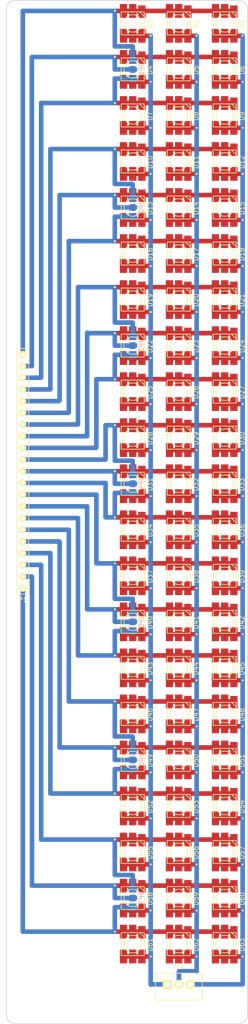
<source format=kicad_pcb>
(kicad_pcb (version 4) (host pcbnew 4.0.2+dfsg1-stable)

  (general
    (links 399)
    (no_connects 0)
    (area 76.024999 24.324999 128.675001 246.775001)
    (thickness 1.6)
    (drawings 8)
    (tracks 672)
    (zones 0)
    (modules 72)
    (nets 25)
  )

  (page A4 portrait)
  (title_block
    (title "Columna Cartel Led")
    (date 2016-09-09)
    (rev 1.0)
    (company "Trans Bus S.R.L.")
  )

  (layers
    (0 F.Cu signal)
    (31 B.Cu signal)
    (32 B.Adhes user)
    (33 F.Adhes user)
    (34 B.Paste user)
    (35 F.Paste user)
    (36 B.SilkS user)
    (37 F.SilkS user)
    (38 B.Mask user)
    (39 F.Mask user)
    (40 Dwgs.User user)
    (41 Cmts.User user)
    (42 Eco1.User user)
    (43 Eco2.User user)
    (44 Edge.Cuts user)
    (45 Margin user)
    (46 B.CrtYd user)
    (47 F.CrtYd user)
    (48 B.Fab user)
    (49 F.Fab user)
  )

  (setup
    (last_trace_width 0.4)
    (trace_clearance 0.2)
    (zone_clearance 0.508)
    (zone_45_only no)
    (trace_min 0.15)
    (segment_width 0.2)
    (edge_width 0.15)
    (via_size 0.6)
    (via_drill 0.4)
    (via_min_size 0.4)
    (via_min_drill 0.3)
    (uvia_size 0.3)
    (uvia_drill 0.1)
    (uvias_allowed no)
    (uvia_min_size 0.2)
    (uvia_min_drill 0.1)
    (pcb_text_width 0.3)
    (pcb_text_size 1.5 1.5)
    (mod_edge_width 0.15)
    (mod_text_size 1 1)
    (mod_text_width 0.15)
    (pad_size 1.524 1.524)
    (pad_drill 0.762)
    (pad_to_mask_clearance 0.2)
    (aux_axis_origin 0 0)
    (visible_elements FFFCF77F)
    (pcbplotparams
      (layerselection 0x00030_80000001)
      (usegerberextensions false)
      (excludeedgelayer true)
      (linewidth 0.150000)
      (plotframeref false)
      (viasonmask false)
      (mode 1)
      (useauxorigin false)
      (hpglpennumber 1)
      (hpglpenspeed 20)
      (hpglpendiameter 15)
      (hpglpenoverlay 2)
      (psnegative false)
      (psa4output false)
      (plotreference true)
      (plotvalue true)
      (plotinvisibletext false)
      (padsonsilk false)
      (subtractmaskfromsilk false)
      (outputformat 1)
      (mirror false)
      (drillshape 1)
      (scaleselection 1)
      (outputdirectory ""))
  )

  (net 0 "")
  (net 1 /1/A0)
  (net 2 /1/K0)
  (net 3 /1/K1)
  (net 4 /1/K2)
  (net 5 /1/A1)
  (net 6 /1/A2)
  (net 7 /2/A0)
  (net 8 /2/A1)
  (net 9 /2/A2)
  (net 10 /3/A0)
  (net 11 /3/A1)
  (net 12 /3/A2)
  (net 13 /4/A0)
  (net 14 /4/A1)
  (net 15 /4/A2)
  (net 16 /5/A0)
  (net 17 /5/A1)
  (net 18 /5/A2)
  (net 19 /6/A0)
  (net 20 /6/A1)
  (net 21 /6/A2)
  (net 22 /7/A0)
  (net 23 /7/A1)
  (net 24 /7/A2)

  (net_class Default "This is the default net class."
    (clearance 0.2)
    (trace_width 0.4)
    (via_dia 0.6)
    (via_drill 0.4)
    (uvia_dia 0.3)
    (uvia_drill 0.1)
  )

  (net_class LED ""
    (clearance 0.2)
    (trace_width 1)
    (via_dia 0.6)
    (via_drill 0.4)
    (uvia_dia 0.3)
    (uvia_drill 0.1)
    (add_net /1/A0)
    (add_net /1/A1)
    (add_net /1/A2)
    (add_net /1/K0)
    (add_net /1/K1)
    (add_net /1/K2)
    (add_net /2/A0)
    (add_net /2/A1)
    (add_net /2/A2)
    (add_net /3/A0)
    (add_net /3/A1)
    (add_net /3/A2)
    (add_net /4/A0)
    (add_net /4/A1)
    (add_net /4/A2)
    (add_net /5/A0)
    (add_net /5/A1)
    (add_net /5/A2)
    (add_net /6/A0)
    (add_net /6/A1)
    (add_net /6/A2)
    (add_net /7/A0)
    (add_net /7/A1)
    (add_net /7/A2)
  )

  (module Jumper:Jumper_3_NO (layer B.Cu) (tedit 57D151D0) (tstamp 57D323AB)
    (at 103.6 39.4 270)
    (path /57D153CE)
    (fp_text reference JP1 (at 0 -1.9 270) (layer B.SilkS)
      (effects (font (size 1 1) (thickness 0.15)) (justify mirror))
    )
    (fp_text value JUMPER3_NO (at 0 2 270) (layer B.Fab)
      (effects (font (size 1 1) (thickness 0.15)) (justify mirror))
    )
    (pad 1 smd oval (at -2 0 270) (size 1.5 2) (layers B.Cu B.Paste B.Mask)
      (net 1 /1/A0))
    (pad 2 smd oval (at 0 0 270) (size 1.5 2) (layers B.Cu B.Paste B.Mask)
      (net 5 /1/A1))
    (pad 3 smd oval (at 2 0 270) (size 1.5 2) (layers B.Cu B.Paste B.Mask)
      (net 6 /1/A2))
  )

  (module Jumper:Jumper_3_NO (layer B.Cu) (tedit 57D151D0) (tstamp 57D323B2)
    (at 103.6 69.4 270)
    (path /57D16078)
    (fp_text reference JP2 (at 0 -1.9 270) (layer B.SilkS)
      (effects (font (size 1 1) (thickness 0.15)) (justify mirror))
    )
    (fp_text value JUMPER3_NO (at 0 2 270) (layer B.Fab)
      (effects (font (size 1 1) (thickness 0.15)) (justify mirror))
    )
    (pad 1 smd oval (at -2 0 270) (size 1.5 2) (layers B.Cu B.Paste B.Mask)
      (net 7 /2/A0))
    (pad 2 smd oval (at 0 0 270) (size 1.5 2) (layers B.Cu B.Paste B.Mask)
      (net 8 /2/A1))
    (pad 3 smd oval (at 2 0 270) (size 1.5 2) (layers B.Cu B.Paste B.Mask)
      (net 9 /2/A2))
  )

  (module Jumper:Jumper_3_NO (layer B.Cu) (tedit 57D151D0) (tstamp 57D323B9)
    (at 103.6 99.4 270)
    (path /57D16314)
    (fp_text reference JP3 (at 0 -1.9 270) (layer B.SilkS)
      (effects (font (size 1 1) (thickness 0.15)) (justify mirror))
    )
    (fp_text value JUMPER3_NO (at 0 2 270) (layer B.Fab)
      (effects (font (size 1 1) (thickness 0.15)) (justify mirror))
    )
    (pad 1 smd oval (at -2 0 270) (size 1.5 2) (layers B.Cu B.Paste B.Mask)
      (net 10 /3/A0))
    (pad 2 smd oval (at 0 0 270) (size 1.5 2) (layers B.Cu B.Paste B.Mask)
      (net 11 /3/A1))
    (pad 3 smd oval (at 2 0 270) (size 1.5 2) (layers B.Cu B.Paste B.Mask)
      (net 12 /3/A2))
  )

  (module Jumper:Jumper_3_NO (layer B.Cu) (tedit 57D151D0) (tstamp 57D323C0)
    (at 103.6 129.4 270)
    (path /57D1631A)
    (fp_text reference JP4 (at 0 -1.9 270) (layer B.SilkS)
      (effects (font (size 1 1) (thickness 0.15)) (justify mirror))
    )
    (fp_text value JUMPER3_NO (at 0 2 270) (layer B.Fab)
      (effects (font (size 1 1) (thickness 0.15)) (justify mirror))
    )
    (pad 1 smd oval (at -2 0 270) (size 1.5 2) (layers B.Cu B.Paste B.Mask)
      (net 13 /4/A0))
    (pad 2 smd oval (at 0 0 270) (size 1.5 2) (layers B.Cu B.Paste B.Mask)
      (net 14 /4/A1))
    (pad 3 smd oval (at 2 0 270) (size 1.5 2) (layers B.Cu B.Paste B.Mask)
      (net 15 /4/A2))
  )

  (module Jumper:Jumper_3_NO (layer B.Cu) (tedit 57D151D0) (tstamp 57D323C7)
    (at 103.6 159.4 270)
    (path /57D16C23)
    (fp_text reference JP5 (at 0 -1.9 270) (layer B.SilkS)
      (effects (font (size 1 1) (thickness 0.15)) (justify mirror))
    )
    (fp_text value JUMPER3_NO (at 0 2 270) (layer B.Fab)
      (effects (font (size 1 1) (thickness 0.15)) (justify mirror))
    )
    (pad 1 smd oval (at -2 0 270) (size 1.5 2) (layers B.Cu B.Paste B.Mask)
      (net 16 /5/A0))
    (pad 2 smd oval (at 0 0 270) (size 1.5 2) (layers B.Cu B.Paste B.Mask)
      (net 17 /5/A1))
    (pad 3 smd oval (at 2 0 270) (size 1.5 2) (layers B.Cu B.Paste B.Mask)
      (net 18 /5/A2))
  )

  (module Jumper:Jumper_3_NO (layer B.Cu) (tedit 57D151D0) (tstamp 57D323CE)
    (at 103.6 189.4 270)
    (path /57D16C29)
    (fp_text reference JP6 (at 0 -1.9 270) (layer B.SilkS)
      (effects (font (size 1 1) (thickness 0.15)) (justify mirror))
    )
    (fp_text value JUMPER3_NO (at 0 2 270) (layer B.Fab)
      (effects (font (size 1 1) (thickness 0.15)) (justify mirror))
    )
    (pad 1 smd oval (at -2 0 270) (size 1.5 2) (layers B.Cu B.Paste B.Mask)
      (net 19 /6/A0))
    (pad 2 smd oval (at 0 0 270) (size 1.5 2) (layers B.Cu B.Paste B.Mask)
      (net 20 /6/A1))
    (pad 3 smd oval (at 2 0 270) (size 1.5 2) (layers B.Cu B.Paste B.Mask)
      (net 21 /6/A2))
  )

  (module Jumper:Jumper_3_NO (layer B.Cu) (tedit 57D151D0) (tstamp 57D323D5)
    (at 103.6 219.4 270)
    (path /57D16C2F)
    (fp_text reference JP7 (at 0 -1.9 270) (layer B.SilkS)
      (effects (font (size 1 1) (thickness 0.15)) (justify mirror))
    )
    (fp_text value JUMPER3_NO (at 0 2 270) (layer B.Fab)
      (effects (font (size 1 1) (thickness 0.15)) (justify mirror))
    )
    (pad 1 smd oval (at -2 0 270) (size 1.5 2) (layers B.Cu B.Paste B.Mask)
      (net 22 /7/A0))
    (pad 2 smd oval (at 0 0 270) (size 1.5 2) (layers B.Cu B.Paste B.Mask)
      (net 23 /7/A1))
    (pad 3 smd oval (at 2 0 270) (size 1.5 2) (layers B.Cu B.Paste B.Mask)
      (net 24 /7/A2))
  )

  (module Connect:Wafer_Vertical10x5.8x7RM2.5-3 (layer F.Cu) (tedit 556C2A89) (tstamp 57D72FF3)
    (at 111.1 238.15)
    (descr "Gold-Tek vertical wafer connector with 2.5mm pitch")
    (tags "wafer connector vertical")
    (path /57D04A08)
    (fp_text reference P4 (at 2.54 -3.81) (layer F.SilkS)
      (effects (font (size 1 1) (thickness 0.15)))
    )
    (fp_text value CONN_01X03 (at 2.54 5.08) (layer F.Fab)
      (effects (font (size 1 1) (thickness 0.15)))
    )
    (fp_line (start -2.75 -2.75) (end 7.85 -2.75) (layer F.CrtYd) (width 0.05))
    (fp_line (start 7.85 -2.75) (end 7.85 3.8) (layer F.CrtYd) (width 0.05))
    (fp_line (start 7.85 3.8) (end -2.75 3.8) (layer F.CrtYd) (width 0.05))
    (fp_line (start -2.75 3.8) (end -2.75 -2.75) (layer F.CrtYd) (width 0.05))
    (fp_line (start 7.62 3.429) (end -2.54 3.429) (layer F.SilkS) (width 0.15))
    (fp_line (start -2.54 -2.413) (end 7.62 -2.413) (layer F.SilkS) (width 0.15))
    (fp_line (start 7.62 -2.413) (end 7.62 3.429) (layer F.SilkS) (width 0.15))
    (fp_line (start -2.54 -2.413) (end -2.54 3.429) (layer F.SilkS) (width 0.15))
    (pad 1 thru_hole rect (at 0 0) (size 2 2) (drill 1.2) (layers *.Cu *.Mask F.SilkS)
      (net 2 /1/K0))
    (pad 2 thru_hole circle (at 2.54 0) (size 2 2) (drill 1.2) (layers *.Cu *.Mask F.SilkS)
      (net 3 /1/K1))
    (pad 3 thru_hole circle (at 5.04 0) (size 2 2) (drill 1.2) (layers *.Cu *.Mask F.SilkS)
      (net 4 /1/K2))
    (model Connect.3dshapes/Wafer_Vertical10x5.8x7RM2.5-3.wrl
      (at (xyz 0 0 0))
      (scale (xyz 4 4 4))
      (rotate (xyz 0 0 0))
    )
  )

  (module Poste:Poste_1x21 (layer F.Cu) (tedit 57DA1DA6) (tstamp 57DD0D33)
    (at 79.7 126.7)
    (path /57DB1FA0)
    (fp_text reference P1 (at 0 27.94) (layer F.SilkS)
      (effects (font (size 1 1) (thickness 0.15)))
    )
    (fp_text value CONN_01X21 (at 0 -27.94) (layer F.Fab)
      (effects (font (size 1 1) (thickness 0.15)))
    )
    (fp_line (start -1.27 -26.67) (end 1.27 -26.67) (layer F.SilkS) (width 0.15))
    (fp_line (start 1.27 -26.67) (end 1.27 26.67) (layer F.SilkS) (width 0.15))
    (fp_line (start 1.27 26.67) (end -1.27 26.67) (layer F.SilkS) (width 0.15))
    (fp_line (start -1.27 26.67) (end -1.27 -26.67) (layer F.SilkS) (width 0.15))
    (pad 1 thru_hole circle (at 0 -25.4) (size 1.524 1.524) (drill 0.762) (layers *.Cu *.Mask F.SilkS)
      (net 1 /1/A0))
    (pad 2 thru_hole circle (at 0 -22.86) (size 1.524 1.524) (drill 0.762) (layers *.Cu *.Mask F.SilkS)
      (net 5 /1/A1))
    (pad 3 thru_hole circle (at 0 -20.32) (size 1.524 1.524) (drill 0.762) (layers *.Cu *.Mask F.SilkS)
      (net 6 /1/A2))
    (pad 4 thru_hole circle (at 0 -17.78) (size 1.524 1.524) (drill 0.762) (layers *.Cu *.Mask F.SilkS)
      (net 7 /2/A0))
    (pad 5 thru_hole circle (at 0 -15.24) (size 1.524 1.524) (drill 0.762) (layers *.Cu *.Mask F.SilkS)
      (net 8 /2/A1))
    (pad 6 thru_hole circle (at 0 -12.7) (size 1.524 1.524) (drill 0.762) (layers *.Cu *.Mask F.SilkS)
      (net 9 /2/A2))
    (pad 7 thru_hole circle (at 0 -10.16) (size 1.524 1.524) (drill 0.762) (layers *.Cu *.Mask F.SilkS)
      (net 10 /3/A0))
    (pad 8 thru_hole circle (at 0 -7.62) (size 1.524 1.524) (drill 0.762) (layers *.Cu *.Mask F.SilkS)
      (net 11 /3/A1))
    (pad 9 thru_hole circle (at 0 -5.08) (size 1.524 1.524) (drill 0.762) (layers *.Cu *.Mask F.SilkS)
      (net 12 /3/A2))
    (pad 10 thru_hole circle (at 0 -2.54) (size 1.524 1.524) (drill 0.762) (layers *.Cu *.Mask F.SilkS)
      (net 13 /4/A0))
    (pad 11 thru_hole circle (at 0 0) (size 1.524 1.524) (drill 0.762) (layers *.Cu *.Mask F.SilkS)
      (net 14 /4/A1))
    (pad 12 thru_hole circle (at 0 2.54) (size 1.524 1.524) (drill 0.762) (layers *.Cu *.Mask F.SilkS)
      (net 15 /4/A2))
    (pad 13 thru_hole circle (at 0 5.08) (size 1.524 1.524) (drill 0.762) (layers *.Cu *.Mask F.SilkS)
      (net 16 /5/A0))
    (pad 14 thru_hole circle (at 0 7.62) (size 1.524 1.524) (drill 0.762) (layers *.Cu *.Mask F.SilkS)
      (net 17 /5/A1))
    (pad 15 thru_hole circle (at 0 10.16) (size 1.524 1.524) (drill 0.762) (layers *.Cu *.Mask F.SilkS)
      (net 18 /5/A2))
    (pad 16 thru_hole circle (at 0 12.7) (size 1.524 1.524) (drill 0.762) (layers *.Cu *.Mask F.SilkS)
      (net 19 /6/A0))
    (pad 17 thru_hole circle (at 0 15.24) (size 1.524 1.524) (drill 0.762) (layers *.Cu *.Mask F.SilkS)
      (net 20 /6/A1))
    (pad 18 thru_hole circle (at 0 17.78) (size 1.524 1.524) (drill 0.762) (layers *.Cu *.Mask F.SilkS)
      (net 21 /6/A2))
    (pad 19 thru_hole circle (at 0 20.32) (size 1.524 1.524) (drill 0.762) (layers *.Cu *.Mask F.SilkS)
      (net 22 /7/A0))
    (pad 20 thru_hole circle (at 0 22.86) (size 1.524 1.524) (drill 0.762) (layers *.Cu *.Mask F.SilkS)
      (net 23 /7/A1))
    (pad 21 thru_hole circle (at 0 25.4) (size 1.524 1.524) (drill 0.762) (layers *.Cu *.Mask F.SilkS)
      (net 24 /7/A2))
  )

  (module SMD:SMD_5060 (layer F.Cu) (tedit 57D73453) (tstamp 57D33D95)
    (at 103.6 29.4 90)
    (path /57CDC136/57C9F98E)
    (fp_text reference D1 (at -0.16 3.778 90) (layer F.SilkS)
      (effects (font (size 1 1) (thickness 0.15)))
    )
    (fp_text value LED_5060 (at 0.094 -3.842 90) (layer F.Fab)
      (effects (font (size 1 1) (thickness 0.15)))
    )
    (fp_circle (center 0 0) (end 0.1 1.9) (layer F.SilkS) (width 0.15))
    (fp_line (start 2.5 1.5) (end 1.5 2.5) (layer F.SilkS) (width 0.15))
    (fp_line (start -2.5 2.5) (end 2.5 2.5) (layer F.SilkS) (width 0.15))
    (fp_line (start 2.5 2.5) (end 2.5 -2.5) (layer F.SilkS) (width 0.15))
    (fp_line (start 2.5 -2.5) (end -2.5 -2.5) (layer F.SilkS) (width 0.15))
    (fp_line (start -2.5 -2.5) (end -2.5 2.5) (layer F.SilkS) (width 0.15))
    (pad 1 smd rect (at 2.7 2 90) (size 2.7 1.6) (drill (offset -0.15 0)) (layers F.Cu F.Paste F.Mask)
      (net 1 /1/A0))
    (pad 2 smd rect (at 2.7 0 90) (size 3 1.6) (layers F.Cu F.Paste F.Mask)
      (net 1 /1/A0))
    (pad 3 smd rect (at 2.7 -2 90) (size 3 1.6) (layers F.Cu F.Paste F.Mask)
      (net 1 /1/A0))
    (pad 4 smd rect (at -2.7 -2 90) (size 3 1.6) (layers F.Cu F.Paste F.Mask)
      (net 2 /1/K0))
    (pad 5 smd rect (at -2.7 0 90) (size 3 1.6) (layers F.Cu F.Paste F.Mask)
      (net 2 /1/K0))
    (pad 6 smd rect (at -2.7 2 90) (size 3 1.6) (layers F.Cu F.Paste F.Mask)
      (net 2 /1/K0))
    (model ${KIPRJMOD}/3D/LED-5060-3D/5060.wrl
      (at (xyz 0 0 0))
      (scale (xyz 0.3937 0.3937 0.3937))
      (rotate (xyz 0 0 0))
    )
  )

  (module SMD:SMD_5060 (layer F.Cu) (tedit 57D73453) (tstamp 57D33DA5)
    (at 113.6 29.4 90)
    (path /57CDC136/57C9F808)
    (fp_text reference D2 (at -0.16 3.778 90) (layer F.SilkS)
      (effects (font (size 1 1) (thickness 0.15)))
    )
    (fp_text value LED_5060 (at 0.094 -3.842 90) (layer F.Fab)
      (effects (font (size 1 1) (thickness 0.15)))
    )
    (fp_circle (center 0 0) (end 0.1 1.9) (layer F.SilkS) (width 0.15))
    (fp_line (start 2.5 1.5) (end 1.5 2.5) (layer F.SilkS) (width 0.15))
    (fp_line (start -2.5 2.5) (end 2.5 2.5) (layer F.SilkS) (width 0.15))
    (fp_line (start 2.5 2.5) (end 2.5 -2.5) (layer F.SilkS) (width 0.15))
    (fp_line (start 2.5 -2.5) (end -2.5 -2.5) (layer F.SilkS) (width 0.15))
    (fp_line (start -2.5 -2.5) (end -2.5 2.5) (layer F.SilkS) (width 0.15))
    (pad 1 smd rect (at 2.7 2 90) (size 2.7 1.6) (drill (offset -0.15 0)) (layers F.Cu F.Paste F.Mask)
      (net 1 /1/A0))
    (pad 2 smd rect (at 2.7 0 90) (size 3 1.6) (layers F.Cu F.Paste F.Mask)
      (net 1 /1/A0))
    (pad 3 smd rect (at 2.7 -2 90) (size 3 1.6) (layers F.Cu F.Paste F.Mask)
      (net 1 /1/A0))
    (pad 4 smd rect (at -2.7 -2 90) (size 3 1.6) (layers F.Cu F.Paste F.Mask)
      (net 3 /1/K1))
    (pad 5 smd rect (at -2.7 0 90) (size 3 1.6) (layers F.Cu F.Paste F.Mask)
      (net 3 /1/K1))
    (pad 6 smd rect (at -2.7 2 90) (size 3 1.6) (layers F.Cu F.Paste F.Mask)
      (net 3 /1/K1))
    (model ${KIPRJMOD}/3D/LED-5060-3D/5060.wrl
      (at (xyz 0 0 0))
      (scale (xyz 0.3937 0.3937 0.3937))
      (rotate (xyz 0 0 0))
    )
  )

  (module SMD:SMD_5060 (layer F.Cu) (tedit 57D73453) (tstamp 57D33DB5)
    (at 123.6 29.4 90)
    (path /57CDC136/57C9F74B)
    (fp_text reference D3 (at -0.16 3.778 90) (layer F.SilkS)
      (effects (font (size 1 1) (thickness 0.15)))
    )
    (fp_text value LED_5060 (at 0.094 -3.842 90) (layer F.Fab)
      (effects (font (size 1 1) (thickness 0.15)))
    )
    (fp_circle (center 0 0) (end 0.1 1.9) (layer F.SilkS) (width 0.15))
    (fp_line (start 2.5 1.5) (end 1.5 2.5) (layer F.SilkS) (width 0.15))
    (fp_line (start -2.5 2.5) (end 2.5 2.5) (layer F.SilkS) (width 0.15))
    (fp_line (start 2.5 2.5) (end 2.5 -2.5) (layer F.SilkS) (width 0.15))
    (fp_line (start 2.5 -2.5) (end -2.5 -2.5) (layer F.SilkS) (width 0.15))
    (fp_line (start -2.5 -2.5) (end -2.5 2.5) (layer F.SilkS) (width 0.15))
    (pad 1 smd rect (at 2.7 2 90) (size 2.7 1.6) (drill (offset -0.15 0)) (layers F.Cu F.Paste F.Mask)
      (net 1 /1/A0))
    (pad 2 smd rect (at 2.7 0 90) (size 3 1.6) (layers F.Cu F.Paste F.Mask)
      (net 1 /1/A0))
    (pad 3 smd rect (at 2.7 -2 90) (size 3 1.6) (layers F.Cu F.Paste F.Mask)
      (net 1 /1/A0))
    (pad 4 smd rect (at -2.7 -2 90) (size 3 1.6) (layers F.Cu F.Paste F.Mask)
      (net 4 /1/K2))
    (pad 5 smd rect (at -2.7 0 90) (size 3 1.6) (layers F.Cu F.Paste F.Mask)
      (net 4 /1/K2))
    (pad 6 smd rect (at -2.7 2 90) (size 3 1.6) (layers F.Cu F.Paste F.Mask)
      (net 4 /1/K2))
    (model ${KIPRJMOD}/3D/LED-5060-3D/5060.wrl
      (at (xyz 0 0 0))
      (scale (xyz 0.3937 0.3937 0.3937))
      (rotate (xyz 0 0 0))
    )
  )

  (module SMD:SMD_5060 (layer F.Cu) (tedit 57D73453) (tstamp 57D33DC5)
    (at 103.6 39.4 90)
    (path /57CDC136/57C9F988)
    (fp_text reference D4 (at -0.16 3.778 90) (layer F.SilkS)
      (effects (font (size 1 1) (thickness 0.15)))
    )
    (fp_text value LED_5060 (at 0.094 -3.842 90) (layer F.Fab)
      (effects (font (size 1 1) (thickness 0.15)))
    )
    (fp_circle (center 0 0) (end 0.1 1.9) (layer F.SilkS) (width 0.15))
    (fp_line (start 2.5 1.5) (end 1.5 2.5) (layer F.SilkS) (width 0.15))
    (fp_line (start -2.5 2.5) (end 2.5 2.5) (layer F.SilkS) (width 0.15))
    (fp_line (start 2.5 2.5) (end 2.5 -2.5) (layer F.SilkS) (width 0.15))
    (fp_line (start 2.5 -2.5) (end -2.5 -2.5) (layer F.SilkS) (width 0.15))
    (fp_line (start -2.5 -2.5) (end -2.5 2.5) (layer F.SilkS) (width 0.15))
    (pad 1 smd rect (at 2.7 2 90) (size 2.7 1.6) (drill (offset -0.15 0)) (layers F.Cu F.Paste F.Mask)
      (net 5 /1/A1))
    (pad 2 smd rect (at 2.7 0 90) (size 3 1.6) (layers F.Cu F.Paste F.Mask)
      (net 5 /1/A1))
    (pad 3 smd rect (at 2.7 -2 90) (size 3 1.6) (layers F.Cu F.Paste F.Mask)
      (net 5 /1/A1))
    (pad 4 smd rect (at -2.7 -2 90) (size 3 1.6) (layers F.Cu F.Paste F.Mask)
      (net 2 /1/K0))
    (pad 5 smd rect (at -2.7 0 90) (size 3 1.6) (layers F.Cu F.Paste F.Mask)
      (net 2 /1/K0))
    (pad 6 smd rect (at -2.7 2 90) (size 3 1.6) (layers F.Cu F.Paste F.Mask)
      (net 2 /1/K0))
    (model ${KIPRJMOD}/3D/LED-5060-3D/5060.wrl
      (at (xyz 0 0 0))
      (scale (xyz 0.3937 0.3937 0.3937))
      (rotate (xyz 0 0 0))
    )
  )

  (module SMD:SMD_5060 (layer F.Cu) (tedit 57D73453) (tstamp 57D33DD5)
    (at 113.6 39.4 90)
    (path /57CDC136/57C9F802)
    (fp_text reference D5 (at -0.16 3.778 90) (layer F.SilkS)
      (effects (font (size 1 1) (thickness 0.15)))
    )
    (fp_text value LED_5060 (at 0.094 -3.842 90) (layer F.Fab)
      (effects (font (size 1 1) (thickness 0.15)))
    )
    (fp_circle (center 0 0) (end 0.1 1.9) (layer F.SilkS) (width 0.15))
    (fp_line (start 2.5 1.5) (end 1.5 2.5) (layer F.SilkS) (width 0.15))
    (fp_line (start -2.5 2.5) (end 2.5 2.5) (layer F.SilkS) (width 0.15))
    (fp_line (start 2.5 2.5) (end 2.5 -2.5) (layer F.SilkS) (width 0.15))
    (fp_line (start 2.5 -2.5) (end -2.5 -2.5) (layer F.SilkS) (width 0.15))
    (fp_line (start -2.5 -2.5) (end -2.5 2.5) (layer F.SilkS) (width 0.15))
    (pad 1 smd rect (at 2.7 2 90) (size 2.7 1.6) (drill (offset -0.15 0)) (layers F.Cu F.Paste F.Mask)
      (net 5 /1/A1))
    (pad 2 smd rect (at 2.7 0 90) (size 3 1.6) (layers F.Cu F.Paste F.Mask)
      (net 5 /1/A1))
    (pad 3 smd rect (at 2.7 -2 90) (size 3 1.6) (layers F.Cu F.Paste F.Mask)
      (net 5 /1/A1))
    (pad 4 smd rect (at -2.7 -2 90) (size 3 1.6) (layers F.Cu F.Paste F.Mask)
      (net 3 /1/K1))
    (pad 5 smd rect (at -2.7 0 90) (size 3 1.6) (layers F.Cu F.Paste F.Mask)
      (net 3 /1/K1))
    (pad 6 smd rect (at -2.7 2 90) (size 3 1.6) (layers F.Cu F.Paste F.Mask)
      (net 3 /1/K1))
    (model ${KIPRJMOD}/3D/LED-5060-3D/5060.wrl
      (at (xyz 0 0 0))
      (scale (xyz 0.3937 0.3937 0.3937))
      (rotate (xyz 0 0 0))
    )
  )

  (module SMD:SMD_5060 (layer F.Cu) (tedit 57D73453) (tstamp 57D33DE5)
    (at 123.6 39.4 90)
    (path /57CDC136/57C9F727)
    (fp_text reference D6 (at -0.16 3.778 90) (layer F.SilkS)
      (effects (font (size 1 1) (thickness 0.15)))
    )
    (fp_text value LED_5060 (at 0.094 -3.842 90) (layer F.Fab)
      (effects (font (size 1 1) (thickness 0.15)))
    )
    (fp_circle (center 0 0) (end 0.1 1.9) (layer F.SilkS) (width 0.15))
    (fp_line (start 2.5 1.5) (end 1.5 2.5) (layer F.SilkS) (width 0.15))
    (fp_line (start -2.5 2.5) (end 2.5 2.5) (layer F.SilkS) (width 0.15))
    (fp_line (start 2.5 2.5) (end 2.5 -2.5) (layer F.SilkS) (width 0.15))
    (fp_line (start 2.5 -2.5) (end -2.5 -2.5) (layer F.SilkS) (width 0.15))
    (fp_line (start -2.5 -2.5) (end -2.5 2.5) (layer F.SilkS) (width 0.15))
    (pad 1 smd rect (at 2.7 2 90) (size 2.7 1.6) (drill (offset -0.15 0)) (layers F.Cu F.Paste F.Mask)
      (net 5 /1/A1))
    (pad 2 smd rect (at 2.7 0 90) (size 3 1.6) (layers F.Cu F.Paste F.Mask)
      (net 5 /1/A1))
    (pad 3 smd rect (at 2.7 -2 90) (size 3 1.6) (layers F.Cu F.Paste F.Mask)
      (net 5 /1/A1))
    (pad 4 smd rect (at -2.7 -2 90) (size 3 1.6) (layers F.Cu F.Paste F.Mask)
      (net 4 /1/K2))
    (pad 5 smd rect (at -2.7 0 90) (size 3 1.6) (layers F.Cu F.Paste F.Mask)
      (net 4 /1/K2))
    (pad 6 smd rect (at -2.7 2 90) (size 3 1.6) (layers F.Cu F.Paste F.Mask)
      (net 4 /1/K2))
    (model ${KIPRJMOD}/3D/LED-5060-3D/5060.wrl
      (at (xyz 0 0 0))
      (scale (xyz 0.3937 0.3937 0.3937))
      (rotate (xyz 0 0 0))
    )
  )

  (module SMD:SMD_5060 (layer F.Cu) (tedit 57D73453) (tstamp 57D33DF5)
    (at 103.6 49.4 90)
    (path /57CDC136/57C9F982)
    (fp_text reference D7 (at -0.16 3.778 90) (layer F.SilkS)
      (effects (font (size 1 1) (thickness 0.15)))
    )
    (fp_text value LED_5060 (at 0.094 -3.842 90) (layer F.Fab)
      (effects (font (size 1 1) (thickness 0.15)))
    )
    (fp_circle (center 0 0) (end 0.1 1.9) (layer F.SilkS) (width 0.15))
    (fp_line (start 2.5 1.5) (end 1.5 2.5) (layer F.SilkS) (width 0.15))
    (fp_line (start -2.5 2.5) (end 2.5 2.5) (layer F.SilkS) (width 0.15))
    (fp_line (start 2.5 2.5) (end 2.5 -2.5) (layer F.SilkS) (width 0.15))
    (fp_line (start 2.5 -2.5) (end -2.5 -2.5) (layer F.SilkS) (width 0.15))
    (fp_line (start -2.5 -2.5) (end -2.5 2.5) (layer F.SilkS) (width 0.15))
    (pad 1 smd rect (at 2.7 2 90) (size 2.7 1.6) (drill (offset -0.15 0)) (layers F.Cu F.Paste F.Mask)
      (net 6 /1/A2))
    (pad 2 smd rect (at 2.7 0 90) (size 3 1.6) (layers F.Cu F.Paste F.Mask)
      (net 6 /1/A2))
    (pad 3 smd rect (at 2.7 -2 90) (size 3 1.6) (layers F.Cu F.Paste F.Mask)
      (net 6 /1/A2))
    (pad 4 smd rect (at -2.7 -2 90) (size 3 1.6) (layers F.Cu F.Paste F.Mask)
      (net 2 /1/K0))
    (pad 5 smd rect (at -2.7 0 90) (size 3 1.6) (layers F.Cu F.Paste F.Mask)
      (net 2 /1/K0))
    (pad 6 smd rect (at -2.7 2 90) (size 3 1.6) (layers F.Cu F.Paste F.Mask)
      (net 2 /1/K0))
    (model ${KIPRJMOD}/3D/LED-5060-3D/5060.wrl
      (at (xyz 0 0 0))
      (scale (xyz 0.3937 0.3937 0.3937))
      (rotate (xyz 0 0 0))
    )
  )

  (module SMD:SMD_5060 (layer F.Cu) (tedit 57D73453) (tstamp 57D33E05)
    (at 113.6 49.4 90)
    (path /57CDC136/57C9F7FC)
    (fp_text reference D8 (at -0.16 3.778 90) (layer F.SilkS)
      (effects (font (size 1 1) (thickness 0.15)))
    )
    (fp_text value LED_5060 (at 0.094 -3.842 90) (layer F.Fab)
      (effects (font (size 1 1) (thickness 0.15)))
    )
    (fp_circle (center 0 0) (end 0.1 1.9) (layer F.SilkS) (width 0.15))
    (fp_line (start 2.5 1.5) (end 1.5 2.5) (layer F.SilkS) (width 0.15))
    (fp_line (start -2.5 2.5) (end 2.5 2.5) (layer F.SilkS) (width 0.15))
    (fp_line (start 2.5 2.5) (end 2.5 -2.5) (layer F.SilkS) (width 0.15))
    (fp_line (start 2.5 -2.5) (end -2.5 -2.5) (layer F.SilkS) (width 0.15))
    (fp_line (start -2.5 -2.5) (end -2.5 2.5) (layer F.SilkS) (width 0.15))
    (pad 1 smd rect (at 2.7 2 90) (size 2.7 1.6) (drill (offset -0.15 0)) (layers F.Cu F.Paste F.Mask)
      (net 6 /1/A2))
    (pad 2 smd rect (at 2.7 0 90) (size 3 1.6) (layers F.Cu F.Paste F.Mask)
      (net 6 /1/A2))
    (pad 3 smd rect (at 2.7 -2 90) (size 3 1.6) (layers F.Cu F.Paste F.Mask)
      (net 6 /1/A2))
    (pad 4 smd rect (at -2.7 -2 90) (size 3 1.6) (layers F.Cu F.Paste F.Mask)
      (net 3 /1/K1))
    (pad 5 smd rect (at -2.7 0 90) (size 3 1.6) (layers F.Cu F.Paste F.Mask)
      (net 3 /1/K1))
    (pad 6 smd rect (at -2.7 2 90) (size 3 1.6) (layers F.Cu F.Paste F.Mask)
      (net 3 /1/K1))
    (model ${KIPRJMOD}/3D/LED-5060-3D/5060.wrl
      (at (xyz 0 0 0))
      (scale (xyz 0.3937 0.3937 0.3937))
      (rotate (xyz 0 0 0))
    )
  )

  (module SMD:SMD_5060 (layer F.Cu) (tedit 57D73453) (tstamp 57D33E15)
    (at 123.6 49.4 90)
    (path /57CDC136/57C9F5E7)
    (fp_text reference D9 (at -0.16 3.778 90) (layer F.SilkS)
      (effects (font (size 1 1) (thickness 0.15)))
    )
    (fp_text value LED_5060 (at 0.094 -3.842 90) (layer F.Fab)
      (effects (font (size 1 1) (thickness 0.15)))
    )
    (fp_circle (center 0 0) (end 0.1 1.9) (layer F.SilkS) (width 0.15))
    (fp_line (start 2.5 1.5) (end 1.5 2.5) (layer F.SilkS) (width 0.15))
    (fp_line (start -2.5 2.5) (end 2.5 2.5) (layer F.SilkS) (width 0.15))
    (fp_line (start 2.5 2.5) (end 2.5 -2.5) (layer F.SilkS) (width 0.15))
    (fp_line (start 2.5 -2.5) (end -2.5 -2.5) (layer F.SilkS) (width 0.15))
    (fp_line (start -2.5 -2.5) (end -2.5 2.5) (layer F.SilkS) (width 0.15))
    (pad 1 smd rect (at 2.7 2 90) (size 2.7 1.6) (drill (offset -0.15 0)) (layers F.Cu F.Paste F.Mask)
      (net 6 /1/A2))
    (pad 2 smd rect (at 2.7 0 90) (size 3 1.6) (layers F.Cu F.Paste F.Mask)
      (net 6 /1/A2))
    (pad 3 smd rect (at 2.7 -2 90) (size 3 1.6) (layers F.Cu F.Paste F.Mask)
      (net 6 /1/A2))
    (pad 4 smd rect (at -2.7 -2 90) (size 3 1.6) (layers F.Cu F.Paste F.Mask)
      (net 4 /1/K2))
    (pad 5 smd rect (at -2.7 0 90) (size 3 1.6) (layers F.Cu F.Paste F.Mask)
      (net 4 /1/K2))
    (pad 6 smd rect (at -2.7 2 90) (size 3 1.6) (layers F.Cu F.Paste F.Mask)
      (net 4 /1/K2))
    (model ${KIPRJMOD}/3D/LED-5060-3D/5060.wrl
      (at (xyz 0 0 0))
      (scale (xyz 0.3937 0.3937 0.3937))
      (rotate (xyz 0 0 0))
    )
  )

  (module SMD:SMD_5060 (layer F.Cu) (tedit 57D73453) (tstamp 57D33E25)
    (at 103.6 59.4 90)
    (path /57CDC49D/57C9F98E)
    (fp_text reference D10 (at -0.16 3.778 90) (layer F.SilkS)
      (effects (font (size 1 1) (thickness 0.15)))
    )
    (fp_text value LED_5060 (at 0.094 -3.842 90) (layer F.Fab)
      (effects (font (size 1 1) (thickness 0.15)))
    )
    (fp_circle (center 0 0) (end 0.1 1.9) (layer F.SilkS) (width 0.15))
    (fp_line (start 2.5 1.5) (end 1.5 2.5) (layer F.SilkS) (width 0.15))
    (fp_line (start -2.5 2.5) (end 2.5 2.5) (layer F.SilkS) (width 0.15))
    (fp_line (start 2.5 2.5) (end 2.5 -2.5) (layer F.SilkS) (width 0.15))
    (fp_line (start 2.5 -2.5) (end -2.5 -2.5) (layer F.SilkS) (width 0.15))
    (fp_line (start -2.5 -2.5) (end -2.5 2.5) (layer F.SilkS) (width 0.15))
    (pad 1 smd rect (at 2.7 2 90) (size 2.7 1.6) (drill (offset -0.15 0)) (layers F.Cu F.Paste F.Mask)
      (net 7 /2/A0))
    (pad 2 smd rect (at 2.7 0 90) (size 3 1.6) (layers F.Cu F.Paste F.Mask)
      (net 7 /2/A0))
    (pad 3 smd rect (at 2.7 -2 90) (size 3 1.6) (layers F.Cu F.Paste F.Mask)
      (net 7 /2/A0))
    (pad 4 smd rect (at -2.7 -2 90) (size 3 1.6) (layers F.Cu F.Paste F.Mask)
      (net 2 /1/K0))
    (pad 5 smd rect (at -2.7 0 90) (size 3 1.6) (layers F.Cu F.Paste F.Mask)
      (net 2 /1/K0))
    (pad 6 smd rect (at -2.7 2 90) (size 3 1.6) (layers F.Cu F.Paste F.Mask)
      (net 2 /1/K0))
    (model ${KIPRJMOD}/3D/LED-5060-3D/5060.wrl
      (at (xyz 0 0 0))
      (scale (xyz 0.3937 0.3937 0.3937))
      (rotate (xyz 0 0 0))
    )
  )

  (module SMD:SMD_5060 (layer F.Cu) (tedit 57D73453) (tstamp 57D33E35)
    (at 113.6 59.4 90)
    (path /57CDC49D/57C9F808)
    (fp_text reference D11 (at -0.16 3.778 90) (layer F.SilkS)
      (effects (font (size 1 1) (thickness 0.15)))
    )
    (fp_text value LED_5060 (at 0.094 -3.842 90) (layer F.Fab)
      (effects (font (size 1 1) (thickness 0.15)))
    )
    (fp_circle (center 0 0) (end 0.1 1.9) (layer F.SilkS) (width 0.15))
    (fp_line (start 2.5 1.5) (end 1.5 2.5) (layer F.SilkS) (width 0.15))
    (fp_line (start -2.5 2.5) (end 2.5 2.5) (layer F.SilkS) (width 0.15))
    (fp_line (start 2.5 2.5) (end 2.5 -2.5) (layer F.SilkS) (width 0.15))
    (fp_line (start 2.5 -2.5) (end -2.5 -2.5) (layer F.SilkS) (width 0.15))
    (fp_line (start -2.5 -2.5) (end -2.5 2.5) (layer F.SilkS) (width 0.15))
    (pad 1 smd rect (at 2.7 2 90) (size 2.7 1.6) (drill (offset -0.15 0)) (layers F.Cu F.Paste F.Mask)
      (net 7 /2/A0))
    (pad 2 smd rect (at 2.7 0 90) (size 3 1.6) (layers F.Cu F.Paste F.Mask)
      (net 7 /2/A0))
    (pad 3 smd rect (at 2.7 -2 90) (size 3 1.6) (layers F.Cu F.Paste F.Mask)
      (net 7 /2/A0))
    (pad 4 smd rect (at -2.7 -2 90) (size 3 1.6) (layers F.Cu F.Paste F.Mask)
      (net 3 /1/K1))
    (pad 5 smd rect (at -2.7 0 90) (size 3 1.6) (layers F.Cu F.Paste F.Mask)
      (net 3 /1/K1))
    (pad 6 smd rect (at -2.7 2 90) (size 3 1.6) (layers F.Cu F.Paste F.Mask)
      (net 3 /1/K1))
    (model ${KIPRJMOD}/3D/LED-5060-3D/5060.wrl
      (at (xyz 0 0 0))
      (scale (xyz 0.3937 0.3937 0.3937))
      (rotate (xyz 0 0 0))
    )
  )

  (module SMD:SMD_5060 (layer F.Cu) (tedit 57D73453) (tstamp 57D33E45)
    (at 123.6 59.4 90)
    (path /57CDC49D/57C9F74B)
    (fp_text reference D12 (at -0.16 3.778 90) (layer F.SilkS)
      (effects (font (size 1 1) (thickness 0.15)))
    )
    (fp_text value LED_5060 (at 0.094 -3.842 90) (layer F.Fab)
      (effects (font (size 1 1) (thickness 0.15)))
    )
    (fp_circle (center 0 0) (end 0.1 1.9) (layer F.SilkS) (width 0.15))
    (fp_line (start 2.5 1.5) (end 1.5 2.5) (layer F.SilkS) (width 0.15))
    (fp_line (start -2.5 2.5) (end 2.5 2.5) (layer F.SilkS) (width 0.15))
    (fp_line (start 2.5 2.5) (end 2.5 -2.5) (layer F.SilkS) (width 0.15))
    (fp_line (start 2.5 -2.5) (end -2.5 -2.5) (layer F.SilkS) (width 0.15))
    (fp_line (start -2.5 -2.5) (end -2.5 2.5) (layer F.SilkS) (width 0.15))
    (pad 1 smd rect (at 2.7 2 90) (size 2.7 1.6) (drill (offset -0.15 0)) (layers F.Cu F.Paste F.Mask)
      (net 7 /2/A0))
    (pad 2 smd rect (at 2.7 0 90) (size 3 1.6) (layers F.Cu F.Paste F.Mask)
      (net 7 /2/A0))
    (pad 3 smd rect (at 2.7 -2 90) (size 3 1.6) (layers F.Cu F.Paste F.Mask)
      (net 7 /2/A0))
    (pad 4 smd rect (at -2.7 -2 90) (size 3 1.6) (layers F.Cu F.Paste F.Mask)
      (net 4 /1/K2))
    (pad 5 smd rect (at -2.7 0 90) (size 3 1.6) (layers F.Cu F.Paste F.Mask)
      (net 4 /1/K2))
    (pad 6 smd rect (at -2.7 2 90) (size 3 1.6) (layers F.Cu F.Paste F.Mask)
      (net 4 /1/K2))
    (model ${KIPRJMOD}/3D/LED-5060-3D/5060.wrl
      (at (xyz 0 0 0))
      (scale (xyz 0.3937 0.3937 0.3937))
      (rotate (xyz 0 0 0))
    )
  )

  (module SMD:SMD_5060 (layer F.Cu) (tedit 57D73453) (tstamp 57D33E55)
    (at 103.6 69.4 90)
    (path /57CDC49D/57C9F988)
    (fp_text reference D13 (at -0.16 3.778 90) (layer F.SilkS)
      (effects (font (size 1 1) (thickness 0.15)))
    )
    (fp_text value LED_5060 (at 0.094 -3.842 90) (layer F.Fab)
      (effects (font (size 1 1) (thickness 0.15)))
    )
    (fp_circle (center 0 0) (end 0.1 1.9) (layer F.SilkS) (width 0.15))
    (fp_line (start 2.5 1.5) (end 1.5 2.5) (layer F.SilkS) (width 0.15))
    (fp_line (start -2.5 2.5) (end 2.5 2.5) (layer F.SilkS) (width 0.15))
    (fp_line (start 2.5 2.5) (end 2.5 -2.5) (layer F.SilkS) (width 0.15))
    (fp_line (start 2.5 -2.5) (end -2.5 -2.5) (layer F.SilkS) (width 0.15))
    (fp_line (start -2.5 -2.5) (end -2.5 2.5) (layer F.SilkS) (width 0.15))
    (pad 1 smd rect (at 2.7 2 90) (size 2.7 1.6) (drill (offset -0.15 0)) (layers F.Cu F.Paste F.Mask)
      (net 8 /2/A1))
    (pad 2 smd rect (at 2.7 0 90) (size 3 1.6) (layers F.Cu F.Paste F.Mask)
      (net 8 /2/A1))
    (pad 3 smd rect (at 2.7 -2 90) (size 3 1.6) (layers F.Cu F.Paste F.Mask)
      (net 8 /2/A1))
    (pad 4 smd rect (at -2.7 -2 90) (size 3 1.6) (layers F.Cu F.Paste F.Mask)
      (net 2 /1/K0))
    (pad 5 smd rect (at -2.7 0 90) (size 3 1.6) (layers F.Cu F.Paste F.Mask)
      (net 2 /1/K0))
    (pad 6 smd rect (at -2.7 2 90) (size 3 1.6) (layers F.Cu F.Paste F.Mask)
      (net 2 /1/K0))
    (model ${KIPRJMOD}/3D/LED-5060-3D/5060.wrl
      (at (xyz 0 0 0))
      (scale (xyz 0.3937 0.3937 0.3937))
      (rotate (xyz 0 0 0))
    )
  )

  (module SMD:SMD_5060 (layer F.Cu) (tedit 57D73453) (tstamp 57D33E65)
    (at 113.6 69.4 90)
    (path /57CDC49D/57C9F802)
    (fp_text reference D14 (at -0.16 3.778 90) (layer F.SilkS)
      (effects (font (size 1 1) (thickness 0.15)))
    )
    (fp_text value LED_5060 (at 0.094 -3.842 90) (layer F.Fab)
      (effects (font (size 1 1) (thickness 0.15)))
    )
    (fp_circle (center 0 0) (end 0.1 1.9) (layer F.SilkS) (width 0.15))
    (fp_line (start 2.5 1.5) (end 1.5 2.5) (layer F.SilkS) (width 0.15))
    (fp_line (start -2.5 2.5) (end 2.5 2.5) (layer F.SilkS) (width 0.15))
    (fp_line (start 2.5 2.5) (end 2.5 -2.5) (layer F.SilkS) (width 0.15))
    (fp_line (start 2.5 -2.5) (end -2.5 -2.5) (layer F.SilkS) (width 0.15))
    (fp_line (start -2.5 -2.5) (end -2.5 2.5) (layer F.SilkS) (width 0.15))
    (pad 1 smd rect (at 2.7 2 90) (size 2.7 1.6) (drill (offset -0.15 0)) (layers F.Cu F.Paste F.Mask)
      (net 8 /2/A1))
    (pad 2 smd rect (at 2.7 0 90) (size 3 1.6) (layers F.Cu F.Paste F.Mask)
      (net 8 /2/A1))
    (pad 3 smd rect (at 2.7 -2 90) (size 3 1.6) (layers F.Cu F.Paste F.Mask)
      (net 8 /2/A1))
    (pad 4 smd rect (at -2.7 -2 90) (size 3 1.6) (layers F.Cu F.Paste F.Mask)
      (net 3 /1/K1))
    (pad 5 smd rect (at -2.7 0 90) (size 3 1.6) (layers F.Cu F.Paste F.Mask)
      (net 3 /1/K1))
    (pad 6 smd rect (at -2.7 2 90) (size 3 1.6) (layers F.Cu F.Paste F.Mask)
      (net 3 /1/K1))
    (model ${KIPRJMOD}/3D/LED-5060-3D/5060.wrl
      (at (xyz 0 0 0))
      (scale (xyz 0.3937 0.3937 0.3937))
      (rotate (xyz 0 0 0))
    )
  )

  (module SMD:SMD_5060 (layer F.Cu) (tedit 57D73453) (tstamp 57D33E75)
    (at 123.6 69.4 90)
    (path /57CDC49D/57C9F727)
    (fp_text reference D15 (at -0.16 3.778 90) (layer F.SilkS)
      (effects (font (size 1 1) (thickness 0.15)))
    )
    (fp_text value LED_5060 (at 0.094 -3.842 90) (layer F.Fab)
      (effects (font (size 1 1) (thickness 0.15)))
    )
    (fp_circle (center 0 0) (end 0.1 1.9) (layer F.SilkS) (width 0.15))
    (fp_line (start 2.5 1.5) (end 1.5 2.5) (layer F.SilkS) (width 0.15))
    (fp_line (start -2.5 2.5) (end 2.5 2.5) (layer F.SilkS) (width 0.15))
    (fp_line (start 2.5 2.5) (end 2.5 -2.5) (layer F.SilkS) (width 0.15))
    (fp_line (start 2.5 -2.5) (end -2.5 -2.5) (layer F.SilkS) (width 0.15))
    (fp_line (start -2.5 -2.5) (end -2.5 2.5) (layer F.SilkS) (width 0.15))
    (pad 1 smd rect (at 2.7 2 90) (size 2.7 1.6) (drill (offset -0.15 0)) (layers F.Cu F.Paste F.Mask)
      (net 8 /2/A1))
    (pad 2 smd rect (at 2.7 0 90) (size 3 1.6) (layers F.Cu F.Paste F.Mask)
      (net 8 /2/A1))
    (pad 3 smd rect (at 2.7 -2 90) (size 3 1.6) (layers F.Cu F.Paste F.Mask)
      (net 8 /2/A1))
    (pad 4 smd rect (at -2.7 -2 90) (size 3 1.6) (layers F.Cu F.Paste F.Mask)
      (net 4 /1/K2))
    (pad 5 smd rect (at -2.7 0 90) (size 3 1.6) (layers F.Cu F.Paste F.Mask)
      (net 4 /1/K2))
    (pad 6 smd rect (at -2.7 2 90) (size 3 1.6) (layers F.Cu F.Paste F.Mask)
      (net 4 /1/K2))
    (model ${KIPRJMOD}/3D/LED-5060-3D/5060.wrl
      (at (xyz 0 0 0))
      (scale (xyz 0.3937 0.3937 0.3937))
      (rotate (xyz 0 0 0))
    )
  )

  (module SMD:SMD_5060 (layer F.Cu) (tedit 57D73453) (tstamp 57D33E85)
    (at 103.6 79.4 90)
    (path /57CDC49D/57C9F982)
    (fp_text reference D16 (at -0.16 3.778 90) (layer F.SilkS)
      (effects (font (size 1 1) (thickness 0.15)))
    )
    (fp_text value LED_5060 (at 0.094 -3.842 90) (layer F.Fab)
      (effects (font (size 1 1) (thickness 0.15)))
    )
    (fp_circle (center 0 0) (end 0.1 1.9) (layer F.SilkS) (width 0.15))
    (fp_line (start 2.5 1.5) (end 1.5 2.5) (layer F.SilkS) (width 0.15))
    (fp_line (start -2.5 2.5) (end 2.5 2.5) (layer F.SilkS) (width 0.15))
    (fp_line (start 2.5 2.5) (end 2.5 -2.5) (layer F.SilkS) (width 0.15))
    (fp_line (start 2.5 -2.5) (end -2.5 -2.5) (layer F.SilkS) (width 0.15))
    (fp_line (start -2.5 -2.5) (end -2.5 2.5) (layer F.SilkS) (width 0.15))
    (pad 1 smd rect (at 2.7 2 90) (size 2.7 1.6) (drill (offset -0.15 0)) (layers F.Cu F.Paste F.Mask)
      (net 9 /2/A2))
    (pad 2 smd rect (at 2.7 0 90) (size 3 1.6) (layers F.Cu F.Paste F.Mask)
      (net 9 /2/A2))
    (pad 3 smd rect (at 2.7 -2 90) (size 3 1.6) (layers F.Cu F.Paste F.Mask)
      (net 9 /2/A2))
    (pad 4 smd rect (at -2.7 -2 90) (size 3 1.6) (layers F.Cu F.Paste F.Mask)
      (net 2 /1/K0))
    (pad 5 smd rect (at -2.7 0 90) (size 3 1.6) (layers F.Cu F.Paste F.Mask)
      (net 2 /1/K0))
    (pad 6 smd rect (at -2.7 2 90) (size 3 1.6) (layers F.Cu F.Paste F.Mask)
      (net 2 /1/K0))
    (model ${KIPRJMOD}/3D/LED-5060-3D/5060.wrl
      (at (xyz 0 0 0))
      (scale (xyz 0.3937 0.3937 0.3937))
      (rotate (xyz 0 0 0))
    )
  )

  (module SMD:SMD_5060 (layer F.Cu) (tedit 57D73453) (tstamp 57D33E95)
    (at 113.6 79.4 90)
    (path /57CDC49D/57C9F7FC)
    (fp_text reference D17 (at -0.16 3.778 90) (layer F.SilkS)
      (effects (font (size 1 1) (thickness 0.15)))
    )
    (fp_text value LED_5060 (at 0.094 -3.842 90) (layer F.Fab)
      (effects (font (size 1 1) (thickness 0.15)))
    )
    (fp_circle (center 0 0) (end 0.1 1.9) (layer F.SilkS) (width 0.15))
    (fp_line (start 2.5 1.5) (end 1.5 2.5) (layer F.SilkS) (width 0.15))
    (fp_line (start -2.5 2.5) (end 2.5 2.5) (layer F.SilkS) (width 0.15))
    (fp_line (start 2.5 2.5) (end 2.5 -2.5) (layer F.SilkS) (width 0.15))
    (fp_line (start 2.5 -2.5) (end -2.5 -2.5) (layer F.SilkS) (width 0.15))
    (fp_line (start -2.5 -2.5) (end -2.5 2.5) (layer F.SilkS) (width 0.15))
    (pad 1 smd rect (at 2.7 2 90) (size 2.7 1.6) (drill (offset -0.15 0)) (layers F.Cu F.Paste F.Mask)
      (net 9 /2/A2))
    (pad 2 smd rect (at 2.7 0 90) (size 3 1.6) (layers F.Cu F.Paste F.Mask)
      (net 9 /2/A2))
    (pad 3 smd rect (at 2.7 -2 90) (size 3 1.6) (layers F.Cu F.Paste F.Mask)
      (net 9 /2/A2))
    (pad 4 smd rect (at -2.7 -2 90) (size 3 1.6) (layers F.Cu F.Paste F.Mask)
      (net 3 /1/K1))
    (pad 5 smd rect (at -2.7 0 90) (size 3 1.6) (layers F.Cu F.Paste F.Mask)
      (net 3 /1/K1))
    (pad 6 smd rect (at -2.7 2 90) (size 3 1.6) (layers F.Cu F.Paste F.Mask)
      (net 3 /1/K1))
    (model ${KIPRJMOD}/3D/LED-5060-3D/5060.wrl
      (at (xyz 0 0 0))
      (scale (xyz 0.3937 0.3937 0.3937))
      (rotate (xyz 0 0 0))
    )
  )

  (module SMD:SMD_5060 (layer F.Cu) (tedit 57D73453) (tstamp 57D33EA5)
    (at 123.6 79.4 90)
    (path /57CDC49D/57C9F5E7)
    (fp_text reference D18 (at -0.16 3.778 90) (layer F.SilkS)
      (effects (font (size 1 1) (thickness 0.15)))
    )
    (fp_text value LED_5060 (at 0.094 -3.842 90) (layer F.Fab)
      (effects (font (size 1 1) (thickness 0.15)))
    )
    (fp_circle (center 0 0) (end 0.1 1.9) (layer F.SilkS) (width 0.15))
    (fp_line (start 2.5 1.5) (end 1.5 2.5) (layer F.SilkS) (width 0.15))
    (fp_line (start -2.5 2.5) (end 2.5 2.5) (layer F.SilkS) (width 0.15))
    (fp_line (start 2.5 2.5) (end 2.5 -2.5) (layer F.SilkS) (width 0.15))
    (fp_line (start 2.5 -2.5) (end -2.5 -2.5) (layer F.SilkS) (width 0.15))
    (fp_line (start -2.5 -2.5) (end -2.5 2.5) (layer F.SilkS) (width 0.15))
    (pad 1 smd rect (at 2.7 2 90) (size 2.7 1.6) (drill (offset -0.15 0)) (layers F.Cu F.Paste F.Mask)
      (net 9 /2/A2))
    (pad 2 smd rect (at 2.7 0 90) (size 3 1.6) (layers F.Cu F.Paste F.Mask)
      (net 9 /2/A2))
    (pad 3 smd rect (at 2.7 -2 90) (size 3 1.6) (layers F.Cu F.Paste F.Mask)
      (net 9 /2/A2))
    (pad 4 smd rect (at -2.7 -2 90) (size 3 1.6) (layers F.Cu F.Paste F.Mask)
      (net 4 /1/K2))
    (pad 5 smd rect (at -2.7 0 90) (size 3 1.6) (layers F.Cu F.Paste F.Mask)
      (net 4 /1/K2))
    (pad 6 smd rect (at -2.7 2 90) (size 3 1.6) (layers F.Cu F.Paste F.Mask)
      (net 4 /1/K2))
    (model ${KIPRJMOD}/3D/LED-5060-3D/5060.wrl
      (at (xyz 0 0 0))
      (scale (xyz 0.3937 0.3937 0.3937))
      (rotate (xyz 0 0 0))
    )
  )

  (module SMD:SMD_5060 (layer F.Cu) (tedit 57D73453) (tstamp 57D33EB5)
    (at 103.6 89.4 90)
    (path /57CDCAE0/57C9F98E)
    (fp_text reference D19 (at -0.16 3.778 90) (layer F.SilkS)
      (effects (font (size 1 1) (thickness 0.15)))
    )
    (fp_text value LED_5060 (at 0.094 -3.842 90) (layer F.Fab)
      (effects (font (size 1 1) (thickness 0.15)))
    )
    (fp_circle (center 0 0) (end 0.1 1.9) (layer F.SilkS) (width 0.15))
    (fp_line (start 2.5 1.5) (end 1.5 2.5) (layer F.SilkS) (width 0.15))
    (fp_line (start -2.5 2.5) (end 2.5 2.5) (layer F.SilkS) (width 0.15))
    (fp_line (start 2.5 2.5) (end 2.5 -2.5) (layer F.SilkS) (width 0.15))
    (fp_line (start 2.5 -2.5) (end -2.5 -2.5) (layer F.SilkS) (width 0.15))
    (fp_line (start -2.5 -2.5) (end -2.5 2.5) (layer F.SilkS) (width 0.15))
    (pad 1 smd rect (at 2.7 2 90) (size 2.7 1.6) (drill (offset -0.15 0)) (layers F.Cu F.Paste F.Mask)
      (net 10 /3/A0))
    (pad 2 smd rect (at 2.7 0 90) (size 3 1.6) (layers F.Cu F.Paste F.Mask)
      (net 10 /3/A0))
    (pad 3 smd rect (at 2.7 -2 90) (size 3 1.6) (layers F.Cu F.Paste F.Mask)
      (net 10 /3/A0))
    (pad 4 smd rect (at -2.7 -2 90) (size 3 1.6) (layers F.Cu F.Paste F.Mask)
      (net 2 /1/K0))
    (pad 5 smd rect (at -2.7 0 90) (size 3 1.6) (layers F.Cu F.Paste F.Mask)
      (net 2 /1/K0))
    (pad 6 smd rect (at -2.7 2 90) (size 3 1.6) (layers F.Cu F.Paste F.Mask)
      (net 2 /1/K0))
    (model ${KIPRJMOD}/3D/LED-5060-3D/5060.wrl
      (at (xyz 0 0 0))
      (scale (xyz 0.3937 0.3937 0.3937))
      (rotate (xyz 0 0 0))
    )
  )

  (module SMD:SMD_5060 (layer F.Cu) (tedit 57D73453) (tstamp 57D33EC5)
    (at 113.6 89.4 90)
    (path /57CDCAE0/57C9F808)
    (fp_text reference D20 (at -0.16 3.778 90) (layer F.SilkS)
      (effects (font (size 1 1) (thickness 0.15)))
    )
    (fp_text value LED_5060 (at 0.094 -3.842 90) (layer F.Fab)
      (effects (font (size 1 1) (thickness 0.15)))
    )
    (fp_circle (center 0 0) (end 0.1 1.9) (layer F.SilkS) (width 0.15))
    (fp_line (start 2.5 1.5) (end 1.5 2.5) (layer F.SilkS) (width 0.15))
    (fp_line (start -2.5 2.5) (end 2.5 2.5) (layer F.SilkS) (width 0.15))
    (fp_line (start 2.5 2.5) (end 2.5 -2.5) (layer F.SilkS) (width 0.15))
    (fp_line (start 2.5 -2.5) (end -2.5 -2.5) (layer F.SilkS) (width 0.15))
    (fp_line (start -2.5 -2.5) (end -2.5 2.5) (layer F.SilkS) (width 0.15))
    (pad 1 smd rect (at 2.7 2 90) (size 2.7 1.6) (drill (offset -0.15 0)) (layers F.Cu F.Paste F.Mask)
      (net 10 /3/A0))
    (pad 2 smd rect (at 2.7 0 90) (size 3 1.6) (layers F.Cu F.Paste F.Mask)
      (net 10 /3/A0))
    (pad 3 smd rect (at 2.7 -2 90) (size 3 1.6) (layers F.Cu F.Paste F.Mask)
      (net 10 /3/A0))
    (pad 4 smd rect (at -2.7 -2 90) (size 3 1.6) (layers F.Cu F.Paste F.Mask)
      (net 3 /1/K1))
    (pad 5 smd rect (at -2.7 0 90) (size 3 1.6) (layers F.Cu F.Paste F.Mask)
      (net 3 /1/K1))
    (pad 6 smd rect (at -2.7 2 90) (size 3 1.6) (layers F.Cu F.Paste F.Mask)
      (net 3 /1/K1))
    (model ${KIPRJMOD}/3D/LED-5060-3D/5060.wrl
      (at (xyz 0 0 0))
      (scale (xyz 0.3937 0.3937 0.3937))
      (rotate (xyz 0 0 0))
    )
  )

  (module SMD:SMD_5060 (layer F.Cu) (tedit 57D73453) (tstamp 57D33ED5)
    (at 123.6 89.4 90)
    (path /57CDCAE0/57C9F74B)
    (fp_text reference D21 (at -0.16 3.778 90) (layer F.SilkS)
      (effects (font (size 1 1) (thickness 0.15)))
    )
    (fp_text value LED_5060 (at 0.094 -3.842 90) (layer F.Fab)
      (effects (font (size 1 1) (thickness 0.15)))
    )
    (fp_circle (center 0 0) (end 0.1 1.9) (layer F.SilkS) (width 0.15))
    (fp_line (start 2.5 1.5) (end 1.5 2.5) (layer F.SilkS) (width 0.15))
    (fp_line (start -2.5 2.5) (end 2.5 2.5) (layer F.SilkS) (width 0.15))
    (fp_line (start 2.5 2.5) (end 2.5 -2.5) (layer F.SilkS) (width 0.15))
    (fp_line (start 2.5 -2.5) (end -2.5 -2.5) (layer F.SilkS) (width 0.15))
    (fp_line (start -2.5 -2.5) (end -2.5 2.5) (layer F.SilkS) (width 0.15))
    (pad 1 smd rect (at 2.7 2 90) (size 2.7 1.6) (drill (offset -0.15 0)) (layers F.Cu F.Paste F.Mask)
      (net 10 /3/A0))
    (pad 2 smd rect (at 2.7 0 90) (size 3 1.6) (layers F.Cu F.Paste F.Mask)
      (net 10 /3/A0))
    (pad 3 smd rect (at 2.7 -2 90) (size 3 1.6) (layers F.Cu F.Paste F.Mask)
      (net 10 /3/A0))
    (pad 4 smd rect (at -2.7 -2 90) (size 3 1.6) (layers F.Cu F.Paste F.Mask)
      (net 4 /1/K2))
    (pad 5 smd rect (at -2.7 0 90) (size 3 1.6) (layers F.Cu F.Paste F.Mask)
      (net 4 /1/K2))
    (pad 6 smd rect (at -2.7 2 90) (size 3 1.6) (layers F.Cu F.Paste F.Mask)
      (net 4 /1/K2))
    (model ${KIPRJMOD}/3D/LED-5060-3D/5060.wrl
      (at (xyz 0 0 0))
      (scale (xyz 0.3937 0.3937 0.3937))
      (rotate (xyz 0 0 0))
    )
  )

  (module SMD:SMD_5060 (layer F.Cu) (tedit 57D73453) (tstamp 57D33EE5)
    (at 103.6 99.4 90)
    (path /57CDCAE0/57C9F988)
    (fp_text reference D22 (at -0.16 3.778 90) (layer F.SilkS)
      (effects (font (size 1 1) (thickness 0.15)))
    )
    (fp_text value LED_5060 (at 0.094 -3.842 90) (layer F.Fab)
      (effects (font (size 1 1) (thickness 0.15)))
    )
    (fp_circle (center 0 0) (end 0.1 1.9) (layer F.SilkS) (width 0.15))
    (fp_line (start 2.5 1.5) (end 1.5 2.5) (layer F.SilkS) (width 0.15))
    (fp_line (start -2.5 2.5) (end 2.5 2.5) (layer F.SilkS) (width 0.15))
    (fp_line (start 2.5 2.5) (end 2.5 -2.5) (layer F.SilkS) (width 0.15))
    (fp_line (start 2.5 -2.5) (end -2.5 -2.5) (layer F.SilkS) (width 0.15))
    (fp_line (start -2.5 -2.5) (end -2.5 2.5) (layer F.SilkS) (width 0.15))
    (pad 1 smd rect (at 2.7 2 90) (size 2.7 1.6) (drill (offset -0.15 0)) (layers F.Cu F.Paste F.Mask)
      (net 11 /3/A1))
    (pad 2 smd rect (at 2.7 0 90) (size 3 1.6) (layers F.Cu F.Paste F.Mask)
      (net 11 /3/A1))
    (pad 3 smd rect (at 2.7 -2 90) (size 3 1.6) (layers F.Cu F.Paste F.Mask)
      (net 11 /3/A1))
    (pad 4 smd rect (at -2.7 -2 90) (size 3 1.6) (layers F.Cu F.Paste F.Mask)
      (net 2 /1/K0))
    (pad 5 smd rect (at -2.7 0 90) (size 3 1.6) (layers F.Cu F.Paste F.Mask)
      (net 2 /1/K0))
    (pad 6 smd rect (at -2.7 2 90) (size 3 1.6) (layers F.Cu F.Paste F.Mask)
      (net 2 /1/K0))
    (model ${KIPRJMOD}/3D/LED-5060-3D/5060.wrl
      (at (xyz 0 0 0))
      (scale (xyz 0.3937 0.3937 0.3937))
      (rotate (xyz 0 0 0))
    )
  )

  (module SMD:SMD_5060 (layer F.Cu) (tedit 57D73453) (tstamp 57D33EF5)
    (at 113.6 99.4 90)
    (path /57CDCAE0/57C9F802)
    (fp_text reference D23 (at -0.16 3.778 90) (layer F.SilkS)
      (effects (font (size 1 1) (thickness 0.15)))
    )
    (fp_text value LED_5060 (at 0.094 -3.842 90) (layer F.Fab)
      (effects (font (size 1 1) (thickness 0.15)))
    )
    (fp_circle (center 0 0) (end 0.1 1.9) (layer F.SilkS) (width 0.15))
    (fp_line (start 2.5 1.5) (end 1.5 2.5) (layer F.SilkS) (width 0.15))
    (fp_line (start -2.5 2.5) (end 2.5 2.5) (layer F.SilkS) (width 0.15))
    (fp_line (start 2.5 2.5) (end 2.5 -2.5) (layer F.SilkS) (width 0.15))
    (fp_line (start 2.5 -2.5) (end -2.5 -2.5) (layer F.SilkS) (width 0.15))
    (fp_line (start -2.5 -2.5) (end -2.5 2.5) (layer F.SilkS) (width 0.15))
    (pad 1 smd rect (at 2.7 2 90) (size 2.7 1.6) (drill (offset -0.15 0)) (layers F.Cu F.Paste F.Mask)
      (net 11 /3/A1))
    (pad 2 smd rect (at 2.7 0 90) (size 3 1.6) (layers F.Cu F.Paste F.Mask)
      (net 11 /3/A1))
    (pad 3 smd rect (at 2.7 -2 90) (size 3 1.6) (layers F.Cu F.Paste F.Mask)
      (net 11 /3/A1))
    (pad 4 smd rect (at -2.7 -2 90) (size 3 1.6) (layers F.Cu F.Paste F.Mask)
      (net 3 /1/K1))
    (pad 5 smd rect (at -2.7 0 90) (size 3 1.6) (layers F.Cu F.Paste F.Mask)
      (net 3 /1/K1))
    (pad 6 smd rect (at -2.7 2 90) (size 3 1.6) (layers F.Cu F.Paste F.Mask)
      (net 3 /1/K1))
    (model ${KIPRJMOD}/3D/LED-5060-3D/5060.wrl
      (at (xyz 0 0 0))
      (scale (xyz 0.3937 0.3937 0.3937))
      (rotate (xyz 0 0 0))
    )
  )

  (module SMD:SMD_5060 (layer F.Cu) (tedit 57D73453) (tstamp 57D33F05)
    (at 123.6 99.4 90)
    (path /57CDCAE0/57C9F727)
    (fp_text reference D24 (at -0.16 3.778 90) (layer F.SilkS)
      (effects (font (size 1 1) (thickness 0.15)))
    )
    (fp_text value LED_5060 (at 0.094 -3.842 90) (layer F.Fab)
      (effects (font (size 1 1) (thickness 0.15)))
    )
    (fp_circle (center 0 0) (end 0.1 1.9) (layer F.SilkS) (width 0.15))
    (fp_line (start 2.5 1.5) (end 1.5 2.5) (layer F.SilkS) (width 0.15))
    (fp_line (start -2.5 2.5) (end 2.5 2.5) (layer F.SilkS) (width 0.15))
    (fp_line (start 2.5 2.5) (end 2.5 -2.5) (layer F.SilkS) (width 0.15))
    (fp_line (start 2.5 -2.5) (end -2.5 -2.5) (layer F.SilkS) (width 0.15))
    (fp_line (start -2.5 -2.5) (end -2.5 2.5) (layer F.SilkS) (width 0.15))
    (pad 1 smd rect (at 2.7 2 90) (size 2.7 1.6) (drill (offset -0.15 0)) (layers F.Cu F.Paste F.Mask)
      (net 11 /3/A1))
    (pad 2 smd rect (at 2.7 0 90) (size 3 1.6) (layers F.Cu F.Paste F.Mask)
      (net 11 /3/A1))
    (pad 3 smd rect (at 2.7 -2 90) (size 3 1.6) (layers F.Cu F.Paste F.Mask)
      (net 11 /3/A1))
    (pad 4 smd rect (at -2.7 -2 90) (size 3 1.6) (layers F.Cu F.Paste F.Mask)
      (net 4 /1/K2))
    (pad 5 smd rect (at -2.7 0 90) (size 3 1.6) (layers F.Cu F.Paste F.Mask)
      (net 4 /1/K2))
    (pad 6 smd rect (at -2.7 2 90) (size 3 1.6) (layers F.Cu F.Paste F.Mask)
      (net 4 /1/K2))
    (model ${KIPRJMOD}/3D/LED-5060-3D/5060.wrl
      (at (xyz 0 0 0))
      (scale (xyz 0.3937 0.3937 0.3937))
      (rotate (xyz 0 0 0))
    )
  )

  (module SMD:SMD_5060 (layer F.Cu) (tedit 57D73453) (tstamp 57D33F15)
    (at 103.6 109.4 90)
    (path /57CDCAE0/57C9F982)
    (fp_text reference D25 (at -0.16 3.778 90) (layer F.SilkS)
      (effects (font (size 1 1) (thickness 0.15)))
    )
    (fp_text value LED_5060 (at 0.094 -3.842 90) (layer F.Fab)
      (effects (font (size 1 1) (thickness 0.15)))
    )
    (fp_circle (center 0 0) (end 0.1 1.9) (layer F.SilkS) (width 0.15))
    (fp_line (start 2.5 1.5) (end 1.5 2.5) (layer F.SilkS) (width 0.15))
    (fp_line (start -2.5 2.5) (end 2.5 2.5) (layer F.SilkS) (width 0.15))
    (fp_line (start 2.5 2.5) (end 2.5 -2.5) (layer F.SilkS) (width 0.15))
    (fp_line (start 2.5 -2.5) (end -2.5 -2.5) (layer F.SilkS) (width 0.15))
    (fp_line (start -2.5 -2.5) (end -2.5 2.5) (layer F.SilkS) (width 0.15))
    (pad 1 smd rect (at 2.7 2 90) (size 2.7 1.6) (drill (offset -0.15 0)) (layers F.Cu F.Paste F.Mask)
      (net 12 /3/A2))
    (pad 2 smd rect (at 2.7 0 90) (size 3 1.6) (layers F.Cu F.Paste F.Mask)
      (net 12 /3/A2))
    (pad 3 smd rect (at 2.7 -2 90) (size 3 1.6) (layers F.Cu F.Paste F.Mask)
      (net 12 /3/A2))
    (pad 4 smd rect (at -2.7 -2 90) (size 3 1.6) (layers F.Cu F.Paste F.Mask)
      (net 2 /1/K0))
    (pad 5 smd rect (at -2.7 0 90) (size 3 1.6) (layers F.Cu F.Paste F.Mask)
      (net 2 /1/K0))
    (pad 6 smd rect (at -2.7 2 90) (size 3 1.6) (layers F.Cu F.Paste F.Mask)
      (net 2 /1/K0))
    (model ${KIPRJMOD}/3D/LED-5060-3D/5060.wrl
      (at (xyz 0 0 0))
      (scale (xyz 0.3937 0.3937 0.3937))
      (rotate (xyz 0 0 0))
    )
  )

  (module SMD:SMD_5060 (layer F.Cu) (tedit 57D73453) (tstamp 57D33F25)
    (at 113.6 109.4 90)
    (path /57CDCAE0/57C9F7FC)
    (fp_text reference D26 (at -0.16 3.778 90) (layer F.SilkS)
      (effects (font (size 1 1) (thickness 0.15)))
    )
    (fp_text value LED_5060 (at 0.094 -3.842 90) (layer F.Fab)
      (effects (font (size 1 1) (thickness 0.15)))
    )
    (fp_circle (center 0 0) (end 0.1 1.9) (layer F.SilkS) (width 0.15))
    (fp_line (start 2.5 1.5) (end 1.5 2.5) (layer F.SilkS) (width 0.15))
    (fp_line (start -2.5 2.5) (end 2.5 2.5) (layer F.SilkS) (width 0.15))
    (fp_line (start 2.5 2.5) (end 2.5 -2.5) (layer F.SilkS) (width 0.15))
    (fp_line (start 2.5 -2.5) (end -2.5 -2.5) (layer F.SilkS) (width 0.15))
    (fp_line (start -2.5 -2.5) (end -2.5 2.5) (layer F.SilkS) (width 0.15))
    (pad 1 smd rect (at 2.7 2 90) (size 2.7 1.6) (drill (offset -0.15 0)) (layers F.Cu F.Paste F.Mask)
      (net 12 /3/A2))
    (pad 2 smd rect (at 2.7 0 90) (size 3 1.6) (layers F.Cu F.Paste F.Mask)
      (net 12 /3/A2))
    (pad 3 smd rect (at 2.7 -2 90) (size 3 1.6) (layers F.Cu F.Paste F.Mask)
      (net 12 /3/A2))
    (pad 4 smd rect (at -2.7 -2 90) (size 3 1.6) (layers F.Cu F.Paste F.Mask)
      (net 3 /1/K1))
    (pad 5 smd rect (at -2.7 0 90) (size 3 1.6) (layers F.Cu F.Paste F.Mask)
      (net 3 /1/K1))
    (pad 6 smd rect (at -2.7 2 90) (size 3 1.6) (layers F.Cu F.Paste F.Mask)
      (net 3 /1/K1))
    (model ${KIPRJMOD}/3D/LED-5060-3D/5060.wrl
      (at (xyz 0 0 0))
      (scale (xyz 0.3937 0.3937 0.3937))
      (rotate (xyz 0 0 0))
    )
  )

  (module SMD:SMD_5060 (layer F.Cu) (tedit 57D73453) (tstamp 57D33F35)
    (at 123.6 109.4 90)
    (path /57CDCAE0/57C9F5E7)
    (fp_text reference D27 (at -0.16 3.778 90) (layer F.SilkS)
      (effects (font (size 1 1) (thickness 0.15)))
    )
    (fp_text value LED_5060 (at 0.094 -3.842 90) (layer F.Fab)
      (effects (font (size 1 1) (thickness 0.15)))
    )
    (fp_circle (center 0 0) (end 0.1 1.9) (layer F.SilkS) (width 0.15))
    (fp_line (start 2.5 1.5) (end 1.5 2.5) (layer F.SilkS) (width 0.15))
    (fp_line (start -2.5 2.5) (end 2.5 2.5) (layer F.SilkS) (width 0.15))
    (fp_line (start 2.5 2.5) (end 2.5 -2.5) (layer F.SilkS) (width 0.15))
    (fp_line (start 2.5 -2.5) (end -2.5 -2.5) (layer F.SilkS) (width 0.15))
    (fp_line (start -2.5 -2.5) (end -2.5 2.5) (layer F.SilkS) (width 0.15))
    (pad 1 smd rect (at 2.7 2 90) (size 2.7 1.6) (drill (offset -0.15 0)) (layers F.Cu F.Paste F.Mask)
      (net 12 /3/A2))
    (pad 2 smd rect (at 2.7 0 90) (size 3 1.6) (layers F.Cu F.Paste F.Mask)
      (net 12 /3/A2))
    (pad 3 smd rect (at 2.7 -2 90) (size 3 1.6) (layers F.Cu F.Paste F.Mask)
      (net 12 /3/A2))
    (pad 4 smd rect (at -2.7 -2 90) (size 3 1.6) (layers F.Cu F.Paste F.Mask)
      (net 4 /1/K2))
    (pad 5 smd rect (at -2.7 0 90) (size 3 1.6) (layers F.Cu F.Paste F.Mask)
      (net 4 /1/K2))
    (pad 6 smd rect (at -2.7 2 90) (size 3 1.6) (layers F.Cu F.Paste F.Mask)
      (net 4 /1/K2))
    (model ${KIPRJMOD}/3D/LED-5060-3D/5060.wrl
      (at (xyz 0 0 0))
      (scale (xyz 0.3937 0.3937 0.3937))
      (rotate (xyz 0 0 0))
    )
  )

  (module SMD:SMD_5060 (layer F.Cu) (tedit 57D73453) (tstamp 57D33F45)
    (at 103.6 119.4 90)
    (path /57CDCE6B/57C9F98E)
    (fp_text reference D28 (at -0.16 3.778 90) (layer F.SilkS)
      (effects (font (size 1 1) (thickness 0.15)))
    )
    (fp_text value LED_5060 (at 0.094 -3.842 90) (layer F.Fab)
      (effects (font (size 1 1) (thickness 0.15)))
    )
    (fp_circle (center 0 0) (end 0.1 1.9) (layer F.SilkS) (width 0.15))
    (fp_line (start 2.5 1.5) (end 1.5 2.5) (layer F.SilkS) (width 0.15))
    (fp_line (start -2.5 2.5) (end 2.5 2.5) (layer F.SilkS) (width 0.15))
    (fp_line (start 2.5 2.5) (end 2.5 -2.5) (layer F.SilkS) (width 0.15))
    (fp_line (start 2.5 -2.5) (end -2.5 -2.5) (layer F.SilkS) (width 0.15))
    (fp_line (start -2.5 -2.5) (end -2.5 2.5) (layer F.SilkS) (width 0.15))
    (pad 1 smd rect (at 2.7 2 90) (size 2.7 1.6) (drill (offset -0.15 0)) (layers F.Cu F.Paste F.Mask)
      (net 13 /4/A0))
    (pad 2 smd rect (at 2.7 0 90) (size 3 1.6) (layers F.Cu F.Paste F.Mask)
      (net 13 /4/A0))
    (pad 3 smd rect (at 2.7 -2 90) (size 3 1.6) (layers F.Cu F.Paste F.Mask)
      (net 13 /4/A0))
    (pad 4 smd rect (at -2.7 -2 90) (size 3 1.6) (layers F.Cu F.Paste F.Mask)
      (net 2 /1/K0))
    (pad 5 smd rect (at -2.7 0 90) (size 3 1.6) (layers F.Cu F.Paste F.Mask)
      (net 2 /1/K0))
    (pad 6 smd rect (at -2.7 2 90) (size 3 1.6) (layers F.Cu F.Paste F.Mask)
      (net 2 /1/K0))
    (model ${KIPRJMOD}/3D/LED-5060-3D/5060.wrl
      (at (xyz 0 0 0))
      (scale (xyz 0.3937 0.3937 0.3937))
      (rotate (xyz 0 0 0))
    )
  )

  (module SMD:SMD_5060 (layer F.Cu) (tedit 57D73453) (tstamp 57D33F55)
    (at 113.6 119.4 90)
    (path /57CDCE6B/57C9F808)
    (fp_text reference D29 (at -0.16 3.778 90) (layer F.SilkS)
      (effects (font (size 1 1) (thickness 0.15)))
    )
    (fp_text value LED_5060 (at 0.094 -3.842 90) (layer F.Fab)
      (effects (font (size 1 1) (thickness 0.15)))
    )
    (fp_circle (center 0 0) (end 0.1 1.9) (layer F.SilkS) (width 0.15))
    (fp_line (start 2.5 1.5) (end 1.5 2.5) (layer F.SilkS) (width 0.15))
    (fp_line (start -2.5 2.5) (end 2.5 2.5) (layer F.SilkS) (width 0.15))
    (fp_line (start 2.5 2.5) (end 2.5 -2.5) (layer F.SilkS) (width 0.15))
    (fp_line (start 2.5 -2.5) (end -2.5 -2.5) (layer F.SilkS) (width 0.15))
    (fp_line (start -2.5 -2.5) (end -2.5 2.5) (layer F.SilkS) (width 0.15))
    (pad 1 smd rect (at 2.7 2 90) (size 2.7 1.6) (drill (offset -0.15 0)) (layers F.Cu F.Paste F.Mask)
      (net 13 /4/A0))
    (pad 2 smd rect (at 2.7 0 90) (size 3 1.6) (layers F.Cu F.Paste F.Mask)
      (net 13 /4/A0))
    (pad 3 smd rect (at 2.7 -2 90) (size 3 1.6) (layers F.Cu F.Paste F.Mask)
      (net 13 /4/A0))
    (pad 4 smd rect (at -2.7 -2 90) (size 3 1.6) (layers F.Cu F.Paste F.Mask)
      (net 3 /1/K1))
    (pad 5 smd rect (at -2.7 0 90) (size 3 1.6) (layers F.Cu F.Paste F.Mask)
      (net 3 /1/K1))
    (pad 6 smd rect (at -2.7 2 90) (size 3 1.6) (layers F.Cu F.Paste F.Mask)
      (net 3 /1/K1))
    (model ${KIPRJMOD}/3D/LED-5060-3D/5060.wrl
      (at (xyz 0 0 0))
      (scale (xyz 0.3937 0.3937 0.3937))
      (rotate (xyz 0 0 0))
    )
  )

  (module SMD:SMD_5060 (layer F.Cu) (tedit 57D73453) (tstamp 57D33F65)
    (at 123.6 119.4 90)
    (path /57CDCE6B/57C9F74B)
    (fp_text reference D30 (at -0.16 3.778 90) (layer F.SilkS)
      (effects (font (size 1 1) (thickness 0.15)))
    )
    (fp_text value LED_5060 (at 0.094 -3.842 90) (layer F.Fab)
      (effects (font (size 1 1) (thickness 0.15)))
    )
    (fp_circle (center 0 0) (end 0.1 1.9) (layer F.SilkS) (width 0.15))
    (fp_line (start 2.5 1.5) (end 1.5 2.5) (layer F.SilkS) (width 0.15))
    (fp_line (start -2.5 2.5) (end 2.5 2.5) (layer F.SilkS) (width 0.15))
    (fp_line (start 2.5 2.5) (end 2.5 -2.5) (layer F.SilkS) (width 0.15))
    (fp_line (start 2.5 -2.5) (end -2.5 -2.5) (layer F.SilkS) (width 0.15))
    (fp_line (start -2.5 -2.5) (end -2.5 2.5) (layer F.SilkS) (width 0.15))
    (pad 1 smd rect (at 2.7 2 90) (size 2.7 1.6) (drill (offset -0.15 0)) (layers F.Cu F.Paste F.Mask)
      (net 13 /4/A0))
    (pad 2 smd rect (at 2.7 0 90) (size 3 1.6) (layers F.Cu F.Paste F.Mask)
      (net 13 /4/A0))
    (pad 3 smd rect (at 2.7 -2 90) (size 3 1.6) (layers F.Cu F.Paste F.Mask)
      (net 13 /4/A0))
    (pad 4 smd rect (at -2.7 -2 90) (size 3 1.6) (layers F.Cu F.Paste F.Mask)
      (net 4 /1/K2))
    (pad 5 smd rect (at -2.7 0 90) (size 3 1.6) (layers F.Cu F.Paste F.Mask)
      (net 4 /1/K2))
    (pad 6 smd rect (at -2.7 2 90) (size 3 1.6) (layers F.Cu F.Paste F.Mask)
      (net 4 /1/K2))
    (model ${KIPRJMOD}/3D/LED-5060-3D/5060.wrl
      (at (xyz 0 0 0))
      (scale (xyz 0.3937 0.3937 0.3937))
      (rotate (xyz 0 0 0))
    )
  )

  (module SMD:SMD_5060 (layer F.Cu) (tedit 57D73453) (tstamp 57D33F75)
    (at 103.6 129.4 90)
    (path /57CDCE6B/57C9F988)
    (fp_text reference D31 (at -0.16 3.778 90) (layer F.SilkS)
      (effects (font (size 1 1) (thickness 0.15)))
    )
    (fp_text value LED_5060 (at 0.094 -3.842 90) (layer F.Fab)
      (effects (font (size 1 1) (thickness 0.15)))
    )
    (fp_circle (center 0 0) (end 0.1 1.9) (layer F.SilkS) (width 0.15))
    (fp_line (start 2.5 1.5) (end 1.5 2.5) (layer F.SilkS) (width 0.15))
    (fp_line (start -2.5 2.5) (end 2.5 2.5) (layer F.SilkS) (width 0.15))
    (fp_line (start 2.5 2.5) (end 2.5 -2.5) (layer F.SilkS) (width 0.15))
    (fp_line (start 2.5 -2.5) (end -2.5 -2.5) (layer F.SilkS) (width 0.15))
    (fp_line (start -2.5 -2.5) (end -2.5 2.5) (layer F.SilkS) (width 0.15))
    (pad 1 smd rect (at 2.7 2 90) (size 2.7 1.6) (drill (offset -0.15 0)) (layers F.Cu F.Paste F.Mask)
      (net 14 /4/A1))
    (pad 2 smd rect (at 2.7 0 90) (size 3 1.6) (layers F.Cu F.Paste F.Mask)
      (net 14 /4/A1))
    (pad 3 smd rect (at 2.7 -2 90) (size 3 1.6) (layers F.Cu F.Paste F.Mask)
      (net 14 /4/A1))
    (pad 4 smd rect (at -2.7 -2 90) (size 3 1.6) (layers F.Cu F.Paste F.Mask)
      (net 2 /1/K0))
    (pad 5 smd rect (at -2.7 0 90) (size 3 1.6) (layers F.Cu F.Paste F.Mask)
      (net 2 /1/K0))
    (pad 6 smd rect (at -2.7 2 90) (size 3 1.6) (layers F.Cu F.Paste F.Mask)
      (net 2 /1/K0))
    (model ${KIPRJMOD}/3D/LED-5060-3D/5060.wrl
      (at (xyz 0 0 0))
      (scale (xyz 0.3937 0.3937 0.3937))
      (rotate (xyz 0 0 0))
    )
  )

  (module SMD:SMD_5060 (layer F.Cu) (tedit 57D73453) (tstamp 57D33F85)
    (at 113.6 129.4 90)
    (path /57CDCE6B/57C9F802)
    (fp_text reference D32 (at -0.16 3.778 90) (layer F.SilkS)
      (effects (font (size 1 1) (thickness 0.15)))
    )
    (fp_text value LED_5060 (at 0.094 -3.842 90) (layer F.Fab)
      (effects (font (size 1 1) (thickness 0.15)))
    )
    (fp_circle (center 0 0) (end 0.1 1.9) (layer F.SilkS) (width 0.15))
    (fp_line (start 2.5 1.5) (end 1.5 2.5) (layer F.SilkS) (width 0.15))
    (fp_line (start -2.5 2.5) (end 2.5 2.5) (layer F.SilkS) (width 0.15))
    (fp_line (start 2.5 2.5) (end 2.5 -2.5) (layer F.SilkS) (width 0.15))
    (fp_line (start 2.5 -2.5) (end -2.5 -2.5) (layer F.SilkS) (width 0.15))
    (fp_line (start -2.5 -2.5) (end -2.5 2.5) (layer F.SilkS) (width 0.15))
    (pad 1 smd rect (at 2.7 2 90) (size 2.7 1.6) (drill (offset -0.15 0)) (layers F.Cu F.Paste F.Mask)
      (net 14 /4/A1))
    (pad 2 smd rect (at 2.7 0 90) (size 3 1.6) (layers F.Cu F.Paste F.Mask)
      (net 14 /4/A1))
    (pad 3 smd rect (at 2.7 -2 90) (size 3 1.6) (layers F.Cu F.Paste F.Mask)
      (net 14 /4/A1))
    (pad 4 smd rect (at -2.7 -2 90) (size 3 1.6) (layers F.Cu F.Paste F.Mask)
      (net 3 /1/K1))
    (pad 5 smd rect (at -2.7 0 90) (size 3 1.6) (layers F.Cu F.Paste F.Mask)
      (net 3 /1/K1))
    (pad 6 smd rect (at -2.7 2 90) (size 3 1.6) (layers F.Cu F.Paste F.Mask)
      (net 3 /1/K1))
    (model ${KIPRJMOD}/3D/LED-5060-3D/5060.wrl
      (at (xyz 0 0 0))
      (scale (xyz 0.3937 0.3937 0.3937))
      (rotate (xyz 0 0 0))
    )
  )

  (module SMD:SMD_5060 (layer F.Cu) (tedit 57D73453) (tstamp 57D33F95)
    (at 123.6 129.4 90)
    (path /57CDCE6B/57C9F727)
    (fp_text reference D33 (at -0.16 3.778 90) (layer F.SilkS)
      (effects (font (size 1 1) (thickness 0.15)))
    )
    (fp_text value LED_5060 (at 0.094 -3.842 90) (layer F.Fab)
      (effects (font (size 1 1) (thickness 0.15)))
    )
    (fp_circle (center 0 0) (end 0.1 1.9) (layer F.SilkS) (width 0.15))
    (fp_line (start 2.5 1.5) (end 1.5 2.5) (layer F.SilkS) (width 0.15))
    (fp_line (start -2.5 2.5) (end 2.5 2.5) (layer F.SilkS) (width 0.15))
    (fp_line (start 2.5 2.5) (end 2.5 -2.5) (layer F.SilkS) (width 0.15))
    (fp_line (start 2.5 -2.5) (end -2.5 -2.5) (layer F.SilkS) (width 0.15))
    (fp_line (start -2.5 -2.5) (end -2.5 2.5) (layer F.SilkS) (width 0.15))
    (pad 1 smd rect (at 2.7 2 90) (size 2.7 1.6) (drill (offset -0.15 0)) (layers F.Cu F.Paste F.Mask)
      (net 14 /4/A1))
    (pad 2 smd rect (at 2.7 0 90) (size 3 1.6) (layers F.Cu F.Paste F.Mask)
      (net 14 /4/A1))
    (pad 3 smd rect (at 2.7 -2 90) (size 3 1.6) (layers F.Cu F.Paste F.Mask)
      (net 14 /4/A1))
    (pad 4 smd rect (at -2.7 -2 90) (size 3 1.6) (layers F.Cu F.Paste F.Mask)
      (net 4 /1/K2))
    (pad 5 smd rect (at -2.7 0 90) (size 3 1.6) (layers F.Cu F.Paste F.Mask)
      (net 4 /1/K2))
    (pad 6 smd rect (at -2.7 2 90) (size 3 1.6) (layers F.Cu F.Paste F.Mask)
      (net 4 /1/K2))
    (model ${KIPRJMOD}/3D/LED-5060-3D/5060.wrl
      (at (xyz 0 0 0))
      (scale (xyz 0.3937 0.3937 0.3937))
      (rotate (xyz 0 0 0))
    )
  )

  (module SMD:SMD_5060 (layer F.Cu) (tedit 57D73453) (tstamp 57D33FA5)
    (at 103.6 139.4 90)
    (path /57CDCE6B/57C9F982)
    (fp_text reference D34 (at -0.16 3.778 90) (layer F.SilkS)
      (effects (font (size 1 1) (thickness 0.15)))
    )
    (fp_text value LED_5060 (at 0.094 -3.842 90) (layer F.Fab)
      (effects (font (size 1 1) (thickness 0.15)))
    )
    (fp_circle (center 0 0) (end 0.1 1.9) (layer F.SilkS) (width 0.15))
    (fp_line (start 2.5 1.5) (end 1.5 2.5) (layer F.SilkS) (width 0.15))
    (fp_line (start -2.5 2.5) (end 2.5 2.5) (layer F.SilkS) (width 0.15))
    (fp_line (start 2.5 2.5) (end 2.5 -2.5) (layer F.SilkS) (width 0.15))
    (fp_line (start 2.5 -2.5) (end -2.5 -2.5) (layer F.SilkS) (width 0.15))
    (fp_line (start -2.5 -2.5) (end -2.5 2.5) (layer F.SilkS) (width 0.15))
    (pad 1 smd rect (at 2.7 2 90) (size 2.7 1.6) (drill (offset -0.15 0)) (layers F.Cu F.Paste F.Mask)
      (net 15 /4/A2))
    (pad 2 smd rect (at 2.7 0 90) (size 3 1.6) (layers F.Cu F.Paste F.Mask)
      (net 15 /4/A2))
    (pad 3 smd rect (at 2.7 -2 90) (size 3 1.6) (layers F.Cu F.Paste F.Mask)
      (net 15 /4/A2))
    (pad 4 smd rect (at -2.7 -2 90) (size 3 1.6) (layers F.Cu F.Paste F.Mask)
      (net 2 /1/K0))
    (pad 5 smd rect (at -2.7 0 90) (size 3 1.6) (layers F.Cu F.Paste F.Mask)
      (net 2 /1/K0))
    (pad 6 smd rect (at -2.7 2 90) (size 3 1.6) (layers F.Cu F.Paste F.Mask)
      (net 2 /1/K0))
    (model ${KIPRJMOD}/3D/LED-5060-3D/5060.wrl
      (at (xyz 0 0 0))
      (scale (xyz 0.3937 0.3937 0.3937))
      (rotate (xyz 0 0 0))
    )
  )

  (module SMD:SMD_5060 (layer F.Cu) (tedit 57D73453) (tstamp 57D33FB5)
    (at 113.6 139.4 90)
    (path /57CDCE6B/57C9F7FC)
    (fp_text reference D35 (at -0.16 3.778 90) (layer F.SilkS)
      (effects (font (size 1 1) (thickness 0.15)))
    )
    (fp_text value LED_5060 (at 0.094 -3.842 90) (layer F.Fab)
      (effects (font (size 1 1) (thickness 0.15)))
    )
    (fp_circle (center 0 0) (end 0.1 1.9) (layer F.SilkS) (width 0.15))
    (fp_line (start 2.5 1.5) (end 1.5 2.5) (layer F.SilkS) (width 0.15))
    (fp_line (start -2.5 2.5) (end 2.5 2.5) (layer F.SilkS) (width 0.15))
    (fp_line (start 2.5 2.5) (end 2.5 -2.5) (layer F.SilkS) (width 0.15))
    (fp_line (start 2.5 -2.5) (end -2.5 -2.5) (layer F.SilkS) (width 0.15))
    (fp_line (start -2.5 -2.5) (end -2.5 2.5) (layer F.SilkS) (width 0.15))
    (pad 1 smd rect (at 2.7 2 90) (size 2.7 1.6) (drill (offset -0.15 0)) (layers F.Cu F.Paste F.Mask)
      (net 15 /4/A2))
    (pad 2 smd rect (at 2.7 0 90) (size 3 1.6) (layers F.Cu F.Paste F.Mask)
      (net 15 /4/A2))
    (pad 3 smd rect (at 2.7 -2 90) (size 3 1.6) (layers F.Cu F.Paste F.Mask)
      (net 15 /4/A2))
    (pad 4 smd rect (at -2.7 -2 90) (size 3 1.6) (layers F.Cu F.Paste F.Mask)
      (net 3 /1/K1))
    (pad 5 smd rect (at -2.7 0 90) (size 3 1.6) (layers F.Cu F.Paste F.Mask)
      (net 3 /1/K1))
    (pad 6 smd rect (at -2.7 2 90) (size 3 1.6) (layers F.Cu F.Paste F.Mask)
      (net 3 /1/K1))
    (model ${KIPRJMOD}/3D/LED-5060-3D/5060.wrl
      (at (xyz 0 0 0))
      (scale (xyz 0.3937 0.3937 0.3937))
      (rotate (xyz 0 0 0))
    )
  )

  (module SMD:SMD_5060 (layer F.Cu) (tedit 57D73453) (tstamp 57D33FC5)
    (at 123.6 139.4 90)
    (path /57CDCE6B/57C9F5E7)
    (fp_text reference D36 (at -0.16 3.778 90) (layer F.SilkS)
      (effects (font (size 1 1) (thickness 0.15)))
    )
    (fp_text value LED_5060 (at 0.094 -3.842 90) (layer F.Fab)
      (effects (font (size 1 1) (thickness 0.15)))
    )
    (fp_circle (center 0 0) (end 0.1 1.9) (layer F.SilkS) (width 0.15))
    (fp_line (start 2.5 1.5) (end 1.5 2.5) (layer F.SilkS) (width 0.15))
    (fp_line (start -2.5 2.5) (end 2.5 2.5) (layer F.SilkS) (width 0.15))
    (fp_line (start 2.5 2.5) (end 2.5 -2.5) (layer F.SilkS) (width 0.15))
    (fp_line (start 2.5 -2.5) (end -2.5 -2.5) (layer F.SilkS) (width 0.15))
    (fp_line (start -2.5 -2.5) (end -2.5 2.5) (layer F.SilkS) (width 0.15))
    (pad 1 smd rect (at 2.7 2 90) (size 2.7 1.6) (drill (offset -0.15 0)) (layers F.Cu F.Paste F.Mask)
      (net 15 /4/A2))
    (pad 2 smd rect (at 2.7 0 90) (size 3 1.6) (layers F.Cu F.Paste F.Mask)
      (net 15 /4/A2))
    (pad 3 smd rect (at 2.7 -2 90) (size 3 1.6) (layers F.Cu F.Paste F.Mask)
      (net 15 /4/A2))
    (pad 4 smd rect (at -2.7 -2 90) (size 3 1.6) (layers F.Cu F.Paste F.Mask)
      (net 4 /1/K2))
    (pad 5 smd rect (at -2.7 0 90) (size 3 1.6) (layers F.Cu F.Paste F.Mask)
      (net 4 /1/K2))
    (pad 6 smd rect (at -2.7 2 90) (size 3 1.6) (layers F.Cu F.Paste F.Mask)
      (net 4 /1/K2))
    (model ${KIPRJMOD}/3D/LED-5060-3D/5060.wrl
      (at (xyz 0 0 0))
      (scale (xyz 0.3937 0.3937 0.3937))
      (rotate (xyz 0 0 0))
    )
  )

  (module SMD:SMD_5060 (layer F.Cu) (tedit 57D73453) (tstamp 57D33FD5)
    (at 103.6 149.4 90)
    (path /57CDD1C6/57C9F98E)
    (fp_text reference D37 (at -0.16 3.778 90) (layer F.SilkS)
      (effects (font (size 1 1) (thickness 0.15)))
    )
    (fp_text value LED_5060 (at 0.094 -3.842 90) (layer F.Fab)
      (effects (font (size 1 1) (thickness 0.15)))
    )
    (fp_circle (center 0 0) (end 0.1 1.9) (layer F.SilkS) (width 0.15))
    (fp_line (start 2.5 1.5) (end 1.5 2.5) (layer F.SilkS) (width 0.15))
    (fp_line (start -2.5 2.5) (end 2.5 2.5) (layer F.SilkS) (width 0.15))
    (fp_line (start 2.5 2.5) (end 2.5 -2.5) (layer F.SilkS) (width 0.15))
    (fp_line (start 2.5 -2.5) (end -2.5 -2.5) (layer F.SilkS) (width 0.15))
    (fp_line (start -2.5 -2.5) (end -2.5 2.5) (layer F.SilkS) (width 0.15))
    (pad 1 smd rect (at 2.7 2 90) (size 2.7 1.6) (drill (offset -0.15 0)) (layers F.Cu F.Paste F.Mask)
      (net 16 /5/A0))
    (pad 2 smd rect (at 2.7 0 90) (size 3 1.6) (layers F.Cu F.Paste F.Mask)
      (net 16 /5/A0))
    (pad 3 smd rect (at 2.7 -2 90) (size 3 1.6) (layers F.Cu F.Paste F.Mask)
      (net 16 /5/A0))
    (pad 4 smd rect (at -2.7 -2 90) (size 3 1.6) (layers F.Cu F.Paste F.Mask)
      (net 2 /1/K0))
    (pad 5 smd rect (at -2.7 0 90) (size 3 1.6) (layers F.Cu F.Paste F.Mask)
      (net 2 /1/K0))
    (pad 6 smd rect (at -2.7 2 90) (size 3 1.6) (layers F.Cu F.Paste F.Mask)
      (net 2 /1/K0))
    (model ${KIPRJMOD}/3D/LED-5060-3D/5060.wrl
      (at (xyz 0 0 0))
      (scale (xyz 0.3937 0.3937 0.3937))
      (rotate (xyz 0 0 0))
    )
  )

  (module SMD:SMD_5060 (layer F.Cu) (tedit 57D73453) (tstamp 57D33FE5)
    (at 113.6 149.4 90)
    (path /57CDD1C6/57C9F808)
    (fp_text reference D38 (at -0.16 3.778 90) (layer F.SilkS)
      (effects (font (size 1 1) (thickness 0.15)))
    )
    (fp_text value LED_5060 (at 0.094 -3.842 90) (layer F.Fab)
      (effects (font (size 1 1) (thickness 0.15)))
    )
    (fp_circle (center 0 0) (end 0.1 1.9) (layer F.SilkS) (width 0.15))
    (fp_line (start 2.5 1.5) (end 1.5 2.5) (layer F.SilkS) (width 0.15))
    (fp_line (start -2.5 2.5) (end 2.5 2.5) (layer F.SilkS) (width 0.15))
    (fp_line (start 2.5 2.5) (end 2.5 -2.5) (layer F.SilkS) (width 0.15))
    (fp_line (start 2.5 -2.5) (end -2.5 -2.5) (layer F.SilkS) (width 0.15))
    (fp_line (start -2.5 -2.5) (end -2.5 2.5) (layer F.SilkS) (width 0.15))
    (pad 1 smd rect (at 2.7 2 90) (size 2.7 1.6) (drill (offset -0.15 0)) (layers F.Cu F.Paste F.Mask)
      (net 16 /5/A0))
    (pad 2 smd rect (at 2.7 0 90) (size 3 1.6) (layers F.Cu F.Paste F.Mask)
      (net 16 /5/A0))
    (pad 3 smd rect (at 2.7 -2 90) (size 3 1.6) (layers F.Cu F.Paste F.Mask)
      (net 16 /5/A0))
    (pad 4 smd rect (at -2.7 -2 90) (size 3 1.6) (layers F.Cu F.Paste F.Mask)
      (net 3 /1/K1))
    (pad 5 smd rect (at -2.7 0 90) (size 3 1.6) (layers F.Cu F.Paste F.Mask)
      (net 3 /1/K1))
    (pad 6 smd rect (at -2.7 2 90) (size 3 1.6) (layers F.Cu F.Paste F.Mask)
      (net 3 /1/K1))
    (model ${KIPRJMOD}/3D/LED-5060-3D/5060.wrl
      (at (xyz 0 0 0))
      (scale (xyz 0.3937 0.3937 0.3937))
      (rotate (xyz 0 0 0))
    )
  )

  (module SMD:SMD_5060 (layer F.Cu) (tedit 57D73453) (tstamp 57D33FF5)
    (at 123.6 149.4 90)
    (path /57CDD1C6/57C9F74B)
    (fp_text reference D39 (at -0.16 3.778 90) (layer F.SilkS)
      (effects (font (size 1 1) (thickness 0.15)))
    )
    (fp_text value LED_5060 (at 0.094 -3.842 90) (layer F.Fab)
      (effects (font (size 1 1) (thickness 0.15)))
    )
    (fp_circle (center 0 0) (end 0.1 1.9) (layer F.SilkS) (width 0.15))
    (fp_line (start 2.5 1.5) (end 1.5 2.5) (layer F.SilkS) (width 0.15))
    (fp_line (start -2.5 2.5) (end 2.5 2.5) (layer F.SilkS) (width 0.15))
    (fp_line (start 2.5 2.5) (end 2.5 -2.5) (layer F.SilkS) (width 0.15))
    (fp_line (start 2.5 -2.5) (end -2.5 -2.5) (layer F.SilkS) (width 0.15))
    (fp_line (start -2.5 -2.5) (end -2.5 2.5) (layer F.SilkS) (width 0.15))
    (pad 1 smd rect (at 2.7 2 90) (size 2.7 1.6) (drill (offset -0.15 0)) (layers F.Cu F.Paste F.Mask)
      (net 16 /5/A0))
    (pad 2 smd rect (at 2.7 0 90) (size 3 1.6) (layers F.Cu F.Paste F.Mask)
      (net 16 /5/A0))
    (pad 3 smd rect (at 2.7 -2 90) (size 3 1.6) (layers F.Cu F.Paste F.Mask)
      (net 16 /5/A0))
    (pad 4 smd rect (at -2.7 -2 90) (size 3 1.6) (layers F.Cu F.Paste F.Mask)
      (net 4 /1/K2))
    (pad 5 smd rect (at -2.7 0 90) (size 3 1.6) (layers F.Cu F.Paste F.Mask)
      (net 4 /1/K2))
    (pad 6 smd rect (at -2.7 2 90) (size 3 1.6) (layers F.Cu F.Paste F.Mask)
      (net 4 /1/K2))
    (model ${KIPRJMOD}/3D/LED-5060-3D/5060.wrl
      (at (xyz 0 0 0))
      (scale (xyz 0.3937 0.3937 0.3937))
      (rotate (xyz 0 0 0))
    )
  )

  (module SMD:SMD_5060 (layer F.Cu) (tedit 57D73453) (tstamp 57D34005)
    (at 103.6 159.4 90)
    (path /57CDD1C6/57C9F988)
    (fp_text reference D40 (at -0.16 3.778 90) (layer F.SilkS)
      (effects (font (size 1 1) (thickness 0.15)))
    )
    (fp_text value LED_5060 (at 0.094 -3.842 90) (layer F.Fab)
      (effects (font (size 1 1) (thickness 0.15)))
    )
    (fp_circle (center 0 0) (end 0.1 1.9) (layer F.SilkS) (width 0.15))
    (fp_line (start 2.5 1.5) (end 1.5 2.5) (layer F.SilkS) (width 0.15))
    (fp_line (start -2.5 2.5) (end 2.5 2.5) (layer F.SilkS) (width 0.15))
    (fp_line (start 2.5 2.5) (end 2.5 -2.5) (layer F.SilkS) (width 0.15))
    (fp_line (start 2.5 -2.5) (end -2.5 -2.5) (layer F.SilkS) (width 0.15))
    (fp_line (start -2.5 -2.5) (end -2.5 2.5) (layer F.SilkS) (width 0.15))
    (pad 1 smd rect (at 2.7 2 90) (size 2.7 1.6) (drill (offset -0.15 0)) (layers F.Cu F.Paste F.Mask)
      (net 17 /5/A1))
    (pad 2 smd rect (at 2.7 0 90) (size 3 1.6) (layers F.Cu F.Paste F.Mask)
      (net 17 /5/A1))
    (pad 3 smd rect (at 2.7 -2 90) (size 3 1.6) (layers F.Cu F.Paste F.Mask)
      (net 17 /5/A1))
    (pad 4 smd rect (at -2.7 -2 90) (size 3 1.6) (layers F.Cu F.Paste F.Mask)
      (net 2 /1/K0))
    (pad 5 smd rect (at -2.7 0 90) (size 3 1.6) (layers F.Cu F.Paste F.Mask)
      (net 2 /1/K0))
    (pad 6 smd rect (at -2.7 2 90) (size 3 1.6) (layers F.Cu F.Paste F.Mask)
      (net 2 /1/K0))
    (model ${KIPRJMOD}/3D/LED-5060-3D/5060.wrl
      (at (xyz 0 0 0))
      (scale (xyz 0.3937 0.3937 0.3937))
      (rotate (xyz 0 0 0))
    )
  )

  (module SMD:SMD_5060 (layer F.Cu) (tedit 57D73453) (tstamp 57D34015)
    (at 113.6 159.4 90)
    (path /57CDD1C6/57C9F802)
    (fp_text reference D41 (at -0.16 3.778 90) (layer F.SilkS)
      (effects (font (size 1 1) (thickness 0.15)))
    )
    (fp_text value LED_5060 (at 0.094 -3.842 90) (layer F.Fab)
      (effects (font (size 1 1) (thickness 0.15)))
    )
    (fp_circle (center 0 0) (end 0.1 1.9) (layer F.SilkS) (width 0.15))
    (fp_line (start 2.5 1.5) (end 1.5 2.5) (layer F.SilkS) (width 0.15))
    (fp_line (start -2.5 2.5) (end 2.5 2.5) (layer F.SilkS) (width 0.15))
    (fp_line (start 2.5 2.5) (end 2.5 -2.5) (layer F.SilkS) (width 0.15))
    (fp_line (start 2.5 -2.5) (end -2.5 -2.5) (layer F.SilkS) (width 0.15))
    (fp_line (start -2.5 -2.5) (end -2.5 2.5) (layer F.SilkS) (width 0.15))
    (pad 1 smd rect (at 2.7 2 90) (size 2.7 1.6) (drill (offset -0.15 0)) (layers F.Cu F.Paste F.Mask)
      (net 17 /5/A1))
    (pad 2 smd rect (at 2.7 0 90) (size 3 1.6) (layers F.Cu F.Paste F.Mask)
      (net 17 /5/A1))
    (pad 3 smd rect (at 2.7 -2 90) (size 3 1.6) (layers F.Cu F.Paste F.Mask)
      (net 17 /5/A1))
    (pad 4 smd rect (at -2.7 -2 90) (size 3 1.6) (layers F.Cu F.Paste F.Mask)
      (net 3 /1/K1))
    (pad 5 smd rect (at -2.7 0 90) (size 3 1.6) (layers F.Cu F.Paste F.Mask)
      (net 3 /1/K1))
    (pad 6 smd rect (at -2.7 2 90) (size 3 1.6) (layers F.Cu F.Paste F.Mask)
      (net 3 /1/K1))
    (model ${KIPRJMOD}/3D/LED-5060-3D/5060.wrl
      (at (xyz 0 0 0))
      (scale (xyz 0.3937 0.3937 0.3937))
      (rotate (xyz 0 0 0))
    )
  )

  (module SMD:SMD_5060 (layer F.Cu) (tedit 57D73453) (tstamp 57D34025)
    (at 123.6 159.4 90)
    (path /57CDD1C6/57C9F727)
    (fp_text reference D42 (at -0.16 3.778 90) (layer F.SilkS)
      (effects (font (size 1 1) (thickness 0.15)))
    )
    (fp_text value LED_5060 (at 0.094 -3.842 90) (layer F.Fab)
      (effects (font (size 1 1) (thickness 0.15)))
    )
    (fp_circle (center 0 0) (end 0.1 1.9) (layer F.SilkS) (width 0.15))
    (fp_line (start 2.5 1.5) (end 1.5 2.5) (layer F.SilkS) (width 0.15))
    (fp_line (start -2.5 2.5) (end 2.5 2.5) (layer F.SilkS) (width 0.15))
    (fp_line (start 2.5 2.5) (end 2.5 -2.5) (layer F.SilkS) (width 0.15))
    (fp_line (start 2.5 -2.5) (end -2.5 -2.5) (layer F.SilkS) (width 0.15))
    (fp_line (start -2.5 -2.5) (end -2.5 2.5) (layer F.SilkS) (width 0.15))
    (pad 1 smd rect (at 2.7 2 90) (size 2.7 1.6) (drill (offset -0.15 0)) (layers F.Cu F.Paste F.Mask)
      (net 17 /5/A1))
    (pad 2 smd rect (at 2.7 0 90) (size 3 1.6) (layers F.Cu F.Paste F.Mask)
      (net 17 /5/A1))
    (pad 3 smd rect (at 2.7 -2 90) (size 3 1.6) (layers F.Cu F.Paste F.Mask)
      (net 17 /5/A1))
    (pad 4 smd rect (at -2.7 -2 90) (size 3 1.6) (layers F.Cu F.Paste F.Mask)
      (net 4 /1/K2))
    (pad 5 smd rect (at -2.7 0 90) (size 3 1.6) (layers F.Cu F.Paste F.Mask)
      (net 4 /1/K2))
    (pad 6 smd rect (at -2.7 2 90) (size 3 1.6) (layers F.Cu F.Paste F.Mask)
      (net 4 /1/K2))
    (model ${KIPRJMOD}/3D/LED-5060-3D/5060.wrl
      (at (xyz 0 0 0))
      (scale (xyz 0.3937 0.3937 0.3937))
      (rotate (xyz 0 0 0))
    )
  )

  (module SMD:SMD_5060 (layer F.Cu) (tedit 57D73453) (tstamp 57D34035)
    (at 103.6 169.4 90)
    (path /57CDD1C6/57C9F982)
    (fp_text reference D43 (at -0.16 3.778 90) (layer F.SilkS)
      (effects (font (size 1 1) (thickness 0.15)))
    )
    (fp_text value LED_5060 (at 0.094 -3.842 90) (layer F.Fab)
      (effects (font (size 1 1) (thickness 0.15)))
    )
    (fp_circle (center 0 0) (end 0.1 1.9) (layer F.SilkS) (width 0.15))
    (fp_line (start 2.5 1.5) (end 1.5 2.5) (layer F.SilkS) (width 0.15))
    (fp_line (start -2.5 2.5) (end 2.5 2.5) (layer F.SilkS) (width 0.15))
    (fp_line (start 2.5 2.5) (end 2.5 -2.5) (layer F.SilkS) (width 0.15))
    (fp_line (start 2.5 -2.5) (end -2.5 -2.5) (layer F.SilkS) (width 0.15))
    (fp_line (start -2.5 -2.5) (end -2.5 2.5) (layer F.SilkS) (width 0.15))
    (pad 1 smd rect (at 2.7 2 90) (size 2.7 1.6) (drill (offset -0.15 0)) (layers F.Cu F.Paste F.Mask)
      (net 18 /5/A2))
    (pad 2 smd rect (at 2.7 0 90) (size 3 1.6) (layers F.Cu F.Paste F.Mask)
      (net 18 /5/A2))
    (pad 3 smd rect (at 2.7 -2 90) (size 3 1.6) (layers F.Cu F.Paste F.Mask)
      (net 18 /5/A2))
    (pad 4 smd rect (at -2.7 -2 90) (size 3 1.6) (layers F.Cu F.Paste F.Mask)
      (net 2 /1/K0))
    (pad 5 smd rect (at -2.7 0 90) (size 3 1.6) (layers F.Cu F.Paste F.Mask)
      (net 2 /1/K0))
    (pad 6 smd rect (at -2.7 2 90) (size 3 1.6) (layers F.Cu F.Paste F.Mask)
      (net 2 /1/K0))
    (model ${KIPRJMOD}/3D/LED-5060-3D/5060.wrl
      (at (xyz 0 0 0))
      (scale (xyz 0.3937 0.3937 0.3937))
      (rotate (xyz 0 0 0))
    )
  )

  (module SMD:SMD_5060 (layer F.Cu) (tedit 57D73453) (tstamp 57D34045)
    (at 113.6 169.4 90)
    (path /57CDD1C6/57C9F7FC)
    (fp_text reference D44 (at -0.16 3.778 90) (layer F.SilkS)
      (effects (font (size 1 1) (thickness 0.15)))
    )
    (fp_text value LED_5060 (at 0.094 -3.842 90) (layer F.Fab)
      (effects (font (size 1 1) (thickness 0.15)))
    )
    (fp_circle (center 0 0) (end 0.1 1.9) (layer F.SilkS) (width 0.15))
    (fp_line (start 2.5 1.5) (end 1.5 2.5) (layer F.SilkS) (width 0.15))
    (fp_line (start -2.5 2.5) (end 2.5 2.5) (layer F.SilkS) (width 0.15))
    (fp_line (start 2.5 2.5) (end 2.5 -2.5) (layer F.SilkS) (width 0.15))
    (fp_line (start 2.5 -2.5) (end -2.5 -2.5) (layer F.SilkS) (width 0.15))
    (fp_line (start -2.5 -2.5) (end -2.5 2.5) (layer F.SilkS) (width 0.15))
    (pad 1 smd rect (at 2.7 2 90) (size 2.7 1.6) (drill (offset -0.15 0)) (layers F.Cu F.Paste F.Mask)
      (net 18 /5/A2))
    (pad 2 smd rect (at 2.7 0 90) (size 3 1.6) (layers F.Cu F.Paste F.Mask)
      (net 18 /5/A2))
    (pad 3 smd rect (at 2.7 -2 90) (size 3 1.6) (layers F.Cu F.Paste F.Mask)
      (net 18 /5/A2))
    (pad 4 smd rect (at -2.7 -2 90) (size 3 1.6) (layers F.Cu F.Paste F.Mask)
      (net 3 /1/K1))
    (pad 5 smd rect (at -2.7 0 90) (size 3 1.6) (layers F.Cu F.Paste F.Mask)
      (net 3 /1/K1))
    (pad 6 smd rect (at -2.7 2 90) (size 3 1.6) (layers F.Cu F.Paste F.Mask)
      (net 3 /1/K1))
    (model ${KIPRJMOD}/3D/LED-5060-3D/5060.wrl
      (at (xyz 0 0 0))
      (scale (xyz 0.3937 0.3937 0.3937))
      (rotate (xyz 0 0 0))
    )
  )

  (module SMD:SMD_5060 (layer F.Cu) (tedit 57D73453) (tstamp 57D34055)
    (at 123.6 169.4 90)
    (path /57CDD1C6/57C9F5E7)
    (fp_text reference D45 (at -0.16 3.778 90) (layer F.SilkS)
      (effects (font (size 1 1) (thickness 0.15)))
    )
    (fp_text value LED_5060 (at 0.094 -3.842 90) (layer F.Fab)
      (effects (font (size 1 1) (thickness 0.15)))
    )
    (fp_circle (center 0 0) (end 0.1 1.9) (layer F.SilkS) (width 0.15))
    (fp_line (start 2.5 1.5) (end 1.5 2.5) (layer F.SilkS) (width 0.15))
    (fp_line (start -2.5 2.5) (end 2.5 2.5) (layer F.SilkS) (width 0.15))
    (fp_line (start 2.5 2.5) (end 2.5 -2.5) (layer F.SilkS) (width 0.15))
    (fp_line (start 2.5 -2.5) (end -2.5 -2.5) (layer F.SilkS) (width 0.15))
    (fp_line (start -2.5 -2.5) (end -2.5 2.5) (layer F.SilkS) (width 0.15))
    (pad 1 smd rect (at 2.7 2 90) (size 2.7 1.6) (drill (offset -0.15 0)) (layers F.Cu F.Paste F.Mask)
      (net 18 /5/A2))
    (pad 2 smd rect (at 2.7 0 90) (size 3 1.6) (layers F.Cu F.Paste F.Mask)
      (net 18 /5/A2))
    (pad 3 smd rect (at 2.7 -2 90) (size 3 1.6) (layers F.Cu F.Paste F.Mask)
      (net 18 /5/A2))
    (pad 4 smd rect (at -2.7 -2 90) (size 3 1.6) (layers F.Cu F.Paste F.Mask)
      (net 4 /1/K2))
    (pad 5 smd rect (at -2.7 0 90) (size 3 1.6) (layers F.Cu F.Paste F.Mask)
      (net 4 /1/K2))
    (pad 6 smd rect (at -2.7 2 90) (size 3 1.6) (layers F.Cu F.Paste F.Mask)
      (net 4 /1/K2))
    (model ${KIPRJMOD}/3D/LED-5060-3D/5060.wrl
      (at (xyz 0 0 0))
      (scale (xyz 0.3937 0.3937 0.3937))
      (rotate (xyz 0 0 0))
    )
  )

  (module SMD:SMD_5060 (layer F.Cu) (tedit 57D73453) (tstamp 57D34065)
    (at 103.6 179.4 90)
    (path /57CDBB9B/57C9F98E)
    (fp_text reference D46 (at -0.16 3.778 90) (layer F.SilkS)
      (effects (font (size 1 1) (thickness 0.15)))
    )
    (fp_text value LED_5060 (at 0.094 -3.842 90) (layer F.Fab)
      (effects (font (size 1 1) (thickness 0.15)))
    )
    (fp_circle (center 0 0) (end 0.1 1.9) (layer F.SilkS) (width 0.15))
    (fp_line (start 2.5 1.5) (end 1.5 2.5) (layer F.SilkS) (width 0.15))
    (fp_line (start -2.5 2.5) (end 2.5 2.5) (layer F.SilkS) (width 0.15))
    (fp_line (start 2.5 2.5) (end 2.5 -2.5) (layer F.SilkS) (width 0.15))
    (fp_line (start 2.5 -2.5) (end -2.5 -2.5) (layer F.SilkS) (width 0.15))
    (fp_line (start -2.5 -2.5) (end -2.5 2.5) (layer F.SilkS) (width 0.15))
    (pad 1 smd rect (at 2.7 2 90) (size 2.7 1.6) (drill (offset -0.15 0)) (layers F.Cu F.Paste F.Mask)
      (net 19 /6/A0))
    (pad 2 smd rect (at 2.7 0 90) (size 3 1.6) (layers F.Cu F.Paste F.Mask)
      (net 19 /6/A0))
    (pad 3 smd rect (at 2.7 -2 90) (size 3 1.6) (layers F.Cu F.Paste F.Mask)
      (net 19 /6/A0))
    (pad 4 smd rect (at -2.7 -2 90) (size 3 1.6) (layers F.Cu F.Paste F.Mask)
      (net 2 /1/K0))
    (pad 5 smd rect (at -2.7 0 90) (size 3 1.6) (layers F.Cu F.Paste F.Mask)
      (net 2 /1/K0))
    (pad 6 smd rect (at -2.7 2 90) (size 3 1.6) (layers F.Cu F.Paste F.Mask)
      (net 2 /1/K0))
    (model ${KIPRJMOD}/3D/LED-5060-3D/5060.wrl
      (at (xyz 0 0 0))
      (scale (xyz 0.3937 0.3937 0.3937))
      (rotate (xyz 0 0 0))
    )
  )

  (module SMD:SMD_5060 (layer F.Cu) (tedit 57D73453) (tstamp 57D34075)
    (at 113.6 179.4 90)
    (path /57CDBB9B/57C9F808)
    (fp_text reference D47 (at -0.16 3.778 90) (layer F.SilkS)
      (effects (font (size 1 1) (thickness 0.15)))
    )
    (fp_text value LED_5060 (at 0.094 -3.842 90) (layer F.Fab)
      (effects (font (size 1 1) (thickness 0.15)))
    )
    (fp_circle (center 0 0) (end 0.1 1.9) (layer F.SilkS) (width 0.15))
    (fp_line (start 2.5 1.5) (end 1.5 2.5) (layer F.SilkS) (width 0.15))
    (fp_line (start -2.5 2.5) (end 2.5 2.5) (layer F.SilkS) (width 0.15))
    (fp_line (start 2.5 2.5) (end 2.5 -2.5) (layer F.SilkS) (width 0.15))
    (fp_line (start 2.5 -2.5) (end -2.5 -2.5) (layer F.SilkS) (width 0.15))
    (fp_line (start -2.5 -2.5) (end -2.5 2.5) (layer F.SilkS) (width 0.15))
    (pad 1 smd rect (at 2.7 2 90) (size 2.7 1.6) (drill (offset -0.15 0)) (layers F.Cu F.Paste F.Mask)
      (net 19 /6/A0))
    (pad 2 smd rect (at 2.7 0 90) (size 3 1.6) (layers F.Cu F.Paste F.Mask)
      (net 19 /6/A0))
    (pad 3 smd rect (at 2.7 -2 90) (size 3 1.6) (layers F.Cu F.Paste F.Mask)
      (net 19 /6/A0))
    (pad 4 smd rect (at -2.7 -2 90) (size 3 1.6) (layers F.Cu F.Paste F.Mask)
      (net 3 /1/K1))
    (pad 5 smd rect (at -2.7 0 90) (size 3 1.6) (layers F.Cu F.Paste F.Mask)
      (net 3 /1/K1))
    (pad 6 smd rect (at -2.7 2 90) (size 3 1.6) (layers F.Cu F.Paste F.Mask)
      (net 3 /1/K1))
    (model ${KIPRJMOD}/3D/LED-5060-3D/5060.wrl
      (at (xyz 0 0 0))
      (scale (xyz 0.3937 0.3937 0.3937))
      (rotate (xyz 0 0 0))
    )
  )

  (module SMD:SMD_5060 (layer F.Cu) (tedit 57D73453) (tstamp 57D34085)
    (at 123.6 179.4 90)
    (path /57CDBB9B/57C9F74B)
    (fp_text reference D48 (at -0.16 3.778 90) (layer F.SilkS)
      (effects (font (size 1 1) (thickness 0.15)))
    )
    (fp_text value LED_5060 (at 0.094 -3.842 90) (layer F.Fab)
      (effects (font (size 1 1) (thickness 0.15)))
    )
    (fp_circle (center 0 0) (end 0.1 1.9) (layer F.SilkS) (width 0.15))
    (fp_line (start 2.5 1.5) (end 1.5 2.5) (layer F.SilkS) (width 0.15))
    (fp_line (start -2.5 2.5) (end 2.5 2.5) (layer F.SilkS) (width 0.15))
    (fp_line (start 2.5 2.5) (end 2.5 -2.5) (layer F.SilkS) (width 0.15))
    (fp_line (start 2.5 -2.5) (end -2.5 -2.5) (layer F.SilkS) (width 0.15))
    (fp_line (start -2.5 -2.5) (end -2.5 2.5) (layer F.SilkS) (width 0.15))
    (pad 1 smd rect (at 2.7 2 90) (size 2.7 1.6) (drill (offset -0.15 0)) (layers F.Cu F.Paste F.Mask)
      (net 19 /6/A0))
    (pad 2 smd rect (at 2.7 0 90) (size 3 1.6) (layers F.Cu F.Paste F.Mask)
      (net 19 /6/A0))
    (pad 3 smd rect (at 2.7 -2 90) (size 3 1.6) (layers F.Cu F.Paste F.Mask)
      (net 19 /6/A0))
    (pad 4 smd rect (at -2.7 -2 90) (size 3 1.6) (layers F.Cu F.Paste F.Mask)
      (net 4 /1/K2))
    (pad 5 smd rect (at -2.7 0 90) (size 3 1.6) (layers F.Cu F.Paste F.Mask)
      (net 4 /1/K2))
    (pad 6 smd rect (at -2.7 2 90) (size 3 1.6) (layers F.Cu F.Paste F.Mask)
      (net 4 /1/K2))
    (model ${KIPRJMOD}/3D/LED-5060-3D/5060.wrl
      (at (xyz 0 0 0))
      (scale (xyz 0.3937 0.3937 0.3937))
      (rotate (xyz 0 0 0))
    )
  )

  (module SMD:SMD_5060 (layer F.Cu) (tedit 57D73453) (tstamp 57D34095)
    (at 103.6 189.4 90)
    (path /57CDBB9B/57C9F988)
    (fp_text reference D49 (at -0.16 3.778 90) (layer F.SilkS)
      (effects (font (size 1 1) (thickness 0.15)))
    )
    (fp_text value LED_5060 (at 0.094 -3.842 90) (layer F.Fab)
      (effects (font (size 1 1) (thickness 0.15)))
    )
    (fp_circle (center 0 0) (end 0.1 1.9) (layer F.SilkS) (width 0.15))
    (fp_line (start 2.5 1.5) (end 1.5 2.5) (layer F.SilkS) (width 0.15))
    (fp_line (start -2.5 2.5) (end 2.5 2.5) (layer F.SilkS) (width 0.15))
    (fp_line (start 2.5 2.5) (end 2.5 -2.5) (layer F.SilkS) (width 0.15))
    (fp_line (start 2.5 -2.5) (end -2.5 -2.5) (layer F.SilkS) (width 0.15))
    (fp_line (start -2.5 -2.5) (end -2.5 2.5) (layer F.SilkS) (width 0.15))
    (pad 1 smd rect (at 2.7 2 90) (size 2.7 1.6) (drill (offset -0.15 0)) (layers F.Cu F.Paste F.Mask)
      (net 20 /6/A1))
    (pad 2 smd rect (at 2.7 0 90) (size 3 1.6) (layers F.Cu F.Paste F.Mask)
      (net 20 /6/A1))
    (pad 3 smd rect (at 2.7 -2 90) (size 3 1.6) (layers F.Cu F.Paste F.Mask)
      (net 20 /6/A1))
    (pad 4 smd rect (at -2.7 -2 90) (size 3 1.6) (layers F.Cu F.Paste F.Mask)
      (net 2 /1/K0))
    (pad 5 smd rect (at -2.7 0 90) (size 3 1.6) (layers F.Cu F.Paste F.Mask)
      (net 2 /1/K0))
    (pad 6 smd rect (at -2.7 2 90) (size 3 1.6) (layers F.Cu F.Paste F.Mask)
      (net 2 /1/K0))
    (model ${KIPRJMOD}/3D/LED-5060-3D/5060.wrl
      (at (xyz 0 0 0))
      (scale (xyz 0.3937 0.3937 0.3937))
      (rotate (xyz 0 0 0))
    )
  )

  (module SMD:SMD_5060 (layer F.Cu) (tedit 57D73453) (tstamp 57D340A5)
    (at 113.6 189.4 90)
    (path /57CDBB9B/57C9F802)
    (fp_text reference D50 (at -0.16 3.778 90) (layer F.SilkS)
      (effects (font (size 1 1) (thickness 0.15)))
    )
    (fp_text value LED_5060 (at 0.094 -3.842 90) (layer F.Fab)
      (effects (font (size 1 1) (thickness 0.15)))
    )
    (fp_circle (center 0 0) (end 0.1 1.9) (layer F.SilkS) (width 0.15))
    (fp_line (start 2.5 1.5) (end 1.5 2.5) (layer F.SilkS) (width 0.15))
    (fp_line (start -2.5 2.5) (end 2.5 2.5) (layer F.SilkS) (width 0.15))
    (fp_line (start 2.5 2.5) (end 2.5 -2.5) (layer F.SilkS) (width 0.15))
    (fp_line (start 2.5 -2.5) (end -2.5 -2.5) (layer F.SilkS) (width 0.15))
    (fp_line (start -2.5 -2.5) (end -2.5 2.5) (layer F.SilkS) (width 0.15))
    (pad 1 smd rect (at 2.7 2 90) (size 2.7 1.6) (drill (offset -0.15 0)) (layers F.Cu F.Paste F.Mask)
      (net 20 /6/A1))
    (pad 2 smd rect (at 2.7 0 90) (size 3 1.6) (layers F.Cu F.Paste F.Mask)
      (net 20 /6/A1))
    (pad 3 smd rect (at 2.7 -2 90) (size 3 1.6) (layers F.Cu F.Paste F.Mask)
      (net 20 /6/A1))
    (pad 4 smd rect (at -2.7 -2 90) (size 3 1.6) (layers F.Cu F.Paste F.Mask)
      (net 3 /1/K1))
    (pad 5 smd rect (at -2.7 0 90) (size 3 1.6) (layers F.Cu F.Paste F.Mask)
      (net 3 /1/K1))
    (pad 6 smd rect (at -2.7 2 90) (size 3 1.6) (layers F.Cu F.Paste F.Mask)
      (net 3 /1/K1))
    (model ${KIPRJMOD}/3D/LED-5060-3D/5060.wrl
      (at (xyz 0 0 0))
      (scale (xyz 0.3937 0.3937 0.3937))
      (rotate (xyz 0 0 0))
    )
  )

  (module SMD:SMD_5060 (layer F.Cu) (tedit 57D73453) (tstamp 57D340B5)
    (at 123.6 189.4 90)
    (path /57CDBB9B/57C9F727)
    (fp_text reference D51 (at -0.16 3.778 90) (layer F.SilkS)
      (effects (font (size 1 1) (thickness 0.15)))
    )
    (fp_text value LED_5060 (at 0.094 -3.842 90) (layer F.Fab)
      (effects (font (size 1 1) (thickness 0.15)))
    )
    (fp_circle (center 0 0) (end 0.1 1.9) (layer F.SilkS) (width 0.15))
    (fp_line (start 2.5 1.5) (end 1.5 2.5) (layer F.SilkS) (width 0.15))
    (fp_line (start -2.5 2.5) (end 2.5 2.5) (layer F.SilkS) (width 0.15))
    (fp_line (start 2.5 2.5) (end 2.5 -2.5) (layer F.SilkS) (width 0.15))
    (fp_line (start 2.5 -2.5) (end -2.5 -2.5) (layer F.SilkS) (width 0.15))
    (fp_line (start -2.5 -2.5) (end -2.5 2.5) (layer F.SilkS) (width 0.15))
    (pad 1 smd rect (at 2.7 2 90) (size 2.7 1.6) (drill (offset -0.15 0)) (layers F.Cu F.Paste F.Mask)
      (net 20 /6/A1))
    (pad 2 smd rect (at 2.7 0 90) (size 3 1.6) (layers F.Cu F.Paste F.Mask)
      (net 20 /6/A1))
    (pad 3 smd rect (at 2.7 -2 90) (size 3 1.6) (layers F.Cu F.Paste F.Mask)
      (net 20 /6/A1))
    (pad 4 smd rect (at -2.7 -2 90) (size 3 1.6) (layers F.Cu F.Paste F.Mask)
      (net 4 /1/K2))
    (pad 5 smd rect (at -2.7 0 90) (size 3 1.6) (layers F.Cu F.Paste F.Mask)
      (net 4 /1/K2))
    (pad 6 smd rect (at -2.7 2 90) (size 3 1.6) (layers F.Cu F.Paste F.Mask)
      (net 4 /1/K2))
    (model ${KIPRJMOD}/3D/LED-5060-3D/5060.wrl
      (at (xyz 0 0 0))
      (scale (xyz 0.3937 0.3937 0.3937))
      (rotate (xyz 0 0 0))
    )
  )

  (module SMD:SMD_5060 (layer F.Cu) (tedit 57D73453) (tstamp 57D340C5)
    (at 103.6 199.4 90)
    (path /57CDBB9B/57C9F982)
    (fp_text reference D52 (at -0.16 3.778 90) (layer F.SilkS)
      (effects (font (size 1 1) (thickness 0.15)))
    )
    (fp_text value LED_5060 (at 0.094 -3.842 90) (layer F.Fab)
      (effects (font (size 1 1) (thickness 0.15)))
    )
    (fp_circle (center 0 0) (end 0.1 1.9) (layer F.SilkS) (width 0.15))
    (fp_line (start 2.5 1.5) (end 1.5 2.5) (layer F.SilkS) (width 0.15))
    (fp_line (start -2.5 2.5) (end 2.5 2.5) (layer F.SilkS) (width 0.15))
    (fp_line (start 2.5 2.5) (end 2.5 -2.5) (layer F.SilkS) (width 0.15))
    (fp_line (start 2.5 -2.5) (end -2.5 -2.5) (layer F.SilkS) (width 0.15))
    (fp_line (start -2.5 -2.5) (end -2.5 2.5) (layer F.SilkS) (width 0.15))
    (pad 1 smd rect (at 2.7 2 90) (size 2.7 1.6) (drill (offset -0.15 0)) (layers F.Cu F.Paste F.Mask)
      (net 21 /6/A2))
    (pad 2 smd rect (at 2.7 0 90) (size 3 1.6) (layers F.Cu F.Paste F.Mask)
      (net 21 /6/A2))
    (pad 3 smd rect (at 2.7 -2 90) (size 3 1.6) (layers F.Cu F.Paste F.Mask)
      (net 21 /6/A2))
    (pad 4 smd rect (at -2.7 -2 90) (size 3 1.6) (layers F.Cu F.Paste F.Mask)
      (net 2 /1/K0))
    (pad 5 smd rect (at -2.7 0 90) (size 3 1.6) (layers F.Cu F.Paste F.Mask)
      (net 2 /1/K0))
    (pad 6 smd rect (at -2.7 2 90) (size 3 1.6) (layers F.Cu F.Paste F.Mask)
      (net 2 /1/K0))
    (model ${KIPRJMOD}/3D/LED-5060-3D/5060.wrl
      (at (xyz 0 0 0))
      (scale (xyz 0.3937 0.3937 0.3937))
      (rotate (xyz 0 0 0))
    )
  )

  (module SMD:SMD_5060 (layer F.Cu) (tedit 57D73453) (tstamp 57D340D5)
    (at 113.6 199.4 90)
    (path /57CDBB9B/57C9F7FC)
    (fp_text reference D53 (at -0.16 3.778 90) (layer F.SilkS)
      (effects (font (size 1 1) (thickness 0.15)))
    )
    (fp_text value LED_5060 (at 0.094 -3.842 90) (layer F.Fab)
      (effects (font (size 1 1) (thickness 0.15)))
    )
    (fp_circle (center 0 0) (end 0.1 1.9) (layer F.SilkS) (width 0.15))
    (fp_line (start 2.5 1.5) (end 1.5 2.5) (layer F.SilkS) (width 0.15))
    (fp_line (start -2.5 2.5) (end 2.5 2.5) (layer F.SilkS) (width 0.15))
    (fp_line (start 2.5 2.5) (end 2.5 -2.5) (layer F.SilkS) (width 0.15))
    (fp_line (start 2.5 -2.5) (end -2.5 -2.5) (layer F.SilkS) (width 0.15))
    (fp_line (start -2.5 -2.5) (end -2.5 2.5) (layer F.SilkS) (width 0.15))
    (pad 1 smd rect (at 2.7 2 90) (size 2.7 1.6) (drill (offset -0.15 0)) (layers F.Cu F.Paste F.Mask)
      (net 21 /6/A2))
    (pad 2 smd rect (at 2.7 0 90) (size 3 1.6) (layers F.Cu F.Paste F.Mask)
      (net 21 /6/A2))
    (pad 3 smd rect (at 2.7 -2 90) (size 3 1.6) (layers F.Cu F.Paste F.Mask)
      (net 21 /6/A2))
    (pad 4 smd rect (at -2.7 -2 90) (size 3 1.6) (layers F.Cu F.Paste F.Mask)
      (net 3 /1/K1))
    (pad 5 smd rect (at -2.7 0 90) (size 3 1.6) (layers F.Cu F.Paste F.Mask)
      (net 3 /1/K1))
    (pad 6 smd rect (at -2.7 2 90) (size 3 1.6) (layers F.Cu F.Paste F.Mask)
      (net 3 /1/K1))
    (model ${KIPRJMOD}/3D/LED-5060-3D/5060.wrl
      (at (xyz 0 0 0))
      (scale (xyz 0.3937 0.3937 0.3937))
      (rotate (xyz 0 0 0))
    )
  )

  (module SMD:SMD_5060 (layer F.Cu) (tedit 57D73453) (tstamp 57D340E5)
    (at 123.6 199.4 90)
    (path /57CDBB9B/57C9F5E7)
    (fp_text reference D54 (at -0.16 3.778 90) (layer F.SilkS)
      (effects (font (size 1 1) (thickness 0.15)))
    )
    (fp_text value LED_5060 (at 0.094 -3.842 90) (layer F.Fab)
      (effects (font (size 1 1) (thickness 0.15)))
    )
    (fp_circle (center 0 0) (end 0.1 1.9) (layer F.SilkS) (width 0.15))
    (fp_line (start 2.5 1.5) (end 1.5 2.5) (layer F.SilkS) (width 0.15))
    (fp_line (start -2.5 2.5) (end 2.5 2.5) (layer F.SilkS) (width 0.15))
    (fp_line (start 2.5 2.5) (end 2.5 -2.5) (layer F.SilkS) (width 0.15))
    (fp_line (start 2.5 -2.5) (end -2.5 -2.5) (layer F.SilkS) (width 0.15))
    (fp_line (start -2.5 -2.5) (end -2.5 2.5) (layer F.SilkS) (width 0.15))
    (pad 1 smd rect (at 2.7 2 90) (size 2.7 1.6) (drill (offset -0.15 0)) (layers F.Cu F.Paste F.Mask)
      (net 21 /6/A2))
    (pad 2 smd rect (at 2.7 0 90) (size 3 1.6) (layers F.Cu F.Paste F.Mask)
      (net 21 /6/A2))
    (pad 3 smd rect (at 2.7 -2 90) (size 3 1.6) (layers F.Cu F.Paste F.Mask)
      (net 21 /6/A2))
    (pad 4 smd rect (at -2.7 -2 90) (size 3 1.6) (layers F.Cu F.Paste F.Mask)
      (net 4 /1/K2))
    (pad 5 smd rect (at -2.7 0 90) (size 3 1.6) (layers F.Cu F.Paste F.Mask)
      (net 4 /1/K2))
    (pad 6 smd rect (at -2.7 2 90) (size 3 1.6) (layers F.Cu F.Paste F.Mask)
      (net 4 /1/K2))
    (model ${KIPRJMOD}/3D/LED-5060-3D/5060.wrl
      (at (xyz 0 0 0))
      (scale (xyz 0.3937 0.3937 0.3937))
      (rotate (xyz 0 0 0))
    )
  )

  (module SMD:SMD_5060 (layer F.Cu) (tedit 57D73453) (tstamp 57D340F5)
    (at 103.6 209.4 90)
    (path /57CD9283/57C9F98E)
    (fp_text reference D55 (at -0.16 3.778 90) (layer F.SilkS)
      (effects (font (size 1 1) (thickness 0.15)))
    )
    (fp_text value LED_5060 (at 0.094 -3.842 90) (layer F.Fab)
      (effects (font (size 1 1) (thickness 0.15)))
    )
    (fp_circle (center 0 0) (end 0.1 1.9) (layer F.SilkS) (width 0.15))
    (fp_line (start 2.5 1.5) (end 1.5 2.5) (layer F.SilkS) (width 0.15))
    (fp_line (start -2.5 2.5) (end 2.5 2.5) (layer F.SilkS) (width 0.15))
    (fp_line (start 2.5 2.5) (end 2.5 -2.5) (layer F.SilkS) (width 0.15))
    (fp_line (start 2.5 -2.5) (end -2.5 -2.5) (layer F.SilkS) (width 0.15))
    (fp_line (start -2.5 -2.5) (end -2.5 2.5) (layer F.SilkS) (width 0.15))
    (pad 1 smd rect (at 2.7 2 90) (size 2.7 1.6) (drill (offset -0.15 0)) (layers F.Cu F.Paste F.Mask)
      (net 22 /7/A0))
    (pad 2 smd rect (at 2.7 0 90) (size 3 1.6) (layers F.Cu F.Paste F.Mask)
      (net 22 /7/A0))
    (pad 3 smd rect (at 2.7 -2 90) (size 3 1.6) (layers F.Cu F.Paste F.Mask)
      (net 22 /7/A0))
    (pad 4 smd rect (at -2.7 -2 90) (size 3 1.6) (layers F.Cu F.Paste F.Mask)
      (net 2 /1/K0))
    (pad 5 smd rect (at -2.7 0 90) (size 3 1.6) (layers F.Cu F.Paste F.Mask)
      (net 2 /1/K0))
    (pad 6 smd rect (at -2.7 2 90) (size 3 1.6) (layers F.Cu F.Paste F.Mask)
      (net 2 /1/K0))
    (model ${KIPRJMOD}/3D/LED-5060-3D/5060.wrl
      (at (xyz 0 0 0))
      (scale (xyz 0.3937 0.3937 0.3937))
      (rotate (xyz 0 0 0))
    )
  )

  (module SMD:SMD_5060 (layer F.Cu) (tedit 57D73453) (tstamp 57D34105)
    (at 113.6 209.4 90)
    (path /57CD9283/57C9F808)
    (fp_text reference D56 (at -0.16 3.778 90) (layer F.SilkS)
      (effects (font (size 1 1) (thickness 0.15)))
    )
    (fp_text value LED_5060 (at 0.094 -3.842 90) (layer F.Fab)
      (effects (font (size 1 1) (thickness 0.15)))
    )
    (fp_circle (center 0 0) (end 0.1 1.9) (layer F.SilkS) (width 0.15))
    (fp_line (start 2.5 1.5) (end 1.5 2.5) (layer F.SilkS) (width 0.15))
    (fp_line (start -2.5 2.5) (end 2.5 2.5) (layer F.SilkS) (width 0.15))
    (fp_line (start 2.5 2.5) (end 2.5 -2.5) (layer F.SilkS) (width 0.15))
    (fp_line (start 2.5 -2.5) (end -2.5 -2.5) (layer F.SilkS) (width 0.15))
    (fp_line (start -2.5 -2.5) (end -2.5 2.5) (layer F.SilkS) (width 0.15))
    (pad 1 smd rect (at 2.7 2 90) (size 2.7 1.6) (drill (offset -0.15 0)) (layers F.Cu F.Paste F.Mask)
      (net 22 /7/A0))
    (pad 2 smd rect (at 2.7 0 90) (size 3 1.6) (layers F.Cu F.Paste F.Mask)
      (net 22 /7/A0))
    (pad 3 smd rect (at 2.7 -2 90) (size 3 1.6) (layers F.Cu F.Paste F.Mask)
      (net 22 /7/A0))
    (pad 4 smd rect (at -2.7 -2 90) (size 3 1.6) (layers F.Cu F.Paste F.Mask)
      (net 3 /1/K1))
    (pad 5 smd rect (at -2.7 0 90) (size 3 1.6) (layers F.Cu F.Paste F.Mask)
      (net 3 /1/K1))
    (pad 6 smd rect (at -2.7 2 90) (size 3 1.6) (layers F.Cu F.Paste F.Mask)
      (net 3 /1/K1))
    (model ${KIPRJMOD}/3D/LED-5060-3D/5060.wrl
      (at (xyz 0 0 0))
      (scale (xyz 0.3937 0.3937 0.3937))
      (rotate (xyz 0 0 0))
    )
  )

  (module SMD:SMD_5060 (layer F.Cu) (tedit 57D73453) (tstamp 57D34115)
    (at 123.6 209.4 90)
    (path /57CD9283/57C9F74B)
    (fp_text reference D57 (at -0.16 3.778 90) (layer F.SilkS)
      (effects (font (size 1 1) (thickness 0.15)))
    )
    (fp_text value LED_5060 (at 0.094 -3.842 90) (layer F.Fab)
      (effects (font (size 1 1) (thickness 0.15)))
    )
    (fp_circle (center 0 0) (end 0.1 1.9) (layer F.SilkS) (width 0.15))
    (fp_line (start 2.5 1.5) (end 1.5 2.5) (layer F.SilkS) (width 0.15))
    (fp_line (start -2.5 2.5) (end 2.5 2.5) (layer F.SilkS) (width 0.15))
    (fp_line (start 2.5 2.5) (end 2.5 -2.5) (layer F.SilkS) (width 0.15))
    (fp_line (start 2.5 -2.5) (end -2.5 -2.5) (layer F.SilkS) (width 0.15))
    (fp_line (start -2.5 -2.5) (end -2.5 2.5) (layer F.SilkS) (width 0.15))
    (pad 1 smd rect (at 2.7 2 90) (size 2.7 1.6) (drill (offset -0.15 0)) (layers F.Cu F.Paste F.Mask)
      (net 22 /7/A0))
    (pad 2 smd rect (at 2.7 0 90) (size 3 1.6) (layers F.Cu F.Paste F.Mask)
      (net 22 /7/A0))
    (pad 3 smd rect (at 2.7 -2 90) (size 3 1.6) (layers F.Cu F.Paste F.Mask)
      (net 22 /7/A0))
    (pad 4 smd rect (at -2.7 -2 90) (size 3 1.6) (layers F.Cu F.Paste F.Mask)
      (net 4 /1/K2))
    (pad 5 smd rect (at -2.7 0 90) (size 3 1.6) (layers F.Cu F.Paste F.Mask)
      (net 4 /1/K2))
    (pad 6 smd rect (at -2.7 2 90) (size 3 1.6) (layers F.Cu F.Paste F.Mask)
      (net 4 /1/K2))
    (model ${KIPRJMOD}/3D/LED-5060-3D/5060.wrl
      (at (xyz 0 0 0))
      (scale (xyz 0.3937 0.3937 0.3937))
      (rotate (xyz 0 0 0))
    )
  )

  (module SMD:SMD_5060 (layer F.Cu) (tedit 57D73453) (tstamp 57D34125)
    (at 103.6 219.4 90)
    (path /57CD9283/57C9F988)
    (fp_text reference D58 (at -0.16 3.778 90) (layer F.SilkS)
      (effects (font (size 1 1) (thickness 0.15)))
    )
    (fp_text value LED_5060 (at 0.094 -3.842 90) (layer F.Fab)
      (effects (font (size 1 1) (thickness 0.15)))
    )
    (fp_circle (center 0 0) (end 0.1 1.9) (layer F.SilkS) (width 0.15))
    (fp_line (start 2.5 1.5) (end 1.5 2.5) (layer F.SilkS) (width 0.15))
    (fp_line (start -2.5 2.5) (end 2.5 2.5) (layer F.SilkS) (width 0.15))
    (fp_line (start 2.5 2.5) (end 2.5 -2.5) (layer F.SilkS) (width 0.15))
    (fp_line (start 2.5 -2.5) (end -2.5 -2.5) (layer F.SilkS) (width 0.15))
    (fp_line (start -2.5 -2.5) (end -2.5 2.5) (layer F.SilkS) (width 0.15))
    (pad 1 smd rect (at 2.7 2 90) (size 2.7 1.6) (drill (offset -0.15 0)) (layers F.Cu F.Paste F.Mask)
      (net 23 /7/A1))
    (pad 2 smd rect (at 2.7 0 90) (size 3 1.6) (layers F.Cu F.Paste F.Mask)
      (net 23 /7/A1))
    (pad 3 smd rect (at 2.7 -2 90) (size 3 1.6) (layers F.Cu F.Paste F.Mask)
      (net 23 /7/A1))
    (pad 4 smd rect (at -2.7 -2 90) (size 3 1.6) (layers F.Cu F.Paste F.Mask)
      (net 2 /1/K0))
    (pad 5 smd rect (at -2.7 0 90) (size 3 1.6) (layers F.Cu F.Paste F.Mask)
      (net 2 /1/K0))
    (pad 6 smd rect (at -2.7 2 90) (size 3 1.6) (layers F.Cu F.Paste F.Mask)
      (net 2 /1/K0))
    (model ${KIPRJMOD}/3D/LED-5060-3D/5060.wrl
      (at (xyz 0 0 0))
      (scale (xyz 0.3937 0.3937 0.3937))
      (rotate (xyz 0 0 0))
    )
  )

  (module SMD:SMD_5060 (layer F.Cu) (tedit 57D73453) (tstamp 57D34135)
    (at 113.6 219.4 90)
    (path /57CD9283/57C9F802)
    (fp_text reference D59 (at -0.16 3.778 90) (layer F.SilkS)
      (effects (font (size 1 1) (thickness 0.15)))
    )
    (fp_text value LED_5060 (at 0.094 -3.842 90) (layer F.Fab)
      (effects (font (size 1 1) (thickness 0.15)))
    )
    (fp_circle (center 0 0) (end 0.1 1.9) (layer F.SilkS) (width 0.15))
    (fp_line (start 2.5 1.5) (end 1.5 2.5) (layer F.SilkS) (width 0.15))
    (fp_line (start -2.5 2.5) (end 2.5 2.5) (layer F.SilkS) (width 0.15))
    (fp_line (start 2.5 2.5) (end 2.5 -2.5) (layer F.SilkS) (width 0.15))
    (fp_line (start 2.5 -2.5) (end -2.5 -2.5) (layer F.SilkS) (width 0.15))
    (fp_line (start -2.5 -2.5) (end -2.5 2.5) (layer F.SilkS) (width 0.15))
    (pad 1 smd rect (at 2.7 2 90) (size 2.7 1.6) (drill (offset -0.15 0)) (layers F.Cu F.Paste F.Mask)
      (net 23 /7/A1))
    (pad 2 smd rect (at 2.7 0 90) (size 3 1.6) (layers F.Cu F.Paste F.Mask)
      (net 23 /7/A1))
    (pad 3 smd rect (at 2.7 -2 90) (size 3 1.6) (layers F.Cu F.Paste F.Mask)
      (net 23 /7/A1))
    (pad 4 smd rect (at -2.7 -2 90) (size 3 1.6) (layers F.Cu F.Paste F.Mask)
      (net 3 /1/K1))
    (pad 5 smd rect (at -2.7 0 90) (size 3 1.6) (layers F.Cu F.Paste F.Mask)
      (net 3 /1/K1))
    (pad 6 smd rect (at -2.7 2 90) (size 3 1.6) (layers F.Cu F.Paste F.Mask)
      (net 3 /1/K1))
    (model ${KIPRJMOD}/3D/LED-5060-3D/5060.wrl
      (at (xyz 0 0 0))
      (scale (xyz 0.3937 0.3937 0.3937))
      (rotate (xyz 0 0 0))
    )
  )

  (module SMD:SMD_5060 (layer F.Cu) (tedit 57D73453) (tstamp 57D34145)
    (at 123.6 219.4 90)
    (path /57CD9283/57C9F727)
    (fp_text reference D60 (at -0.16 3.778 90) (layer F.SilkS)
      (effects (font (size 1 1) (thickness 0.15)))
    )
    (fp_text value LED_5060 (at 0.094 -3.842 90) (layer F.Fab)
      (effects (font (size 1 1) (thickness 0.15)))
    )
    (fp_circle (center 0 0) (end 0.1 1.9) (layer F.SilkS) (width 0.15))
    (fp_line (start 2.5 1.5) (end 1.5 2.5) (layer F.SilkS) (width 0.15))
    (fp_line (start -2.5 2.5) (end 2.5 2.5) (layer F.SilkS) (width 0.15))
    (fp_line (start 2.5 2.5) (end 2.5 -2.5) (layer F.SilkS) (width 0.15))
    (fp_line (start 2.5 -2.5) (end -2.5 -2.5) (layer F.SilkS) (width 0.15))
    (fp_line (start -2.5 -2.5) (end -2.5 2.5) (layer F.SilkS) (width 0.15))
    (pad 1 smd rect (at 2.7 2 90) (size 2.7 1.6) (drill (offset -0.15 0)) (layers F.Cu F.Paste F.Mask)
      (net 23 /7/A1))
    (pad 2 smd rect (at 2.7 0 90) (size 3 1.6) (layers F.Cu F.Paste F.Mask)
      (net 23 /7/A1))
    (pad 3 smd rect (at 2.7 -2 90) (size 3 1.6) (layers F.Cu F.Paste F.Mask)
      (net 23 /7/A1))
    (pad 4 smd rect (at -2.7 -2 90) (size 3 1.6) (layers F.Cu F.Paste F.Mask)
      (net 4 /1/K2))
    (pad 5 smd rect (at -2.7 0 90) (size 3 1.6) (layers F.Cu F.Paste F.Mask)
      (net 4 /1/K2))
    (pad 6 smd rect (at -2.7 2 90) (size 3 1.6) (layers F.Cu F.Paste F.Mask)
      (net 4 /1/K2))
    (model ${KIPRJMOD}/3D/LED-5060-3D/5060.wrl
      (at (xyz 0 0 0))
      (scale (xyz 0.3937 0.3937 0.3937))
      (rotate (xyz 0 0 0))
    )
  )

  (module SMD:SMD_5060 (layer F.Cu) (tedit 57D73453) (tstamp 57D34155)
    (at 103.6 229.4 90)
    (path /57CD9283/57C9F982)
    (fp_text reference D61 (at -0.16 3.778 90) (layer F.SilkS)
      (effects (font (size 1 1) (thickness 0.15)))
    )
    (fp_text value LED_5060 (at 0.094 -3.842 90) (layer F.Fab)
      (effects (font (size 1 1) (thickness 0.15)))
    )
    (fp_circle (center 0 0) (end 0.1 1.9) (layer F.SilkS) (width 0.15))
    (fp_line (start 2.5 1.5) (end 1.5 2.5) (layer F.SilkS) (width 0.15))
    (fp_line (start -2.5 2.5) (end 2.5 2.5) (layer F.SilkS) (width 0.15))
    (fp_line (start 2.5 2.5) (end 2.5 -2.5) (layer F.SilkS) (width 0.15))
    (fp_line (start 2.5 -2.5) (end -2.5 -2.5) (layer F.SilkS) (width 0.15))
    (fp_line (start -2.5 -2.5) (end -2.5 2.5) (layer F.SilkS) (width 0.15))
    (pad 1 smd rect (at 2.7 2 90) (size 2.7 1.6) (drill (offset -0.15 0)) (layers F.Cu F.Paste F.Mask)
      (net 24 /7/A2))
    (pad 2 smd rect (at 2.7 0 90) (size 3 1.6) (layers F.Cu F.Paste F.Mask)
      (net 24 /7/A2))
    (pad 3 smd rect (at 2.7 -2 90) (size 3 1.6) (layers F.Cu F.Paste F.Mask)
      (net 24 /7/A2))
    (pad 4 smd rect (at -2.7 -2 90) (size 3 1.6) (layers F.Cu F.Paste F.Mask)
      (net 2 /1/K0))
    (pad 5 smd rect (at -2.7 0 90) (size 3 1.6) (layers F.Cu F.Paste F.Mask)
      (net 2 /1/K0))
    (pad 6 smd rect (at -2.7 2 90) (size 3 1.6) (layers F.Cu F.Paste F.Mask)
      (net 2 /1/K0))
    (model ${KIPRJMOD}/3D/LED-5060-3D/5060.wrl
      (at (xyz 0 0 0))
      (scale (xyz 0.3937 0.3937 0.3937))
      (rotate (xyz 0 0 0))
    )
  )

  (module SMD:SMD_5060 (layer F.Cu) (tedit 57D73453) (tstamp 57D34165)
    (at 113.6 229.4 90)
    (path /57CD9283/57C9F7FC)
    (fp_text reference D62 (at -0.16 3.778 90) (layer F.SilkS)
      (effects (font (size 1 1) (thickness 0.15)))
    )
    (fp_text value LED_5060 (at 0.094 -3.842 90) (layer F.Fab)
      (effects (font (size 1 1) (thickness 0.15)))
    )
    (fp_circle (center 0 0) (end 0.1 1.9) (layer F.SilkS) (width 0.15))
    (fp_line (start 2.5 1.5) (end 1.5 2.5) (layer F.SilkS) (width 0.15))
    (fp_line (start -2.5 2.5) (end 2.5 2.5) (layer F.SilkS) (width 0.15))
    (fp_line (start 2.5 2.5) (end 2.5 -2.5) (layer F.SilkS) (width 0.15))
    (fp_line (start 2.5 -2.5) (end -2.5 -2.5) (layer F.SilkS) (width 0.15))
    (fp_line (start -2.5 -2.5) (end -2.5 2.5) (layer F.SilkS) (width 0.15))
    (pad 1 smd rect (at 2.7 2 90) (size 2.7 1.6) (drill (offset -0.15 0)) (layers F.Cu F.Paste F.Mask)
      (net 24 /7/A2))
    (pad 2 smd rect (at 2.7 0 90) (size 3 1.6) (layers F.Cu F.Paste F.Mask)
      (net 24 /7/A2))
    (pad 3 smd rect (at 2.7 -2 90) (size 3 1.6) (layers F.Cu F.Paste F.Mask)
      (net 24 /7/A2))
    (pad 4 smd rect (at -2.7 -2 90) (size 3 1.6) (layers F.Cu F.Paste F.Mask)
      (net 3 /1/K1))
    (pad 5 smd rect (at -2.7 0 90) (size 3 1.6) (layers F.Cu F.Paste F.Mask)
      (net 3 /1/K1))
    (pad 6 smd rect (at -2.7 2 90) (size 3 1.6) (layers F.Cu F.Paste F.Mask)
      (net 3 /1/K1))
    (model ${KIPRJMOD}/3D/LED-5060-3D/5060.wrl
      (at (xyz 0 0 0))
      (scale (xyz 0.3937 0.3937 0.3937))
      (rotate (xyz 0 0 0))
    )
  )

  (module SMD:SMD_5060 (layer F.Cu) (tedit 57D73453) (tstamp 57D34175)
    (at 123.6 229.4 90)
    (path /57CD9283/57C9F5E7)
    (fp_text reference D63 (at -0.16 3.778 90) (layer F.SilkS)
      (effects (font (size 1 1) (thickness 0.15)))
    )
    (fp_text value LED_5060 (at 0.094 -3.842 90) (layer F.Fab)
      (effects (font (size 1 1) (thickness 0.15)))
    )
    (fp_circle (center 0 0) (end 0.1 1.9) (layer F.SilkS) (width 0.15))
    (fp_line (start 2.5 1.5) (end 1.5 2.5) (layer F.SilkS) (width 0.15))
    (fp_line (start -2.5 2.5) (end 2.5 2.5) (layer F.SilkS) (width 0.15))
    (fp_line (start 2.5 2.5) (end 2.5 -2.5) (layer F.SilkS) (width 0.15))
    (fp_line (start 2.5 -2.5) (end -2.5 -2.5) (layer F.SilkS) (width 0.15))
    (fp_line (start -2.5 -2.5) (end -2.5 2.5) (layer F.SilkS) (width 0.15))
    (pad 1 smd rect (at 2.7 2 90) (size 2.7 1.6) (drill (offset -0.15 0)) (layers F.Cu F.Paste F.Mask)
      (net 24 /7/A2))
    (pad 2 smd rect (at 2.7 0 90) (size 3 1.6) (layers F.Cu F.Paste F.Mask)
      (net 24 /7/A2))
    (pad 3 smd rect (at 2.7 -2 90) (size 3 1.6) (layers F.Cu F.Paste F.Mask)
      (net 24 /7/A2))
    (pad 4 smd rect (at -2.7 -2 90) (size 3 1.6) (layers F.Cu F.Paste F.Mask)
      (net 4 /1/K2))
    (pad 5 smd rect (at -2.7 0 90) (size 3 1.6) (layers F.Cu F.Paste F.Mask)
      (net 4 /1/K2))
    (pad 6 smd rect (at -2.7 2 90) (size 3 1.6) (layers F.Cu F.Paste F.Mask)
      (net 4 /1/K2))
    (model ${KIPRJMOD}/3D/LED-5060-3D/5060.wrl
      (at (xyz 0 0 0))
      (scale (xyz 0.3937 0.3937 0.3937))
      (rotate (xyz 0 0 0))
    )
  )

  (gr_line (start 76.1 244.7) (end 76.1 26.4) (angle 90) (layer Edge.Cuts) (width 0.15))
  (gr_line (start 126.6 246.7) (end 78.1 246.7) (angle 90) (layer Edge.Cuts) (width 0.15))
  (gr_line (start 128.6 26.4) (end 128.6 244.7) (angle 90) (layer Edge.Cuts) (width 0.15))
  (gr_line (start 78.1 24.4) (end 126.6 24.4) (angle 90) (layer Edge.Cuts) (width 0.15))
  (gr_arc (start 126.6 244.7) (end 128.6 244.7) (angle 90) (layer Edge.Cuts) (width 0.15))
  (gr_arc (start 78.1 244.7) (end 78.1 246.7) (angle 90) (layer Edge.Cuts) (width 0.15))
  (gr_arc (start 78.1 26.4) (end 76.1 26.4) (angle 90) (layer Edge.Cuts) (width 0.15))
  (gr_arc (start 126.6 26.4) (end 126.6 24.4) (angle 90) (layer Edge.Cuts) (width 0.15))

  (segment (start 99.7 26.7) (end 79.7 26.7) (width 1) (layer B.Cu) (net 1))
  (segment (start 79.7 26.7) (end 79.7 101.3) (width 1) (layer B.Cu) (net 1))
  (segment (start 99.7 34.4) (end 103.6 34.4) (width 1) (layer B.Cu) (net 1))
  (segment (start 103.6 34.4) (end 103.6 37.4) (width 1) (layer B.Cu) (net 1) (tstamp 57DB7384))
  (segment (start 99.7 26.7) (end 101.6 26.7) (width 1) (layer F.Cu) (net 1) (tstamp 57DB737E))
  (via (at 99.7 26.7) (size 0.6) (drill 0.4) (layers F.Cu B.Cu) (net 1))
  (segment (start 99.7 34.4) (end 99.7 26.7) (width 1) (layer B.Cu) (net 1) (tstamp 57DB7382))
  (segment (start 101.6 26.7) (end 103.6 26.7) (width 1) (layer F.Cu) (net 1))
  (segment (start 103.6 26.7) (end 105.6 26.7) (width 1) (layer F.Cu) (net 1) (tstamp 57D73476))
  (segment (start 105.6 26.7) (end 111.6 26.7) (width 1) (layer F.Cu) (net 1) (tstamp 57D73477))
  (segment (start 111.6 26.7) (end 113.6 26.7) (width 1) (layer F.Cu) (net 1) (tstamp 57D73478))
  (segment (start 113.6 26.7) (end 115.6 26.7) (width 1) (layer F.Cu) (net 1) (tstamp 57D73479))
  (segment (start 115.6 26.7) (end 121.6 26.7) (width 1) (layer F.Cu) (net 1) (tstamp 57D7347A))
  (segment (start 121.6 26.7) (end 123.6 26.7) (width 1) (layer F.Cu) (net 1) (tstamp 57D7347B))
  (segment (start 123.6 26.7) (end 125.6 26.7) (width 1) (layer F.Cu) (net 1) (tstamp 57D7347C))
  (segment (start 107.5 232.1) (end 107.5 238.2) (width 1) (layer B.Cu) (net 2))
  (segment (start 107.55 238.15) (end 111.1 238.15) (width 1) (layer B.Cu) (net 2) (tstamp 57DB74E1))
  (segment (start 107.5 238.2) (end 107.55 238.15) (width 1) (layer B.Cu) (net 2) (tstamp 57DB74E0))
  (segment (start 105.6 222.1) (end 107.5 222.1) (width 1) (layer F.Cu) (net 2))
  (via (at 107.5 222.1) (size 0.6) (drill 0.4) (layers F.Cu B.Cu) (net 2))
  (segment (start 105.6 212.1) (end 107.5 212.1) (width 1) (layer F.Cu) (net 2))
  (via (at 107.5 212.1) (size 0.6) (drill 0.4) (layers F.Cu B.Cu) (net 2))
  (segment (start 105.6 202.1) (end 107.5 202.1) (width 1) (layer F.Cu) (net 2))
  (via (at 107.5 202.1) (size 0.6) (drill 0.4) (layers F.Cu B.Cu) (net 2))
  (segment (start 105.6 192.1) (end 107.5 192.1) (width 1) (layer F.Cu) (net 2))
  (via (at 107.5 192.1) (size 0.6) (drill 0.4) (layers F.Cu B.Cu) (net 2))
  (segment (start 105.6 182.1) (end 107.5 182.1) (width 1) (layer F.Cu) (net 2))
  (via (at 107.5 182.1) (size 0.6) (drill 0.4) (layers F.Cu B.Cu) (net 2))
  (segment (start 105.6 172.1) (end 107.5 172.1) (width 1) (layer F.Cu) (net 2))
  (via (at 107.5 172.1) (size 0.6) (drill 0.4) (layers F.Cu B.Cu) (net 2))
  (segment (start 105.6 162.1) (end 107.5 162.1) (width 1) (layer F.Cu) (net 2))
  (via (at 107.5 162.1) (size 0.6) (drill 0.4) (layers F.Cu B.Cu) (net 2))
  (segment (start 105.6 152.1) (end 107.5 152.1) (width 1) (layer F.Cu) (net 2))
  (via (at 107.5 152.1) (size 0.6) (drill 0.4) (layers F.Cu B.Cu) (net 2))
  (segment (start 105.6 142.1) (end 107.5 142.1) (width 1) (layer F.Cu) (net 2))
  (via (at 107.5 142.1) (size 0.6) (drill 0.4) (layers F.Cu B.Cu) (net 2))
  (segment (start 105.6 132.1) (end 107.5 132.1) (width 1) (layer F.Cu) (net 2))
  (via (at 107.5 132.1) (size 0.6) (drill 0.4) (layers F.Cu B.Cu) (net 2))
  (segment (start 105.6 122.1) (end 107.5 122.1) (width 1) (layer F.Cu) (net 2))
  (via (at 107.5 122.1) (size 0.6) (drill 0.4) (layers F.Cu B.Cu) (net 2))
  (segment (start 105.6 112.1) (end 107.5 112.1) (width 1) (layer F.Cu) (net 2))
  (via (at 107.5 112.1) (size 0.6) (drill 0.4) (layers F.Cu B.Cu) (net 2))
  (segment (start 105.6 102.1) (end 107.5 102.1) (width 1) (layer F.Cu) (net 2))
  (via (at 107.5 102.1) (size 0.6) (drill 0.4) (layers F.Cu B.Cu) (net 2))
  (segment (start 105.6 92.1) (end 107.5 92.1) (width 1) (layer F.Cu) (net 2))
  (via (at 107.5 92.1) (size 0.6) (drill 0.4) (layers F.Cu B.Cu) (net 2))
  (segment (start 105.6 82.1) (end 107.5 82.1) (width 1) (layer F.Cu) (net 2))
  (via (at 107.5 82.1) (size 0.6) (drill 0.4) (layers F.Cu B.Cu) (net 2))
  (segment (start 105.6 72.1) (end 107.5 72.1) (width 1) (layer F.Cu) (net 2))
  (via (at 107.5 72.1) (size 0.6) (drill 0.4) (layers F.Cu B.Cu) (net 2))
  (segment (start 105.6 62.1) (end 107.5 62.1) (width 1) (layer F.Cu) (net 2))
  (via (at 107.5 62.1) (size 0.6) (drill 0.4) (layers F.Cu B.Cu) (net 2))
  (segment (start 105.6 52.1) (end 107.5 52.1) (width 1) (layer F.Cu) (net 2))
  (via (at 107.5 52.1) (size 0.6) (drill 0.4) (layers F.Cu B.Cu) (net 2))
  (segment (start 105.6 42.1) (end 107.5 42.1) (width 1) (layer F.Cu) (net 2))
  (via (at 107.5 42.1) (size 0.6) (drill 0.4) (layers F.Cu B.Cu) (net 2))
  (segment (start 105.6 32.1) (end 107.5 32.1) (width 1) (layer F.Cu) (net 2))
  (via (at 107.5 32.1) (size 0.6) (drill 0.4) (layers F.Cu B.Cu) (net 2))
  (segment (start 107.5 32.1) (end 107.5 42.1) (width 1) (layer B.Cu) (net 2) (tstamp 57D8C1EE))
  (segment (start 107.5 232.1) (end 105.6 232.1) (width 1) (layer F.Cu) (net 2) (tstamp 57D8C20E))
  (via (at 107.5 232.1) (size 0.6) (drill 0.4) (layers F.Cu B.Cu) (net 2))
  (segment (start 107.5 52.1) (end 107.5 62.1) (width 1) (layer B.Cu) (net 2) (tstamp 57D8C29D))
  (segment (start 107.5 62.1) (end 107.5 72.1) (width 1) (layer B.Cu) (net 2) (tstamp 57DB73A5))
  (segment (start 107.5 72.1) (end 107.5 82.1) (width 1) (layer B.Cu) (net 2) (tstamp 57DB73B7))
  (segment (start 107.5 82.1) (end 107.5 92.1) (width 1) (layer B.Cu) (net 2) (tstamp 57DB73C9))
  (segment (start 107.5 92.1) (end 107.5 102.1) (width 1) (layer B.Cu) (net 2) (tstamp 57DB73DB))
  (segment (start 107.5 102.1) (end 107.5 112.1) (width 1) (layer B.Cu) (net 2) (tstamp 57DB73ED))
  (segment (start 107.5 112.1) (end 107.5 122.1) (width 1) (layer B.Cu) (net 2) (tstamp 57DB73FF))
  (segment (start 107.5 122.1) (end 107.5 132.1) (width 1) (layer B.Cu) (net 2) (tstamp 57DB7411))
  (segment (start 107.5 132.1) (end 107.5 142.1) (width 1) (layer B.Cu) (net 2) (tstamp 57DB7424))
  (segment (start 107.5 142.1) (end 107.5 152.1) (width 1) (layer B.Cu) (net 2) (tstamp 57DB7436))
  (segment (start 107.5 152.1) (end 107.5 162.1) (width 1) (layer B.Cu) (net 2) (tstamp 57DB744F))
  (segment (start 107.5 162.1) (end 107.5 172.1) (width 1) (layer B.Cu) (net 2) (tstamp 57DB7462))
  (segment (start 107.5 172.1) (end 107.5 182.1) (width 1) (layer B.Cu) (net 2) (tstamp 57DB7474))
  (segment (start 107.5 182.1) (end 107.5 192.1) (width 1) (layer B.Cu) (net 2) (tstamp 57DB7486))
  (segment (start 107.5 192.1) (end 107.5 202.1) (width 1) (layer B.Cu) (net 2) (tstamp 57DB7498))
  (segment (start 107.5 202.1) (end 107.5 212.1) (width 1) (layer B.Cu) (net 2) (tstamp 57DB74AE))
  (segment (start 107.5 212.1) (end 107.5 222.1) (width 1) (layer B.Cu) (net 2) (tstamp 57DB74C0))
  (segment (start 107.5 222.1) (end 107.5 232.1) (width 1) (layer B.Cu) (net 2) (tstamp 57DB74D2))
  (segment (start 107.5 42.1) (end 107.5 52.1) (width 1) (layer B.Cu) (net 2) (tstamp 57D8C290))
  (segment (start 101.6 232.1) (end 103.6 232.1) (width 1) (layer F.Cu) (net 2))
  (segment (start 103.6 232.1) (end 105.6 232.1) (width 1) (layer F.Cu) (net 2) (tstamp 57D8BD42))
  (segment (start 101.6 222.1) (end 103.6 222.1) (width 1) (layer F.Cu) (net 2))
  (segment (start 103.6 222.1) (end 105.6 222.1) (width 1) (layer F.Cu) (net 2) (tstamp 57D8BD39))
  (segment (start 101.6 212.1) (end 103.6 212.1) (width 1) (layer F.Cu) (net 2))
  (segment (start 103.6 212.1) (end 105.6 212.1) (width 1) (layer F.Cu) (net 2) (tstamp 57D8BD2B))
  (segment (start 101.6 202.1) (end 103.6 202.1) (width 1) (layer F.Cu) (net 2))
  (segment (start 103.6 202.1) (end 105.6 202.1) (width 1) (layer F.Cu) (net 2) (tstamp 57D8BD22))
  (segment (start 101.6 192.1) (end 103.6 192.1) (width 1) (layer F.Cu) (net 2))
  (segment (start 103.6 192.1) (end 105.6 192.1) (width 1) (layer F.Cu) (net 2) (tstamp 57D8BD16))
  (segment (start 101.6 182.1) (end 103.6 182.1) (width 1) (layer F.Cu) (net 2))
  (segment (start 103.6 182.1) (end 105.6 182.1) (width 1) (layer F.Cu) (net 2) (tstamp 57D8BD0D))
  (segment (start 101.6 172.1) (end 103.6 172.1) (width 1) (layer F.Cu) (net 2))
  (segment (start 103.6 172.1) (end 105.6 172.1) (width 1) (layer F.Cu) (net 2) (tstamp 57D8BCFF))
  (segment (start 101.6 162.1) (end 103.6 162.1) (width 1) (layer F.Cu) (net 2))
  (segment (start 103.6 162.1) (end 105.6 162.1) (width 1) (layer F.Cu) (net 2) (tstamp 57D8BCF6))
  (segment (start 101.6 152.1) (end 103.6 152.1) (width 1) (layer F.Cu) (net 2))
  (segment (start 103.6 152.1) (end 105.6 152.1) (width 1) (layer F.Cu) (net 2) (tstamp 57D8BCEC))
  (segment (start 101.6 142.1) (end 103.6 142.1) (width 1) (layer F.Cu) (net 2))
  (segment (start 103.6 142.1) (end 105.6 142.1) (width 1) (layer F.Cu) (net 2) (tstamp 57D8BCDE))
  (segment (start 101.6 132.1) (end 103.6 132.1) (width 1) (layer F.Cu) (net 2))
  (segment (start 103.6 132.1) (end 105.6 132.1) (width 1) (layer F.Cu) (net 2) (tstamp 57D8BCD5))
  (segment (start 101.6 122.1) (end 103.6 122.1) (width 1) (layer F.Cu) (net 2))
  (segment (start 103.6 122.1) (end 105.6 122.1) (width 1) (layer F.Cu) (net 2) (tstamp 57D8BCCA))
  (segment (start 101.6 112.1) (end 103.6 112.1) (width 1) (layer F.Cu) (net 2))
  (segment (start 103.6 112.1) (end 105.6 112.1) (width 1) (layer F.Cu) (net 2) (tstamp 57D8BCC1))
  (segment (start 101.6 102.1) (end 103.6 102.1) (width 1) (layer F.Cu) (net 2))
  (segment (start 103.6 102.1) (end 105.6 102.1) (width 1) (layer F.Cu) (net 2) (tstamp 57D8BCB8))
  (segment (start 101.6 92.1) (end 103.6 92.1) (width 1) (layer F.Cu) (net 2))
  (segment (start 103.6 92.1) (end 105.6 92.1) (width 1) (layer F.Cu) (net 2) (tstamp 57D8BCAF))
  (segment (start 101.6 82.1) (end 103.6 82.1) (width 1) (layer F.Cu) (net 2))
  (segment (start 103.6 82.1) (end 105.6 82.1) (width 1) (layer F.Cu) (net 2) (tstamp 57D8BCA6))
  (segment (start 101.6 72.1) (end 103.6 72.1) (width 1) (layer F.Cu) (net 2))
  (segment (start 103.6 72.1) (end 105.6 72.1) (width 1) (layer F.Cu) (net 2) (tstamp 57D8BC92))
  (segment (start 101.6 62.1) (end 103.6 62.1) (width 1) (layer F.Cu) (net 2))
  (segment (start 103.6 62.1) (end 105.6 62.1) (width 1) (layer F.Cu) (net 2) (tstamp 57D8BC86))
  (segment (start 101.6 52.1) (end 103.6 52.1) (width 1) (layer F.Cu) (net 2))
  (segment (start 103.6 52.1) (end 105.6 52.1) (width 1) (layer F.Cu) (net 2) (tstamp 57D8BC75))
  (segment (start 103.6 42.1) (end 105.6 42.1) (width 1) (layer F.Cu) (net 2))
  (segment (start 101.6 42.1) (end 103.6 42.1) (width 1) (layer F.Cu) (net 2))
  (segment (start 101.6 32.1) (end 103.6 32.1) (width 1) (layer F.Cu) (net 2))
  (segment (start 103.6 32.1) (end 105.6 32.1) (width 1) (layer F.Cu) (net 2) (tstamp 57D75F1D))
  (segment (start 117.5 232.1) (end 117.5 235.4) (width 1) (layer B.Cu) (net 3))
  (segment (start 117.4 235.3) (end 113.64 235.3) (width 1) (layer B.Cu) (net 3) (tstamp 57DB74E5))
  (segment (start 117.5 235.4) (end 117.4 235.3) (width 1) (layer B.Cu) (net 3) (tstamp 57DB74E4))
  (segment (start 115.6 222.1) (end 117.5 222.1) (width 1) (layer F.Cu) (net 3))
  (via (at 117.5 222.1) (size 0.6) (drill 0.4) (layers F.Cu B.Cu) (net 3))
  (segment (start 115.6 212.1) (end 117.5 212.1) (width 1) (layer F.Cu) (net 3))
  (via (at 117.5 212.1) (size 0.6) (drill 0.4) (layers F.Cu B.Cu) (net 3))
  (segment (start 115.6 202.1) (end 117.5 202.1) (width 1) (layer F.Cu) (net 3))
  (via (at 117.5 202.1) (size 0.6) (drill 0.4) (layers F.Cu B.Cu) (net 3))
  (segment (start 115.6 192.1) (end 117.5 192.1) (width 1) (layer F.Cu) (net 3))
  (via (at 117.5 192.1) (size 0.6) (drill 0.4) (layers F.Cu B.Cu) (net 3))
  (segment (start 115.6 182.1) (end 117.5 182.1) (width 1) (layer F.Cu) (net 3))
  (via (at 117.5 182.1) (size 0.6) (drill 0.4) (layers F.Cu B.Cu) (net 3))
  (segment (start 115.6 172.1) (end 117.5 172.1) (width 1) (layer F.Cu) (net 3))
  (via (at 117.5 172.1) (size 0.6) (drill 0.4) (layers F.Cu B.Cu) (net 3))
  (segment (start 115.6 162.1) (end 117.5 162.1) (width 1) (layer F.Cu) (net 3))
  (via (at 117.5 162.1) (size 0.6) (drill 0.4) (layers F.Cu B.Cu) (net 3))
  (via (at 117.5 152.1) (size 0.6) (drill 0.4) (layers F.Cu B.Cu) (net 3))
  (segment (start 115.6 152.1) (end 117.5 152.1) (width 1) (layer F.Cu) (net 3))
  (segment (start 115.6 142.1) (end 117.5 142.1) (width 1) (layer F.Cu) (net 3))
  (via (at 117.5 142.1) (size 0.6) (drill 0.4) (layers F.Cu B.Cu) (net 3))
  (segment (start 115.6 132.1) (end 117.5 132.1) (width 1) (layer F.Cu) (net 3))
  (via (at 117.5 132.1) (size 0.6) (drill 0.4) (layers F.Cu B.Cu) (net 3))
  (via (at 117.5 122.1) (size 0.6) (drill 0.4) (layers F.Cu B.Cu) (net 3))
  (segment (start 115.6 122.1) (end 117.5 122.1) (width 1) (layer F.Cu) (net 3))
  (segment (start 115.6 112.1) (end 117.5 112.1) (width 1) (layer F.Cu) (net 3))
  (via (at 117.5 112.1) (size 0.6) (drill 0.4) (layers F.Cu B.Cu) (net 3))
  (segment (start 115.6 102.1) (end 117.5 102.1) (width 1) (layer F.Cu) (net 3))
  (via (at 117.5 102.1) (size 0.6) (drill 0.4) (layers F.Cu B.Cu) (net 3))
  (segment (start 115.6 92.1) (end 117.5 92.1) (width 1) (layer F.Cu) (net 3))
  (via (at 117.5 92.1) (size 0.6) (drill 0.4) (layers F.Cu B.Cu) (net 3))
  (segment (start 115.6 82.1) (end 117.5 82.1) (width 1) (layer F.Cu) (net 3))
  (via (at 117.5 82.1) (size 0.6) (drill 0.4) (layers F.Cu B.Cu) (net 3))
  (segment (start 115.6 72.1) (end 117.5 72.1) (width 1) (layer F.Cu) (net 3))
  (via (at 117.5 72.1) (size 0.6) (drill 0.4) (layers F.Cu B.Cu) (net 3))
  (segment (start 115.6 62.1) (end 117.5 62.1) (width 1) (layer F.Cu) (net 3))
  (via (at 117.5 62.1) (size 0.6) (drill 0.4) (layers F.Cu B.Cu) (net 3))
  (segment (start 115.6 52.1) (end 117.5 52.1) (width 1) (layer F.Cu) (net 3))
  (via (at 117.5 52.1) (size 0.6) (drill 0.4) (layers F.Cu B.Cu) (net 3))
  (segment (start 115.6 42.1) (end 117.5 42.1) (width 1) (layer F.Cu) (net 3))
  (via (at 117.5 42.1) (size 0.6) (drill 0.4) (layers F.Cu B.Cu) (net 3))
  (segment (start 113.64 235.3) (end 113.64 238.15) (width 1) (layer B.Cu) (net 3) (tstamp 57DB74E8))
  (segment (start 115.6 232.1) (end 117.5 232.1) (width 1) (layer F.Cu) (net 3))
  (segment (start 117.5 32.1) (end 115.6 32.1) (width 1) (layer F.Cu) (net 3) (tstamp 57D8C8A9))
  (segment (start 117.5 42.1) (end 117.5 32.1) (width 1) (layer B.Cu) (net 3) (tstamp 57D8C8CD))
  (via (at 117.5 32.1) (size 0.6) (drill 0.4) (layers F.Cu B.Cu) (net 3))
  (segment (start 117.5 232.1) (end 117.5 222.1) (width 1) (layer B.Cu) (net 3) (tstamp 57D8C8A6))
  (segment (start 117.5 222.1) (end 117.5 212.1) (width 1) (layer B.Cu) (net 3) (tstamp 57DB74D8))
  (segment (start 117.5 212.1) (end 117.5 202.1) (width 1) (layer B.Cu) (net 3) (tstamp 57DB74C6))
  (segment (start 117.5 202.1) (end 117.5 192.1) (width 1) (layer B.Cu) (net 3) (tstamp 57DB74B4))
  (segment (start 117.5 192.1) (end 117.5 182.1) (width 1) (layer B.Cu) (net 3) (tstamp 57DB74A2))
  (segment (start 117.5 182.1) (end 117.5 172.1) (width 1) (layer B.Cu) (net 3) (tstamp 57DB748C))
  (segment (start 117.5 172.1) (end 117.5 162.1) (width 1) (layer B.Cu) (net 3) (tstamp 57DB747A))
  (segment (start 117.5 162.1) (end 117.5 152.1) (width 1) (layer B.Cu) (net 3) (tstamp 57DB7468))
  (segment (start 117.5 152.1) (end 117.5 142.1) (width 1) (layer B.Cu) (net 3) (tstamp 57DB7453))
  (segment (start 117.5 142.1) (end 117.5 132.1) (width 1) (layer B.Cu) (net 3) (tstamp 57DB743C))
  (segment (start 117.5 132.1) (end 117.5 122.1) (width 1) (layer B.Cu) (net 3) (tstamp 57DB742A))
  (segment (start 117.5 122.1) (end 117.5 112.1) (width 1) (layer B.Cu) (net 3) (tstamp 57DB7418))
  (segment (start 117.5 112.1) (end 117.5 102.1) (width 1) (layer B.Cu) (net 3) (tstamp 57DB7405))
  (segment (start 117.5 102.1) (end 117.5 92.1) (width 1) (layer B.Cu) (net 3) (tstamp 57DB73F3))
  (segment (start 117.5 92.1) (end 117.5 82.1) (width 1) (layer B.Cu) (net 3) (tstamp 57DB73E1))
  (segment (start 117.5 82.1) (end 117.5 72.1) (width 1) (layer B.Cu) (net 3) (tstamp 57DB73CF))
  (segment (start 117.5 72.1) (end 117.5 62.1) (width 1) (layer B.Cu) (net 3) (tstamp 57DB73BD))
  (segment (start 117.5 62.1) (end 117.5 52.1) (width 1) (layer B.Cu) (net 3) (tstamp 57DB73AB))
  (segment (start 117.5 52.1) (end 117.5 42.1) (width 1) (layer B.Cu) (net 3) (tstamp 57D8C8D9))
  (via (at 117.5 232.1) (size 0.6) (drill 0.4) (layers F.Cu B.Cu) (net 3))
  (segment (start 111.6 232.1) (end 113.6 232.1) (width 1) (layer F.Cu) (net 3))
  (segment (start 113.6 232.1) (end 115.6 232.1) (width 1) (layer F.Cu) (net 3) (tstamp 57D8BD45))
  (segment (start 111.6 222.1) (end 113.6 222.1) (width 1) (layer F.Cu) (net 3))
  (segment (start 113.6 222.1) (end 115.6 222.1) (width 1) (layer F.Cu) (net 3) (tstamp 57D8BD3C))
  (segment (start 111.6 212.1) (end 113.6 212.1) (width 1) (layer F.Cu) (net 3))
  (segment (start 113.6 212.1) (end 115.6 212.1) (width 1) (layer F.Cu) (net 3) (tstamp 57D8BD31))
  (segment (start 111.6 202.1) (end 113.6 202.1) (width 1) (layer F.Cu) (net 3))
  (segment (start 113.6 202.1) (end 115.6 202.1) (width 1) (layer F.Cu) (net 3) (tstamp 57D8BD25))
  (segment (start 111.6 192.1) (end 113.6 192.1) (width 1) (layer F.Cu) (net 3))
  (segment (start 113.6 192.1) (end 115.6 192.1) (width 1) (layer F.Cu) (net 3) (tstamp 57D8BD19))
  (segment (start 111.6 182.1) (end 113.6 182.1) (width 1) (layer F.Cu) (net 3))
  (segment (start 113.6 182.1) (end 115.6 182.1) (width 1) (layer F.Cu) (net 3) (tstamp 57D8BD10))
  (segment (start 111.6 172.1) (end 113.6 172.1) (width 1) (layer F.Cu) (net 3))
  (segment (start 113.6 172.1) (end 115.6 172.1) (width 1) (layer F.Cu) (net 3) (tstamp 57D8BD02))
  (segment (start 111.6 162.1) (end 113.6 162.1) (width 1) (layer F.Cu) (net 3))
  (segment (start 113.6 162.1) (end 115.6 162.1) (width 1) (layer F.Cu) (net 3) (tstamp 57D8BCF9))
  (segment (start 111.6 152.1) (end 113.6 152.1) (width 1) (layer F.Cu) (net 3))
  (segment (start 113.6 152.1) (end 115.6 152.1) (width 1) (layer F.Cu) (net 3) (tstamp 57D8BCEF))
  (segment (start 113.6 142.1) (end 115.6 142.1) (width 1) (layer F.Cu) (net 3))
  (segment (start 111.6 142.1) (end 113.6 142.1) (width 1) (layer F.Cu) (net 3))
  (segment (start 111.6 132.1) (end 113.6 132.1) (width 1) (layer F.Cu) (net 3))
  (segment (start 113.6 132.1) (end 115.6 132.1) (width 1) (layer F.Cu) (net 3) (tstamp 57D8BCD8))
  (segment (start 111.6 122.1) (end 113.6 122.1) (width 1) (layer F.Cu) (net 3))
  (segment (start 113.6 122.1) (end 115.6 122.1) (width 1) (layer F.Cu) (net 3) (tstamp 57D8BCCD))
  (segment (start 111.6 112.1) (end 113.6 112.1) (width 1) (layer F.Cu) (net 3))
  (segment (start 113.6 112.1) (end 115.6 112.1) (width 1) (layer F.Cu) (net 3) (tstamp 57D8BCC4))
  (segment (start 111.6 102.1) (end 113.6 102.1) (width 1) (layer F.Cu) (net 3))
  (segment (start 113.6 102.1) (end 115.6 102.1) (width 1) (layer F.Cu) (net 3) (tstamp 57D8BCBB))
  (segment (start 111.6 92.1) (end 113.6 92.1) (width 1) (layer F.Cu) (net 3))
  (segment (start 113.6 92.1) (end 115.6 92.1) (width 1) (layer F.Cu) (net 3) (tstamp 57D8BCB2))
  (segment (start 111.6 82.1) (end 113.6 82.1) (width 1) (layer F.Cu) (net 3))
  (segment (start 113.6 82.1) (end 115.6 82.1) (width 1) (layer F.Cu) (net 3) (tstamp 57D8BCA9))
  (segment (start 111.6 72.1) (end 113.6 72.1) (width 1) (layer F.Cu) (net 3))
  (segment (start 113.6 72.1) (end 115.6 72.1) (width 1) (layer F.Cu) (net 3) (tstamp 57D8BC95))
  (segment (start 111.6 62.1) (end 113.6 62.1) (width 1) (layer F.Cu) (net 3))
  (segment (start 113.6 62.1) (end 115.6 62.1) (width 1) (layer F.Cu) (net 3) (tstamp 57D8BC89))
  (segment (start 111.6 52.1) (end 113.6 52.1) (width 1) (layer F.Cu) (net 3))
  (segment (start 113.6 52.1) (end 115.6 52.1) (width 1) (layer F.Cu) (net 3) (tstamp 57D8BC78))
  (segment (start 111.6 42.1) (end 113.6 42.1) (width 1) (layer F.Cu) (net 3))
  (segment (start 113.6 42.1) (end 115.6 42.1) (width 1) (layer F.Cu) (net 3) (tstamp 57D75F2D))
  (segment (start 113.6 32.1) (end 115.6 32.1) (width 1) (layer F.Cu) (net 3))
  (segment (start 111.6 32.1) (end 113.6 32.1) (width 1) (layer F.Cu) (net 3))
  (segment (start 116.14 238.15) (end 127.45 238.15) (width 1) (layer B.Cu) (net 4))
  (segment (start 127.5 238.1) (end 127.5 232.1) (width 1) (layer B.Cu) (net 4) (tstamp 57DB74EB))
  (segment (start 127.45 238.15) (end 127.5 238.1) (width 1) (layer B.Cu) (net 4) (tstamp 57DB74EA))
  (segment (start 125.6 222.1) (end 127.5 222.1) (width 1) (layer F.Cu) (net 4))
  (via (at 127.5 222.1) (size 0.6) (drill 0.4) (layers F.Cu B.Cu) (net 4))
  (segment (start 125.6 212.1) (end 127.5 212.1) (width 1) (layer F.Cu) (net 4))
  (via (at 127.5 212.1) (size 0.6) (drill 0.4) (layers F.Cu B.Cu) (net 4))
  (segment (start 125.6 202.1) (end 127.5 202.1) (width 1) (layer F.Cu) (net 4))
  (via (at 127.5 202.1) (size 0.6) (drill 0.4) (layers F.Cu B.Cu) (net 4))
  (segment (start 125.6 192.1) (end 127.5 192.1) (width 1) (layer F.Cu) (net 4))
  (via (at 127.5 192.1) (size 0.6) (drill 0.4) (layers F.Cu B.Cu) (net 4))
  (segment (start 125.6 182.1) (end 127.5 182.1) (width 1) (layer F.Cu) (net 4))
  (via (at 127.5 182.1) (size 0.6) (drill 0.4) (layers F.Cu B.Cu) (net 4))
  (segment (start 125.6 172.1) (end 127.5 172.1) (width 1) (layer F.Cu) (net 4))
  (via (at 127.5 172.1) (size 0.6) (drill 0.4) (layers F.Cu B.Cu) (net 4))
  (segment (start 125.6 162.1) (end 127.5 162.1) (width 1) (layer F.Cu) (net 4))
  (via (at 127.5 162.1) (size 0.6) (drill 0.4) (layers F.Cu B.Cu) (net 4))
  (segment (start 125.6 152.1) (end 127.5 152.1) (width 1) (layer F.Cu) (net 4))
  (via (at 127.5 152.1) (size 0.6) (drill 0.4) (layers F.Cu B.Cu) (net 4))
  (segment (start 125.6 142.1) (end 127.5 142.1) (width 1) (layer F.Cu) (net 4))
  (via (at 127.5 142.1) (size 0.6) (drill 0.4) (layers F.Cu B.Cu) (net 4))
  (segment (start 125.6 132.1) (end 127.5 132.1) (width 1) (layer F.Cu) (net 4))
  (via (at 127.5 132.1) (size 0.6) (drill 0.4) (layers F.Cu B.Cu) (net 4))
  (segment (start 125.6 122.1) (end 127.5 122.1) (width 1) (layer F.Cu) (net 4))
  (via (at 127.5 122.1) (size 0.6) (drill 0.4) (layers F.Cu B.Cu) (net 4))
  (segment (start 125.6 112.1) (end 127.5 112.1) (width 1) (layer F.Cu) (net 4))
  (via (at 127.5 112.1) (size 0.6) (drill 0.4) (layers F.Cu B.Cu) (net 4))
  (segment (start 125.6 102.1) (end 127.5 102.1) (width 1) (layer F.Cu) (net 4))
  (via (at 127.5 102.1) (size 0.6) (drill 0.4) (layers F.Cu B.Cu) (net 4))
  (segment (start 125.6 92.1) (end 127.5 92.1) (width 1) (layer F.Cu) (net 4))
  (via (at 127.5 92.1) (size 0.6) (drill 0.4) (layers F.Cu B.Cu) (net 4))
  (segment (start 125.6 82.1) (end 127.5 82.1) (width 1) (layer F.Cu) (net 4))
  (via (at 127.5 82.1) (size 0.6) (drill 0.4) (layers F.Cu B.Cu) (net 4))
  (segment (start 125.6 72.1) (end 127.5 72.1) (width 1) (layer F.Cu) (net 4))
  (via (at 127.5 72.1) (size 0.6) (drill 0.4) (layers F.Cu B.Cu) (net 4))
  (segment (start 125.6 62.1) (end 127.5 62.1) (width 1) (layer F.Cu) (net 4))
  (via (at 127.5 62.1) (size 0.6) (drill 0.4) (layers F.Cu B.Cu) (net 4))
  (segment (start 125.6 52.1) (end 127.5 52.1) (width 1) (layer F.Cu) (net 4))
  (via (at 127.5 52.1) (size 0.6) (drill 0.4) (layers F.Cu B.Cu) (net 4))
  (segment (start 125.6 42.1) (end 127.5 42.1) (width 1) (layer F.Cu) (net 4))
  (via (at 127.5 42.1) (size 0.6) (drill 0.4) (layers F.Cu B.Cu) (net 4))
  (segment (start 125.6 232.1) (end 127.5 232.1) (width 1) (layer F.Cu) (net 4))
  (segment (start 127.5 32.1) (end 125.6 32.1) (width 1) (layer F.Cu) (net 4) (tstamp 57D8C310))
  (segment (start 127.5 42.1) (end 127.5 32.1) (width 1) (layer B.Cu) (net 4) (tstamp 57D8C8D3))
  (via (at 127.5 32.1) (size 0.6) (drill 0.4) (layers F.Cu B.Cu) (net 4))
  (segment (start 127.5 232.1) (end 127.5 222.1) (width 1) (layer B.Cu) (net 4) (tstamp 57D8C302))
  (segment (start 127.5 222.1) (end 127.5 212.1) (width 1) (layer B.Cu) (net 4) (tstamp 57DB74DE))
  (segment (start 127.5 212.1) (end 127.5 202.1) (width 1) (layer B.Cu) (net 4) (tstamp 57DB74CC))
  (segment (start 127.5 202.1) (end 127.5 192.1) (width 1) (layer B.Cu) (net 4) (tstamp 57DB74BA))
  (segment (start 127.5 192.1) (end 127.5 182.1) (width 1) (layer B.Cu) (net 4) (tstamp 57DB74A8))
  (segment (start 127.5 182.1) (end 127.5 172.1) (width 1) (layer B.Cu) (net 4) (tstamp 57DB7492))
  (segment (start 127.5 172.1) (end 127.5 162.1) (width 1) (layer B.Cu) (net 4) (tstamp 57DB7480))
  (segment (start 127.5 162.1) (end 127.5 152.1) (width 1) (layer B.Cu) (net 4) (tstamp 57DB746E))
  (segment (start 127.5 152.1) (end 127.5 142.1) (width 1) (layer B.Cu) (net 4) (tstamp 57DB745C))
  (segment (start 127.5 142.1) (end 127.5 132.1) (width 1) (layer B.Cu) (net 4) (tstamp 57DB7449))
  (segment (start 127.5 132.1) (end 127.5 122.1) (width 1) (layer B.Cu) (net 4) (tstamp 57DB7430))
  (segment (start 127.5 122.1) (end 127.5 112.1) (width 1) (layer B.Cu) (net 4) (tstamp 57DB741E))
  (segment (start 127.5 112.1) (end 127.5 102.1) (width 1) (layer B.Cu) (net 4) (tstamp 57DB740B))
  (segment (start 127.5 102.1) (end 127.5 92.1) (width 1) (layer B.Cu) (net 4) (tstamp 57DB73F9))
  (segment (start 127.5 92.1) (end 127.5 82.1) (width 1) (layer B.Cu) (net 4) (tstamp 57DB73E7))
  (segment (start 127.5 82.1) (end 127.5 72.1) (width 1) (layer B.Cu) (net 4) (tstamp 57DB73D5))
  (segment (start 127.5 72.1) (end 127.5 62.1) (width 1) (layer B.Cu) (net 4) (tstamp 57DB73C3))
  (segment (start 127.5 62.1) (end 127.5 52.1) (width 1) (layer B.Cu) (net 4) (tstamp 57DB73B1))
  (segment (start 127.5 52.1) (end 127.5 42.1) (width 1) (layer B.Cu) (net 4) (tstamp 57D8C8DF))
  (via (at 127.5 232.1) (size 0.6) (drill 0.4) (layers F.Cu B.Cu) (net 4))
  (segment (start 121.6 232.1) (end 123.6 232.1) (width 1) (layer F.Cu) (net 4))
  (segment (start 123.6 232.1) (end 125.6 232.1) (width 1) (layer F.Cu) (net 4) (tstamp 57D8BD48))
  (segment (start 121.6 222.1) (end 123.6 222.1) (width 1) (layer F.Cu) (net 4))
  (segment (start 123.6 222.1) (end 125.6 222.1) (width 1) (layer F.Cu) (net 4) (tstamp 57D8BD3F))
  (segment (start 121.6 212.1) (end 123.6 212.1) (width 1) (layer F.Cu) (net 4))
  (segment (start 123.6 212.1) (end 125.6 212.1) (width 1) (layer F.Cu) (net 4) (tstamp 57D8BD34))
  (segment (start 121.6 202.1) (end 123.6 202.1) (width 1) (layer F.Cu) (net 4))
  (segment (start 123.6 202.1) (end 125.6 202.1) (width 1) (layer F.Cu) (net 4) (tstamp 57D8BD28))
  (segment (start 121.6 192.1) (end 123.6 192.1) (width 1) (layer F.Cu) (net 4))
  (segment (start 123.6 192.1) (end 125.6 192.1) (width 1) (layer F.Cu) (net 4) (tstamp 57D8BD1C))
  (segment (start 121.6 182.1) (end 123.6 182.1) (width 1) (layer F.Cu) (net 4))
  (segment (start 123.6 182.1) (end 125.6 182.1) (width 1) (layer F.Cu) (net 4) (tstamp 57D8BD13))
  (segment (start 121.6 172.1) (end 123.6 172.1) (width 1) (layer F.Cu) (net 4))
  (segment (start 123.6 172.1) (end 125.6 172.1) (width 1) (layer F.Cu) (net 4) (tstamp 57D8BD05))
  (segment (start 121.6 162.1) (end 123.6 162.1) (width 1) (layer F.Cu) (net 4))
  (segment (start 123.6 162.1) (end 125.6 162.1) (width 1) (layer F.Cu) (net 4) (tstamp 57D8BCFC))
  (segment (start 121.6 152.1) (end 123.6 152.1) (width 1) (layer F.Cu) (net 4))
  (segment (start 123.6 152.1) (end 125.6 152.1) (width 1) (layer F.Cu) (net 4) (tstamp 57D8BCF2))
  (segment (start 121.6 142.1) (end 123.6 142.1) (width 1) (layer F.Cu) (net 4))
  (segment (start 123.6 142.1) (end 125.6 142.1) (width 1) (layer F.Cu) (net 4) (tstamp 57D8BCE7))
  (segment (start 121.6 132.1) (end 123.6 132.1) (width 1) (layer F.Cu) (net 4))
  (segment (start 123.6 132.1) (end 125.6 132.1) (width 1) (layer F.Cu) (net 4) (tstamp 57D8BCDB))
  (segment (start 121.6 122.1) (end 123.6 122.1) (width 1) (layer F.Cu) (net 4))
  (segment (start 123.6 122.1) (end 125.6 122.1) (width 1) (layer F.Cu) (net 4) (tstamp 57D8BCD0))
  (segment (start 121.6 112.1) (end 123.6 112.1) (width 1) (layer F.Cu) (net 4))
  (segment (start 123.6 112.1) (end 125.6 112.1) (width 1) (layer F.Cu) (net 4) (tstamp 57D8BCC7))
  (segment (start 121.6 102.1) (end 123.6 102.1) (width 1) (layer F.Cu) (net 4))
  (segment (start 123.6 102.1) (end 125.6 102.1) (width 1) (layer F.Cu) (net 4) (tstamp 57D8BCBE))
  (segment (start 121.6 92.1) (end 123.6 92.1) (width 1) (layer F.Cu) (net 4))
  (segment (start 123.6 92.1) (end 125.6 92.1) (width 1) (layer F.Cu) (net 4) (tstamp 57D8BCB5))
  (segment (start 121.6 82.1) (end 123.6 82.1) (width 1) (layer F.Cu) (net 4))
  (segment (start 123.6 82.1) (end 125.6 82.1) (width 1) (layer F.Cu) (net 4) (tstamp 57D8BCAC))
  (segment (start 121.6 72.1) (end 123.6 72.1) (width 1) (layer F.Cu) (net 4))
  (segment (start 123.6 72.1) (end 125.6 72.1) (width 1) (layer F.Cu) (net 4) (tstamp 57D8BC9B))
  (segment (start 121.6 62.1) (end 123.6 62.1) (width 1) (layer F.Cu) (net 4))
  (segment (start 123.6 62.1) (end 125.6 62.1) (width 1) (layer F.Cu) (net 4) (tstamp 57D8BC8C))
  (segment (start 121.6 52.1) (end 123.6 52.1) (width 1) (layer F.Cu) (net 4))
  (segment (start 123.6 52.1) (end 125.6 52.1) (width 1) (layer F.Cu) (net 4) (tstamp 57D8BC7B))
  (segment (start 121.6 42.1) (end 123.6 42.1) (width 1) (layer F.Cu) (net 4))
  (segment (start 123.6 42.1) (end 125.6 42.1) (width 1) (layer F.Cu) (net 4) (tstamp 57D8BC6A))
  (segment (start 123.6 32.1) (end 125.6 32.1) (width 1) (layer F.Cu) (net 4))
  (segment (start 121.6 32.1) (end 123.6 32.1) (width 1) (layer F.Cu) (net 4))
  (segment (start 99.7 36.7) (end 81.7 36.7) (width 1) (layer B.Cu) (net 5))
  (segment (start 81.7 36.7) (end 81.66 36.74) (width 1) (layer B.Cu) (net 5) (tstamp 57DB4E8A))
  (segment (start 81.66 103.84) (end 81.66 36.74) (width 1) (layer B.Cu) (net 5))
  (segment (start 81.66 36.74) (end 81.7 36.7) (width 1) (layer B.Cu) (net 5) (tstamp 57DB4A65))
  (segment (start 79.7 103.84) (end 81.66 103.84) (width 1) (layer B.Cu) (net 5))
  (segment (start 81.66 103.84) (end 81.7 103.8) (width 1) (layer B.Cu) (net 5) (tstamp 57DB4A5B))
  (segment (start 103.6 39.4) (end 99.7 39.4) (width 1) (layer B.Cu) (net 5))
  (segment (start 99.7 39.4) (end 99.7 36.7) (width 1) (layer B.Cu) (net 5) (tstamp 57DB7395))
  (segment (start 99.7 36.7) (end 101.6 36.7) (width 1) (layer F.Cu) (net 5) (tstamp 57DB7398))
  (via (at 99.7 36.7) (size 0.6) (drill 0.4) (layers F.Cu B.Cu) (net 5))
  (segment (start 101.6 36.7) (end 103.6 36.7) (width 1) (layer F.Cu) (net 5))
  (segment (start 103.6 36.7) (end 105.6 36.7) (width 1) (layer F.Cu) (net 5) (tstamp 57D73482))
  (segment (start 105.6 36.7) (end 111.6 36.7) (width 1) (layer F.Cu) (net 5) (tstamp 57D73483))
  (segment (start 111.6 36.7) (end 113.6 36.7) (width 1) (layer F.Cu) (net 5) (tstamp 57D73484))
  (segment (start 113.6 36.7) (end 115.6 36.7) (width 1) (layer F.Cu) (net 5) (tstamp 57D73485))
  (segment (start 115.6 36.7) (end 121.6 36.7) (width 1) (layer F.Cu) (net 5) (tstamp 57D73486))
  (segment (start 121.6 36.7) (end 123.6 36.7) (width 1) (layer F.Cu) (net 5) (tstamp 57D73488))
  (segment (start 123.6 36.7) (end 125.6 36.7) (width 1) (layer F.Cu) (net 5) (tstamp 57D73489))
  (segment (start 99.7 46.7) (end 83.7 46.7) (width 1) (layer B.Cu) (net 6))
  (segment (start 83.62 106.38) (end 83.7 106.3) (width 1) (layer B.Cu) (net 6) (tstamp 57DB4A7E))
  (segment (start 83.7 106.3) (end 83.7 46.7) (width 1) (layer B.Cu) (net 6) (tstamp 57DB4A8D))
  (segment (start 83.62 106.38) (end 79.7 106.38) (width 1) (layer B.Cu) (net 6))
  (segment (start 103.6 41.4) (end 99.7 41.4) (width 1) (layer B.Cu) (net 6))
  (segment (start 99.7 41.4) (end 99.7 46.7) (width 1) (layer B.Cu) (net 6) (tstamp 57DB739B))
  (segment (start 99.7 46.7) (end 101.6 46.7) (width 1) (layer F.Cu) (net 6) (tstamp 57DB739E))
  (via (at 99.7 46.7) (size 0.6) (drill 0.4) (layers F.Cu B.Cu) (net 6))
  (segment (start 101.6 46.7) (end 103.6 46.7) (width 1) (layer F.Cu) (net 6))
  (segment (start 103.6 46.7) (end 105.6 46.7) (width 1) (layer F.Cu) (net 6) (tstamp 57D7348E))
  (segment (start 105.6 46.7) (end 111.6 46.7) (width 1) (layer F.Cu) (net 6) (tstamp 57D7348F))
  (segment (start 111.6 46.7) (end 113.6 46.7) (width 1) (layer F.Cu) (net 6) (tstamp 57D73490))
  (segment (start 113.6 46.7) (end 115.6 46.7) (width 1) (layer F.Cu) (net 6) (tstamp 57D73491))
  (segment (start 115.6 46.7) (end 121.6 46.7) (width 1) (layer F.Cu) (net 6) (tstamp 57D73492))
  (segment (start 121.6 46.7) (end 123.6 46.7) (width 1) (layer F.Cu) (net 6) (tstamp 57D73493))
  (segment (start 123.6 46.7) (end 125.6 46.7) (width 1) (layer F.Cu) (net 6) (tstamp 57D73494))
  (segment (start 99.7 56.7) (end 85.7 56.7) (width 1) (layer B.Cu) (net 7))
  (segment (start 85.68 108.92) (end 79.7 108.92) (width 1) (layer B.Cu) (net 7))
  (segment (start 85.7 108.9) (end 85.7 56.7) (width 1) (layer B.Cu) (net 7) (tstamp 57DB4B56))
  (segment (start 85.68 108.92) (end 85.7 108.9) (width 1) (layer B.Cu) (net 7) (tstamp 57DB4B51))
  (segment (start 99.68 56.72) (end 99.7 56.7) (width 1) (layer B.Cu) (net 7) (tstamp 57DD0EBC))
  (segment (start 99.68 56.72) (end 99.7 56.7) (width 1) (layer B.Cu) (net 7) (tstamp 57DD0EB9))
  (segment (start 99.68 56.72) (end 99.7 56.7) (width 1) (layer B.Cu) (net 7) (tstamp 57DD0EB6))
  (segment (start 99.7 64.3) (end 99.7 56.7) (width 1) (layer B.Cu) (net 7))
  (segment (start 103.6 64.4) (end 103.5 64.3) (width 1) (layer B.Cu) (net 7) (tstamp 57DB7506))
  (segment (start 103.5 64.3) (end 99.7 64.3) (width 1) (layer B.Cu) (net 7) (tstamp 57DB7507))
  (segment (start 103.6 67.4) (end 103.6 64.4) (width 1) (layer B.Cu) (net 7))
  (segment (start 99.7 56.7) (end 101.6 56.7) (width 1) (layer F.Cu) (net 7) (tstamp 57DB750C))
  (via (at 99.7 56.7) (size 0.6) (drill 0.4) (layers F.Cu B.Cu) (net 7))
  (segment (start 101.6 56.7) (end 103.6 56.7) (width 1) (layer F.Cu) (net 7))
  (segment (start 103.6 56.7) (end 105.6 56.7) (width 1) (layer F.Cu) (net 7) (tstamp 57D74559))
  (segment (start 105.6 56.7) (end 111.6 56.7) (width 1) (layer F.Cu) (net 7) (tstamp 57D7455A))
  (segment (start 111.6 56.7) (end 113.6 56.7) (width 1) (layer F.Cu) (net 7) (tstamp 57D7455B))
  (segment (start 113.6 56.7) (end 115.6 56.7) (width 1) (layer F.Cu) (net 7) (tstamp 57D7455C))
  (segment (start 115.6 56.7) (end 121.6 56.7) (width 1) (layer F.Cu) (net 7) (tstamp 57D7455D))
  (segment (start 121.6 56.7) (end 123.6 56.7) (width 1) (layer F.Cu) (net 7) (tstamp 57D7455E))
  (segment (start 123.6 56.7) (end 125.6 56.7) (width 1) (layer F.Cu) (net 7) (tstamp 57D7455F))
  (segment (start 99.7 66.7) (end 87.7 66.7) (width 1) (layer B.Cu) (net 8))
  (segment (start 87.7 66.7) (end 87.7 111.3) (width 1) (layer B.Cu) (net 8))
  (segment (start 87.7 111.3) (end 87.54 111.46) (width 1) (layer B.Cu) (net 8) (tstamp 57DB4B8E))
  (segment (start 87.54 111.46) (end 87.7 111.3) (width 1) (layer B.Cu) (net 8) (tstamp 57DB4B68))
  (segment (start 87.54 111.46) (end 79.7 111.46) (width 1) (layer B.Cu) (net 8))
  (segment (start 103.6 69.4) (end 99.7 69.4) (width 1) (layer B.Cu) (net 8))
  (segment (start 99.7 66.7) (end 101.6 66.7) (width 1) (layer F.Cu) (net 8) (tstamp 57DB7512))
  (via (at 99.7 66.7) (size 0.6) (drill 0.4) (layers F.Cu B.Cu) (net 8))
  (segment (start 99.7 69.4) (end 99.7 66.7) (width 1) (layer B.Cu) (net 8) (tstamp 57DB750F))
  (segment (start 101.6 66.7) (end 103.6 66.7) (width 1) (layer F.Cu) (net 8))
  (segment (start 103.6 66.7) (end 105.6 66.7) (width 1) (layer F.Cu) (net 8) (tstamp 57D74562))
  (segment (start 105.6 66.7) (end 111.6 66.7) (width 1) (layer F.Cu) (net 8) (tstamp 57D74563))
  (segment (start 111.6 66.7) (end 113.6 66.7) (width 1) (layer F.Cu) (net 8) (tstamp 57D74564))
  (segment (start 113.6 66.7) (end 115.6 66.7) (width 1) (layer F.Cu) (net 8) (tstamp 57D74566))
  (segment (start 115.6 66.7) (end 121.6 66.7) (width 1) (layer F.Cu) (net 8) (tstamp 57D74567))
  (segment (start 121.6 66.7) (end 123.6 66.7) (width 1) (layer F.Cu) (net 8) (tstamp 57D74568))
  (segment (start 123.6 66.7) (end 125.6 66.7) (width 1) (layer F.Cu) (net 8) (tstamp 57D74569))
  (segment (start 99.7 76.7) (end 89.7 76.7) (width 1) (layer B.Cu) (net 9))
  (segment (start 89.6 114) (end 79.7 114) (width 1) (layer B.Cu) (net 9))
  (segment (start 89.7 113.9) (end 89.7 76.7) (width 1) (layer B.Cu) (net 9) (tstamp 57DB4BCC))
  (segment (start 89.6 114) (end 89.7 113.9) (width 1) (layer B.Cu) (net 9) (tstamp 57DB4BC3))
  (segment (start 103.6 71.4) (end 99.7 71.4) (width 1) (layer B.Cu) (net 9))
  (segment (start 99.7 76.7) (end 101.6 76.7) (width 1) (layer F.Cu) (net 9) (tstamp 57DB7518))
  (via (at 99.7 76.7) (size 0.6) (drill 0.4) (layers F.Cu B.Cu) (net 9))
  (segment (start 99.7 71.4) (end 99.7 76.7) (width 1) (layer B.Cu) (net 9) (tstamp 57DB7515))
  (segment (start 101.6 76.7) (end 103.6 76.7) (width 1) (layer F.Cu) (net 9))
  (segment (start 103.6 76.7) (end 105.6 76.7) (width 1) (layer F.Cu) (net 9) (tstamp 57D74577))
  (segment (start 105.6 76.7) (end 111.6 76.7) (width 1) (layer F.Cu) (net 9) (tstamp 57D74578))
  (segment (start 111.6 76.7) (end 113.6 76.7) (width 1) (layer F.Cu) (net 9) (tstamp 57D74579))
  (segment (start 113.6 76.7) (end 115.6 76.7) (width 1) (layer F.Cu) (net 9) (tstamp 57D7457A))
  (segment (start 115.6 76.7) (end 121.6 76.7) (width 1) (layer F.Cu) (net 9) (tstamp 57D7457B))
  (segment (start 121.6 76.7) (end 123.6 76.7) (width 1) (layer F.Cu) (net 9) (tstamp 57D7457C))
  (segment (start 123.6 76.7) (end 125.6 76.7) (width 1) (layer F.Cu) (net 9) (tstamp 57D7457D))
  (segment (start 99.7 86.7) (end 91.7 86.7) (width 1) (layer B.Cu) (net 10))
  (segment (start 91.66 116.54) (end 79.7 116.54) (width 1) (layer B.Cu) (net 10))
  (segment (start 91.7 116.5) (end 91.7 86.7) (width 1) (layer B.Cu) (net 10) (tstamp 57DB4BE4))
  (segment (start 91.66 116.54) (end 91.7 116.5) (width 1) (layer B.Cu) (net 10) (tstamp 57DB4BDB))
  (segment (start 99.7 94.4) (end 99.7 86.7) (width 1) (layer B.Cu) (net 10))
  (segment (start 103.6 94.4) (end 99.7 94.4) (width 1) (layer B.Cu) (net 10) (tstamp 57DB7522))
  (segment (start 103.6 97.4) (end 103.6 94.4) (width 1) (layer B.Cu) (net 10))
  (segment (start 99.7 86.7) (end 101.6 86.7) (width 1) (layer F.Cu) (net 10) (tstamp 57DB7527))
  (via (at 99.7 86.7) (size 0.6) (drill 0.4) (layers F.Cu B.Cu) (net 10))
  (segment (start 101.6 86.7) (end 103.6 86.7) (width 1) (layer F.Cu) (net 10))
  (segment (start 103.6 86.7) (end 105.6 86.7) (width 1) (layer F.Cu) (net 10) (tstamp 57D74583))
  (segment (start 105.6 86.7) (end 111.6 86.7) (width 1) (layer F.Cu) (net 10) (tstamp 57D74584))
  (segment (start 111.6 86.7) (end 113.6 86.7) (width 1) (layer F.Cu) (net 10) (tstamp 57D74585))
  (segment (start 113.6 86.7) (end 115.6 86.7) (width 1) (layer F.Cu) (net 10) (tstamp 57D74586))
  (segment (start 115.6 86.7) (end 121.6 86.7) (width 1) (layer F.Cu) (net 10) (tstamp 57D74587))
  (segment (start 121.6 86.7) (end 123.6 86.7) (width 1) (layer F.Cu) (net 10) (tstamp 57D74588))
  (segment (start 123.6 86.7) (end 125.6 86.7) (width 1) (layer F.Cu) (net 10) (tstamp 57D74589))
  (segment (start 99.7 96.7) (end 93.8 96.7) (width 1) (layer B.Cu) (net 11))
  (segment (start 93.8 96.7) (end 93.7 96.6) (width 1) (layer B.Cu) (net 11) (tstamp 57DB4E47))
  (segment (start 93.68 119.08) (end 93.7 119.06) (width 1) (layer B.Cu) (net 11) (tstamp 57DB4C0C))
  (segment (start 93.7 119.06) (end 93.7 96.6) (width 1) (layer B.Cu) (net 11) (tstamp 57DB4C14))
  (segment (start 93.68 119.08) (end 79.7 119.08) (width 1) (layer B.Cu) (net 11))
  (segment (start 99.7 96.7) (end 99.7 99.4) (width 1) (layer B.Cu) (net 11))
  (segment (start 99.7 99.4) (end 103.6 99.4) (width 1) (layer B.Cu) (net 11) (tstamp 57DB4E4B))
  (segment (start 103.6 99.4) (end 99.7 99.4) (width 1) (layer B.Cu) (net 11))
  (segment (start 99.7 96.7) (end 101.6 96.7) (width 1) (layer F.Cu) (net 11) (tstamp 57DB751E))
  (via (at 99.7 96.7) (size 0.6) (drill 0.4) (layers F.Cu B.Cu) (net 11))
  (segment (start 101.6 96.7) (end 103.6 96.7) (width 1) (layer F.Cu) (net 11))
  (segment (start 103.6 96.7) (end 105.6 96.7) (width 1) (layer F.Cu) (net 11) (tstamp 57D7458D))
  (segment (start 105.6 96.7) (end 111.6 96.7) (width 1) (layer F.Cu) (net 11) (tstamp 57D7458E))
  (segment (start 111.6 96.7) (end 113.6 96.7) (width 1) (layer F.Cu) (net 11) (tstamp 57D7458F))
  (segment (start 113.6 96.7) (end 115.6 96.7) (width 1) (layer F.Cu) (net 11) (tstamp 57D74590))
  (segment (start 115.6 96.7) (end 121.6 96.7) (width 1) (layer F.Cu) (net 11) (tstamp 57D74591))
  (segment (start 121.6 96.7) (end 123.6 96.7) (width 1) (layer F.Cu) (net 11) (tstamp 57D74592))
  (segment (start 123.6 96.7) (end 125.6 96.7) (width 1) (layer F.Cu) (net 11) (tstamp 57D74593))
  (segment (start 99.7 106.7) (end 95.7 106.7) (width 1) (layer B.Cu) (net 12))
  (segment (start 95.7 121.5) (end 95.7 106.7) (width 1) (layer B.Cu) (net 12) (tstamp 57DB4C40))
  (segment (start 95.58 121.62) (end 95.7 121.5) (width 1) (layer B.Cu) (net 12) (tstamp 57DB4C39))
  (segment (start 95.58 121.62) (end 79.7 121.62) (width 1) (layer B.Cu) (net 12))
  (segment (start 103.6 101.4) (end 99.7 101.4) (width 1) (layer B.Cu) (net 12))
  (segment (start 99.7 106.7) (end 101.6 106.7) (width 1) (layer F.Cu) (net 12) (tstamp 57DB752D))
  (via (at 99.7 106.7) (size 0.6) (drill 0.4) (layers F.Cu B.Cu) (net 12))
  (segment (start 99.7 101.4) (end 99.7 106.7) (width 1) (layer B.Cu) (net 12) (tstamp 57DB752A))
  (segment (start 101.6 106.7) (end 103.6 106.7) (width 1) (layer F.Cu) (net 12))
  (segment (start 103.6 106.7) (end 105.6 106.7) (width 1) (layer F.Cu) (net 12) (tstamp 57D74597))
  (segment (start 105.6 106.7) (end 111.6 106.7) (width 1) (layer F.Cu) (net 12) (tstamp 57D74598))
  (segment (start 111.6 106.7) (end 113.6 106.7) (width 1) (layer F.Cu) (net 12) (tstamp 57D74599))
  (segment (start 113.6 106.7) (end 115.6 106.7) (width 1) (layer F.Cu) (net 12) (tstamp 57D7459A))
  (segment (start 115.6 106.7) (end 121.6 106.7) (width 1) (layer F.Cu) (net 12) (tstamp 57D7459B))
  (segment (start 121.6 106.7) (end 123.6 106.7) (width 1) (layer F.Cu) (net 12) (tstamp 57D7459C))
  (segment (start 123.6 106.7) (end 125.6 106.7) (width 1) (layer F.Cu) (net 12) (tstamp 57D7459D))
  (segment (start 99.7 116.7) (end 97.7 116.7) (width 1) (layer B.Cu) (net 13))
  (segment (start 79.7 124.16) (end 97.64 124.16) (width 1) (layer B.Cu) (net 13))
  (segment (start 97.64 124.16) (end 97.7 124.1) (width 1) (layer B.Cu) (net 13) (tstamp 57DB4DF4))
  (segment (start 97.7 124.1) (end 97.7 116.7) (width 1) (layer B.Cu) (net 13) (tstamp 57DB4DF5))
  (segment (start 97.64 124.16) (end 97.7 124.1) (width 1) (layer B.Cu) (net 13) (tstamp 57DB4D02))
  (segment (start 97.7 124.1) (end 97.7 116.7) (width 1) (layer B.Cu) (net 13) (tstamp 57DB4D09))
  (segment (start 79.74 124.2) (end 79.7 124.16) (width 1) (layer B.Cu) (net 13) (tstamp 57DD0F8F))
  (segment (start 99.7 124.4) (end 99.7 116.7) (width 1) (layer B.Cu) (net 13))
  (segment (start 103.6 124.4) (end 99.7 124.4) (width 1) (layer B.Cu) (net 13) (tstamp 57DB7536))
  (segment (start 103.6 127.4) (end 103.6 124.4) (width 1) (layer B.Cu) (net 13))
  (segment (start 99.7 116.7) (end 101.6 116.7) (width 1) (layer F.Cu) (net 13) (tstamp 57DB753B))
  (via (at 99.7 116.7) (size 0.6) (drill 0.4) (layers F.Cu B.Cu) (net 13))
  (segment (start 101.6 116.7) (end 103.6 116.7) (width 1) (layer F.Cu) (net 13))
  (segment (start 103.6 116.7) (end 105.6 116.7) (width 1) (layer F.Cu) (net 13) (tstamp 57D74612))
  (segment (start 105.6 116.7) (end 111.6 116.7) (width 1) (layer F.Cu) (net 13) (tstamp 57D74613))
  (segment (start 111.6 116.7) (end 113.6 116.7) (width 1) (layer F.Cu) (net 13) (tstamp 57D74614))
  (segment (start 113.6 116.7) (end 115.6 116.7) (width 1) (layer F.Cu) (net 13) (tstamp 57D74615))
  (segment (start 115.6 116.7) (end 121.6 116.7) (width 1) (layer F.Cu) (net 13) (tstamp 57D74616))
  (segment (start 121.6 116.7) (end 123.6 116.7) (width 1) (layer F.Cu) (net 13) (tstamp 57D74617))
  (segment (start 123.6 116.7) (end 125.6 116.7) (width 1) (layer F.Cu) (net 13) (tstamp 57D74618))
  (segment (start 79.7 126.7) (end 99.7 126.7) (width 1) (layer B.Cu) (net 14))
  (segment (start 103.6 129.4) (end 99.7 129.4) (width 1) (layer B.Cu) (net 14))
  (segment (start 99.7 126.7) (end 101.6 126.7) (width 1) (layer F.Cu) (net 14) (tstamp 57DB7533))
  (via (at 99.7 126.7) (size 0.6) (drill 0.4) (layers F.Cu B.Cu) (net 14))
  (segment (start 99.7 129.4) (end 99.7 126.7) (width 1) (layer B.Cu) (net 14) (tstamp 57DB7530))
  (segment (start 101.6 126.7) (end 103.6 126.7) (width 1) (layer F.Cu) (net 14))
  (segment (start 103.6 126.7) (end 105.6 126.7) (width 1) (layer F.Cu) (net 14) (tstamp 57D745F7))
  (segment (start 105.6 126.7) (end 111.6 126.7) (width 1) (layer F.Cu) (net 14) (tstamp 57D745F8))
  (segment (start 111.6 126.7) (end 113.6 126.7) (width 1) (layer F.Cu) (net 14) (tstamp 57D745FA))
  (segment (start 113.6 126.7) (end 115.6 126.7) (width 1) (layer F.Cu) (net 14) (tstamp 57D74604))
  (segment (start 115.6 126.7) (end 121.6 126.7) (width 1) (layer F.Cu) (net 14) (tstamp 57D74605))
  (segment (start 121.6 126.7) (end 123.6 126.7) (width 1) (layer F.Cu) (net 14) (tstamp 57D74606))
  (segment (start 123.6 126.7) (end 125.6 126.7) (width 1) (layer F.Cu) (net 14) (tstamp 57D74607))
  (segment (start 99.7 136.7) (end 97.7 136.7) (width 1) (layer B.Cu) (net 15))
  (segment (start 97.66 129.24) (end 97.7 129.28) (width 1) (layer B.Cu) (net 15) (tstamp 57DB4E01))
  (segment (start 97.7 129.28) (end 97.7 136.7) (width 1) (layer B.Cu) (net 15) (tstamp 57DB4E2C))
  (segment (start 97.66 129.24) (end 79.7 129.24) (width 1) (layer B.Cu) (net 15))
  (segment (start 103.6 131.4) (end 99.7 131.4) (width 1) (layer B.Cu) (net 15))
  (segment (start 99.7 136.7) (end 101.6 136.7) (width 1) (layer F.Cu) (net 15) (tstamp 57DB7541))
  (via (at 99.7 136.7) (size 0.6) (drill 0.4) (layers F.Cu B.Cu) (net 15))
  (segment (start 99.7 131.4) (end 99.7 136.7) (width 1) (layer B.Cu) (net 15) (tstamp 57DB753E))
  (segment (start 123.6 136.7) (end 125.6 136.7) (width 1) (layer F.Cu) (net 15))
  (segment (start 121.6 136.7) (end 123.6 136.7) (width 1) (layer F.Cu) (net 15))
  (segment (start 115.6 136.7) (end 121.6 136.7) (width 1) (layer F.Cu) (net 15))
  (segment (start 113.6 136.7) (end 115.6 136.7) (width 1) (layer F.Cu) (net 15))
  (segment (start 111.6 136.7) (end 113.6 136.7) (width 1) (layer F.Cu) (net 15))
  (segment (start 105.6 136.7) (end 111.6 136.7) (width 1) (layer F.Cu) (net 15))
  (segment (start 103.6 136.7) (end 105.6 136.7) (width 1) (layer F.Cu) (net 15))
  (segment (start 101.6 136.7) (end 103.6 136.7) (width 1) (layer F.Cu) (net 15))
  (segment (start 99.7 146.7) (end 95.7 146.7) (width 1) (layer B.Cu) (net 16))
  (segment (start 95.68 131.78) (end 95.7 131.8) (width 1) (layer B.Cu) (net 16) (tstamp 57DB4E9C))
  (segment (start 95.7 131.8) (end 95.7 146.7) (width 1) (layer B.Cu) (net 16) (tstamp 57DB4EA1))
  (segment (start 95.68 131.78) (end 79.7 131.78) (width 1) (layer B.Cu) (net 16))
  (segment (start 99.7 154.4) (end 99.7 146.7) (width 1) (layer B.Cu) (net 16))
  (segment (start 103.6 154.4) (end 99.7 154.4) (width 1) (layer B.Cu) (net 16) (tstamp 57DB754A))
  (segment (start 103.6 157.4) (end 103.6 154.4) (width 1) (layer B.Cu) (net 16))
  (segment (start 99.7 146.7) (end 101.6 146.7) (width 1) (layer F.Cu) (net 16) (tstamp 57DB754F))
  (via (at 99.7 146.7) (size 0.6) (drill 0.4) (layers F.Cu B.Cu) (net 16))
  (segment (start 101.6 146.7) (end 103.6 146.7) (width 1) (layer F.Cu) (net 16))
  (segment (start 103.6 146.7) (end 105.6 146.7) (width 1) (layer F.Cu) (net 16) (tstamp 57D7461D))
  (segment (start 105.6 146.7) (end 111.6 146.7) (width 1) (layer F.Cu) (net 16) (tstamp 57D7461E))
  (segment (start 111.6 146.7) (end 113.6 146.7) (width 1) (layer F.Cu) (net 16) (tstamp 57D7461F))
  (segment (start 113.6 146.7) (end 115.6 146.7) (width 1) (layer F.Cu) (net 16) (tstamp 57D74620))
  (segment (start 115.6 146.7) (end 121.6 146.7) (width 1) (layer F.Cu) (net 16) (tstamp 57D74621))
  (segment (start 121.6 146.7) (end 123.6 146.7) (width 1) (layer F.Cu) (net 16) (tstamp 57D74622))
  (segment (start 123.6 146.7) (end 125.6 146.7) (width 1) (layer F.Cu) (net 16) (tstamp 57D74623))
  (segment (start 99.7 156.7) (end 93.7 156.7) (width 1) (layer B.Cu) (net 17))
  (segment (start 93.68 134.32) (end 93.7 134.34) (width 1) (layer B.Cu) (net 17) (tstamp 57DB4ECF))
  (segment (start 93.7 134.34) (end 93.7 156.7) (width 1) (layer B.Cu) (net 17) (tstamp 57DB4ED9))
  (segment (start 93.68 134.32) (end 79.7 134.32) (width 1) (layer B.Cu) (net 17))
  (segment (start 103.6 159.4) (end 99.7 159.4) (width 1) (layer B.Cu) (net 17))
  (segment (start 99.7 156.7) (end 101.6 156.7) (width 1) (layer F.Cu) (net 17) (tstamp 57DB7547))
  (via (at 99.7 156.7) (size 0.6) (drill 0.4) (layers F.Cu B.Cu) (net 17))
  (segment (start 99.7 159.4) (end 99.7 156.7) (width 1) (layer B.Cu) (net 17) (tstamp 57DB7544))
  (segment (start 101.6 156.7) (end 103.6 156.7) (width 1) (layer F.Cu) (net 17))
  (segment (start 103.6 156.7) (end 105.6 156.7) (width 1) (layer F.Cu) (net 17) (tstamp 57D74626))
  (segment (start 105.6 156.7) (end 111.6 156.7) (width 1) (layer F.Cu) (net 17) (tstamp 57D74627))
  (segment (start 111.6 156.7) (end 113.6 156.7) (width 1) (layer F.Cu) (net 17) (tstamp 57D74628))
  (segment (start 113.6 156.7) (end 115.6 156.7) (width 1) (layer F.Cu) (net 17) (tstamp 57D74629))
  (segment (start 115.6 156.7) (end 121.6 156.7) (width 1) (layer F.Cu) (net 17) (tstamp 57D7462A))
  (segment (start 121.6 156.7) (end 123.6 156.7) (width 1) (layer F.Cu) (net 17) (tstamp 57D7462B))
  (segment (start 123.6 156.7) (end 125.6 156.7) (width 1) (layer F.Cu) (net 17) (tstamp 57D7462C))
  (segment (start 99.7 166.7) (end 91.7 166.7) (width 1) (layer B.Cu) (net 18))
  (segment (start 91.66 136.86) (end 91.7 136.9) (width 1) (layer B.Cu) (net 18) (tstamp 57DB4EE4))
  (segment (start 91.7 136.9) (end 91.7 166.7) (width 1) (layer B.Cu) (net 18) (tstamp 57DB4EEE))
  (segment (start 91.66 136.86) (end 79.7 136.86) (width 1) (layer B.Cu) (net 18))
  (segment (start 103.6 161.4) (end 99.7 161.4) (width 1) (layer B.Cu) (net 18))
  (segment (start 99.7 166.7) (end 101.6 166.7) (width 1) (layer F.Cu) (net 18) (tstamp 57DB7555))
  (via (at 99.7 166.7) (size 0.6) (drill 0.4) (layers F.Cu B.Cu) (net 18))
  (segment (start 99.7 161.4) (end 99.7 166.7) (width 1) (layer B.Cu) (net 18) (tstamp 57DB7552))
  (segment (start 101.6 166.7) (end 103.6 166.7) (width 1) (layer F.Cu) (net 18))
  (segment (start 103.6 166.7) (end 105.6 166.7) (width 1) (layer F.Cu) (net 18) (tstamp 57D7462F))
  (segment (start 105.6 166.7) (end 111.6 166.7) (width 1) (layer F.Cu) (net 18) (tstamp 57D74630))
  (segment (start 111.6 166.7) (end 113.6 166.7) (width 1) (layer F.Cu) (net 18) (tstamp 57D74631))
  (segment (start 113.6 166.7) (end 115.6 166.7) (width 1) (layer F.Cu) (net 18) (tstamp 57D74632))
  (segment (start 115.6 166.7) (end 121.6 166.7) (width 1) (layer F.Cu) (net 18) (tstamp 57D74633))
  (segment (start 121.6 166.7) (end 123.6 166.7) (width 1) (layer F.Cu) (net 18) (tstamp 57D74634))
  (segment (start 123.6 166.7) (end 125.6 166.7) (width 1) (layer F.Cu) (net 18) (tstamp 57D74635))
  (segment (start 99.7 176.7) (end 89.7 176.7) (width 1) (layer B.Cu) (net 19))
  (segment (start 89.7 139.4) (end 89.7 176.7) (width 1) (layer B.Cu) (net 19) (tstamp 57DB501D))
  (segment (start 89.7 139.4) (end 79.7 139.4) (width 1) (layer B.Cu) (net 19))
  (segment (start 99.7 184.3) (end 99.7 176.7) (width 1) (layer B.Cu) (net 19))
  (segment (start 103.6 184.4) (end 103.5 184.3) (width 1) (layer B.Cu) (net 19) (tstamp 57DB7558))
  (segment (start 103.5 184.3) (end 99.7 184.3) (width 1) (layer B.Cu) (net 19) (tstamp 57DB7559))
  (segment (start 103.6 187.4) (end 103.6 184.4) (width 1) (layer B.Cu) (net 19))
  (segment (start 99.7 176.7) (end 101.6 176.7) (width 1) (layer F.Cu) (net 19) (tstamp 57DB755E))
  (via (at 99.7 176.7) (size 0.6) (drill 0.4) (layers F.Cu B.Cu) (net 19))
  (segment (start 101.6 176.7) (end 103.6 176.7) (width 1) (layer F.Cu) (net 19))
  (segment (start 103.6 176.7) (end 105.6 176.7) (width 1) (layer F.Cu) (net 19) (tstamp 57D74639))
  (segment (start 105.6 176.7) (end 111.6 176.7) (width 1) (layer F.Cu) (net 19) (tstamp 57D7463A))
  (segment (start 111.6 176.7) (end 113.6 176.7) (width 1) (layer F.Cu) (net 19) (tstamp 57D7463B))
  (segment (start 113.6 176.7) (end 115.6 176.7) (width 1) (layer F.Cu) (net 19) (tstamp 57D7463C))
  (segment (start 115.6 176.7) (end 121.6 176.7) (width 1) (layer F.Cu) (net 19) (tstamp 57D7463D))
  (segment (start 121.6 176.7) (end 123.6 176.7) (width 1) (layer F.Cu) (net 19) (tstamp 57D7463E))
  (segment (start 123.6 176.7) (end 125.6 176.7) (width 1) (layer F.Cu) (net 19) (tstamp 57D7463F))
  (segment (start 99.7 186.7) (end 87.7 186.7) (width 1) (layer B.Cu) (net 20))
  (segment (start 87.64 141.94) (end 87.7 142) (width 1) (layer B.Cu) (net 20) (tstamp 57DB5064))
  (segment (start 87.7 142) (end 87.7 186.7) (width 1) (layer B.Cu) (net 20) (tstamp 57DB506C))
  (segment (start 87.64 141.94) (end 79.7 141.94) (width 1) (layer B.Cu) (net 20))
  (segment (start 103.6 189.4) (end 99.7 189.4) (width 1) (layer B.Cu) (net 20))
  (segment (start 99.7 186.7) (end 101.6 186.7) (width 1) (layer F.Cu) (net 20) (tstamp 57DB7564))
  (via (at 99.7 186.7) (size 0.6) (drill 0.4) (layers F.Cu B.Cu) (net 20))
  (segment (start 99.7 189.4) (end 99.7 186.7) (width 1) (layer B.Cu) (net 20) (tstamp 57DB7561))
  (segment (start 101.6 186.7) (end 103.6 186.7) (width 1) (layer F.Cu) (net 20))
  (segment (start 103.6 186.7) (end 105.6 186.7) (width 1) (layer F.Cu) (net 20) (tstamp 57D74643))
  (segment (start 105.6 186.7) (end 111.6 186.7) (width 1) (layer F.Cu) (net 20) (tstamp 57D74644))
  (segment (start 111.6 186.7) (end 113.6 186.7) (width 1) (layer F.Cu) (net 20) (tstamp 57D74645))
  (segment (start 113.6 186.7) (end 115.6 186.7) (width 1) (layer F.Cu) (net 20) (tstamp 57D74646))
  (segment (start 115.6 186.7) (end 121.6 186.7) (width 1) (layer F.Cu) (net 20) (tstamp 57D74647))
  (segment (start 121.6 186.7) (end 123.6 186.7) (width 1) (layer F.Cu) (net 20) (tstamp 57D74648))
  (segment (start 123.6 186.7) (end 125.6 186.7) (width 1) (layer F.Cu) (net 20) (tstamp 57D74649))
  (segment (start 99.7 196.7) (end 85.7 196.7) (width 1) (layer B.Cu) (net 21))
  (segment (start 85.68 144.48) (end 85.7 144.5) (width 1) (layer B.Cu) (net 21) (tstamp 57DB5081))
  (segment (start 85.7 144.5) (end 85.7 196.7) (width 1) (layer B.Cu) (net 21) (tstamp 57DB5086))
  (segment (start 85.68 144.48) (end 79.7 144.48) (width 1) (layer B.Cu) (net 21))
  (segment (start 103.6 191.4) (end 99.7 191.4) (width 1) (layer B.Cu) (net 21))
  (segment (start 99.7 196.7) (end 101.6 196.7) (width 1) (layer F.Cu) (net 21) (tstamp 57DB756A))
  (via (at 99.7 196.7) (size 0.6) (drill 0.4) (layers F.Cu B.Cu) (net 21))
  (segment (start 99.7 191.4) (end 99.7 196.7) (width 1) (layer B.Cu) (net 21) (tstamp 57DB7567))
  (segment (start 101.6 196.7) (end 103.6 196.7) (width 1) (layer F.Cu) (net 21))
  (segment (start 103.6 196.7) (end 105.6 196.7) (width 1) (layer F.Cu) (net 21) (tstamp 57D74650))
  (segment (start 105.6 196.7) (end 111.6 196.7) (width 1) (layer F.Cu) (net 21) (tstamp 57D74651))
  (segment (start 111.6 196.7) (end 113.6 196.7) (width 1) (layer F.Cu) (net 21) (tstamp 57D74652))
  (segment (start 113.6 196.7) (end 115.6 196.7) (width 1) (layer F.Cu) (net 21) (tstamp 57D74653))
  (segment (start 115.6 196.7) (end 121.6 196.7) (width 1) (layer F.Cu) (net 21) (tstamp 57D74654))
  (segment (start 121.6 196.7) (end 123.6 196.7) (width 1) (layer F.Cu) (net 21) (tstamp 57D74655))
  (segment (start 123.6 196.7) (end 125.6 196.7) (width 1) (layer F.Cu) (net 21) (tstamp 57D74656))
  (segment (start 99.7 206.7) (end 83.7 206.7) (width 1) (layer B.Cu) (net 22))
  (segment (start 83.62 147.02) (end 83.7 147.1) (width 1) (layer B.Cu) (net 22) (tstamp 57DB50AB))
  (segment (start 83.7 147.1) (end 83.7 206.7) (width 1) (layer B.Cu) (net 22) (tstamp 57DB50B2))
  (segment (start 83.62 147.02) (end 79.7 147.02) (width 1) (layer B.Cu) (net 22))
  (segment (start 99.7 214.4) (end 99.7 206.7) (width 1) (layer B.Cu) (net 22))
  (segment (start 103.6 214.4) (end 99.7 214.4) (width 1) (layer B.Cu) (net 22) (tstamp 57DB756D))
  (segment (start 103.6 217.4) (end 103.6 214.4) (width 1) (layer B.Cu) (net 22))
  (segment (start 99.7 206.7) (end 101.6 206.7) (width 1) (layer F.Cu) (net 22) (tstamp 57DB7572))
  (via (at 99.7 206.7) (size 0.6) (drill 0.4) (layers F.Cu B.Cu) (net 22))
  (segment (start 101.6 206.7) (end 103.6 206.7) (width 1) (layer F.Cu) (net 22))
  (segment (start 103.6 206.7) (end 105.6 206.7) (width 1) (layer F.Cu) (net 22) (tstamp 57D7465A))
  (segment (start 105.6 206.7) (end 108.6 206.7) (width 1) (layer F.Cu) (net 22) (tstamp 57D7465B))
  (segment (start 108.6 206.7) (end 111.6 206.7) (width 1) (layer F.Cu) (net 22) (tstamp 57D75EEB))
  (segment (start 111.6 206.7) (end 113.6 206.7) (width 1) (layer F.Cu) (net 22) (tstamp 57D7465C))
  (segment (start 113.6 206.7) (end 115.6 206.7) (width 1) (layer F.Cu) (net 22) (tstamp 57D7465D))
  (segment (start 115.6 206.7) (end 121.6 206.7) (width 1) (layer F.Cu) (net 22) (tstamp 57D7465E))
  (segment (start 121.6 206.7) (end 123.6 206.7) (width 1) (layer F.Cu) (net 22) (tstamp 57D7465F))
  (segment (start 123.6 206.7) (end 125.6 206.7) (width 1) (layer F.Cu) (net 22) (tstamp 57D74660))
  (segment (start 99.7 216.7) (end 81.7 216.7) (width 1) (layer B.Cu) (net 23))
  (segment (start 81.66 149.56) (end 81.7 149.6) (width 1) (layer B.Cu) (net 23) (tstamp 57DB50C5))
  (segment (start 81.7 149.6) (end 81.7 216.7) (width 1) (layer B.Cu) (net 23) (tstamp 57DB50C8))
  (segment (start 81.66 149.56) (end 79.7 149.56) (width 1) (layer B.Cu) (net 23))
  (segment (start 103.6 219.4) (end 99.7 219.4) (width 1) (layer B.Cu) (net 23))
  (segment (start 99.7 216.7) (end 101.6 216.7) (width 1) (layer F.Cu) (net 23) (tstamp 57DB7578))
  (via (at 99.7 216.7) (size 0.6) (drill 0.4) (layers F.Cu B.Cu) (net 23))
  (segment (start 99.7 219.4) (end 99.7 216.7) (width 1) (layer B.Cu) (net 23) (tstamp 57DB7575))
  (segment (start 101.6 216.7) (end 103.6 216.7) (width 1) (layer F.Cu) (net 23))
  (segment (start 103.6 216.7) (end 105.6 216.7) (width 1) (layer F.Cu) (net 23) (tstamp 57D74663))
  (segment (start 105.6 216.7) (end 111.6 216.7) (width 1) (layer F.Cu) (net 23) (tstamp 57D74664))
  (segment (start 111.6 216.7) (end 113.6 216.7) (width 1) (layer F.Cu) (net 23) (tstamp 57D74665))
  (segment (start 113.6 216.7) (end 115.6 216.7) (width 1) (layer F.Cu) (net 23) (tstamp 57D74666))
  (segment (start 115.6 216.7) (end 121.6 216.7) (width 1) (layer F.Cu) (net 23) (tstamp 57D74667))
  (segment (start 121.6 216.7) (end 123.6 216.7) (width 1) (layer F.Cu) (net 23) (tstamp 57D74668))
  (segment (start 123.6 216.7) (end 125.6 216.7) (width 1) (layer F.Cu) (net 23) (tstamp 57D74669))
  (segment (start 99.7 226.7) (end 79.7 226.7) (width 1) (layer B.Cu) (net 24))
  (segment (start 79.7 226.7) (end 79.7 152.1) (width 1) (layer B.Cu) (net 24))
  (segment (start 103.6 221.4) (end 99.7 221.4) (width 1) (layer B.Cu) (net 24))
  (segment (start 99.7 226.7) (end 101.6 226.7) (width 1) (layer F.Cu) (net 24) (tstamp 57DB7582))
  (via (at 99.7 226.7) (size 0.6) (drill 0.4) (layers F.Cu B.Cu) (net 24))
  (segment (start 99.7 221.4) (end 99.7 226.7) (width 1) (layer B.Cu) (net 24) (tstamp 57DB757F))
  (segment (start 101.6 226.7) (end 103.6 226.7) (width 1) (layer F.Cu) (net 24))
  (segment (start 103.6 226.7) (end 105.6 226.7) (width 1) (layer F.Cu) (net 24) (tstamp 57D7466C))
  (segment (start 105.6 226.7) (end 108.6 226.7) (width 1) (layer F.Cu) (net 24) (tstamp 57D7466D))
  (segment (start 108.6 226.7) (end 111.6 226.7) (width 1) (layer F.Cu) (net 24) (tstamp 57D75F1B))
  (segment (start 111.6 226.7) (end 113.6 226.7) (width 1) (layer F.Cu) (net 24) (tstamp 57D7466E))
  (segment (start 113.6 226.7) (end 115.6 226.7) (width 1) (layer F.Cu) (net 24) (tstamp 57D7466F))
  (segment (start 115.6 226.7) (end 121.6 226.7) (width 1) (layer F.Cu) (net 24) (tstamp 57D74670))
  (segment (start 121.6 226.7) (end 123.6 226.7) (width 1) (layer F.Cu) (net 24) (tstamp 57D74671))
  (segment (start 123.6 226.7) (end 125.6 226.7) (width 1) (layer F.Cu) (net 24) (tstamp 57D74672))

)

</source>
